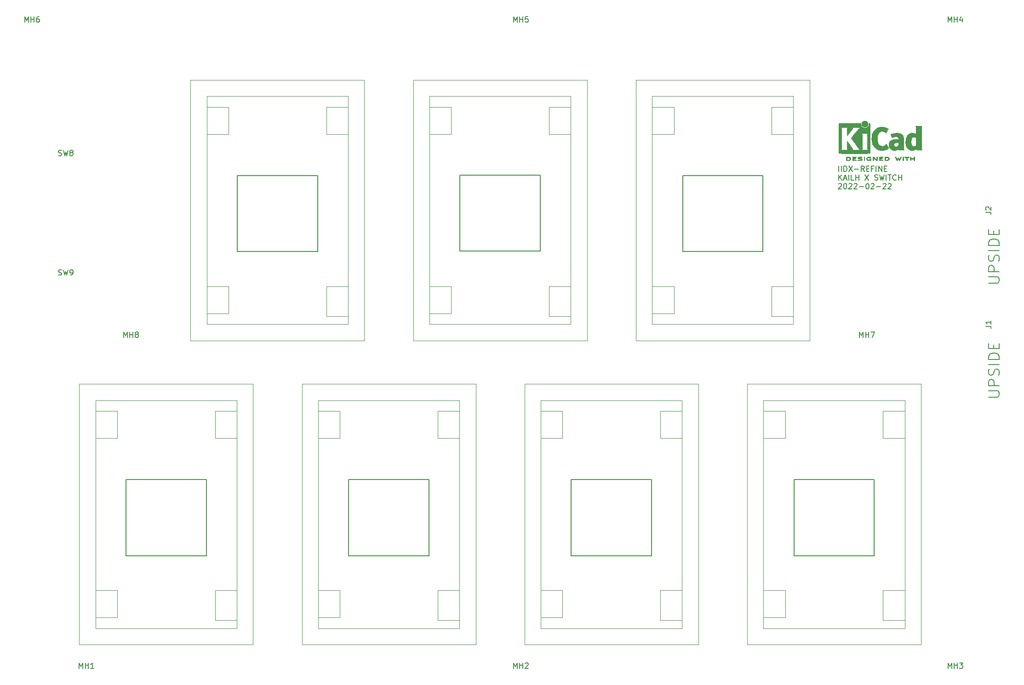
<source format=gbr>
%TF.GenerationSoftware,KiCad,Pcbnew,(6.0.1)*%
%TF.CreationDate,2022-11-16T23:08:11+09:00*%
%TF.ProjectId,iidx-refine-xsw,69696478-2d72-4656-9669-6e652d787377,rev?*%
%TF.SameCoordinates,Original*%
%TF.FileFunction,Legend,Top*%
%TF.FilePolarity,Positive*%
%FSLAX46Y46*%
G04 Gerber Fmt 4.6, Leading zero omitted, Abs format (unit mm)*
G04 Created by KiCad (PCBNEW (6.0.1)) date 2022-11-16 23:08:11*
%MOMM*%
%LPD*%
G01*
G04 APERTURE LIST*
%ADD10C,0.120000*%
%ADD11C,0.150000*%
%ADD12C,0.010000*%
G04 APERTURE END LIST*
D10*
X81000000Y-72500000D02*
X81000000Y-65500000D01*
X78000000Y-27500000D02*
X78000000Y-30500000D01*
X185000000Y-71000000D02*
X185000000Y-65500000D01*
X189000000Y-32500000D02*
X185000000Y-32500000D01*
X160000000Y-75500000D02*
X189000000Y-75500000D01*
X189000000Y-75500000D02*
X192000000Y-75500000D01*
X185000000Y-37500000D02*
X189000000Y-37500000D01*
X160000000Y-27500000D02*
X160000000Y-30500000D01*
X189000000Y-71000000D02*
X185000000Y-71000000D01*
X167000000Y-37500000D02*
X163000000Y-37500000D01*
X163000000Y-32500000D02*
X167000000Y-32500000D01*
X185000000Y-65500000D02*
X189000000Y-65500000D01*
X185000000Y-32500000D02*
X185000000Y-37500000D01*
X160000000Y-30500000D02*
X160000000Y-72500000D01*
X163000000Y-70500000D02*
X167000000Y-70500000D01*
X160000000Y-72500000D02*
X160000000Y-75500000D01*
X167000000Y-32500000D02*
X167000000Y-37500000D01*
X192000000Y-75500000D02*
X192000000Y-30500000D01*
X167000000Y-65500000D02*
X163000000Y-65500000D01*
X192000000Y-30500000D02*
X192000000Y-27500000D01*
X192000000Y-27500000D02*
X160000000Y-27500000D01*
X167000000Y-70500000D02*
X167000000Y-65500000D01*
X163000000Y-30500000D02*
X167000000Y-30500000D01*
X163000000Y-37500000D02*
X163000000Y-30500000D01*
X163000000Y-72500000D02*
X163000000Y-65500000D01*
X189000000Y-30500000D02*
X189000000Y-37500000D01*
X167000000Y-72500000D02*
X163000000Y-72500000D01*
X205500000Y-127000000D02*
X205500000Y-121500000D01*
X209500000Y-88500000D02*
X205500000Y-88500000D01*
X180500000Y-131500000D02*
X209500000Y-131500000D01*
X209500000Y-131500000D02*
X212500000Y-131500000D01*
X205500000Y-93500000D02*
X209500000Y-93500000D01*
X180500000Y-83500000D02*
X180500000Y-86500000D01*
X209500000Y-127000000D02*
X205500000Y-127000000D01*
X187500000Y-93500000D02*
X183500000Y-93500000D01*
X183500000Y-88500000D02*
X187500000Y-88500000D01*
X205500000Y-121500000D02*
X209500000Y-121500000D01*
X205500000Y-88500000D02*
X205500000Y-93500000D01*
X180500000Y-86500000D02*
X180500000Y-128500000D01*
X183500000Y-126500000D02*
X187500000Y-126500000D01*
X180500000Y-128500000D02*
X180500000Y-131500000D01*
X187500000Y-88500000D02*
X187500000Y-93500000D01*
X212500000Y-131500000D02*
X212500000Y-86500000D01*
X187500000Y-121500000D02*
X183500000Y-121500000D01*
X212500000Y-86500000D02*
X212500000Y-83500000D01*
X212500000Y-83500000D02*
X180500000Y-83500000D01*
X187500000Y-126500000D02*
X187500000Y-121500000D01*
X183500000Y-86500000D02*
X187500000Y-86500000D01*
X183500000Y-93500000D02*
X183500000Y-86500000D01*
X183500000Y-128500000D02*
X183500000Y-121500000D01*
X209500000Y-86500000D02*
X209500000Y-93500000D01*
X187500000Y-128500000D02*
X183500000Y-128500000D01*
X60500000Y-93500000D02*
X60500000Y-121500000D01*
X81000000Y-37500000D02*
X81000000Y-65500000D01*
X85000000Y-65500000D02*
X81000000Y-65500000D01*
X126000000Y-72500000D02*
X122000000Y-72500000D01*
X151000000Y-27500000D02*
X119000000Y-27500000D01*
X86500000Y-131500000D02*
X89500000Y-131500000D01*
X144000000Y-30500000D02*
X148000000Y-30500000D01*
X107000000Y-71000000D02*
X103000000Y-71000000D01*
X81000000Y-70500000D02*
X85000000Y-70500000D01*
X105500000Y-128500000D02*
X123500000Y-128500000D01*
X139500000Y-86500000D02*
X139500000Y-128500000D01*
X144000000Y-32500000D02*
X144000000Y-37500000D01*
X86500000Y-127000000D02*
X82500000Y-127000000D01*
X127500000Y-86500000D02*
X127500000Y-93500000D01*
X85000000Y-72500000D02*
X81000000Y-72500000D01*
X148000000Y-30500000D02*
X148000000Y-37500000D01*
X148000000Y-71000000D02*
X144000000Y-71000000D01*
X142500000Y-93500000D02*
X142500000Y-121500000D01*
X86500000Y-88500000D02*
X82500000Y-88500000D01*
X205500000Y-86500000D02*
X209500000Y-86500000D01*
X105500000Y-93500000D02*
X101500000Y-93500000D01*
X146500000Y-126500000D02*
X146500000Y-121500000D01*
X82500000Y-127000000D02*
X82500000Y-121500000D01*
X167000000Y-72500000D02*
X185000000Y-72500000D01*
X142500000Y-93500000D02*
X142500000Y-86500000D01*
X168500000Y-93500000D02*
X168500000Y-121500000D01*
X139500000Y-131500000D02*
X168500000Y-131500000D01*
X146500000Y-86500000D02*
X164500000Y-86500000D01*
X81000000Y-37500000D02*
X81000000Y-30500000D01*
X144000000Y-71000000D02*
X144000000Y-65500000D01*
X105500000Y-88500000D02*
X105500000Y-93500000D01*
X101500000Y-128500000D02*
X101500000Y-121500000D01*
X164500000Y-127000000D02*
X164500000Y-121500000D01*
X164500000Y-128500000D02*
X168500000Y-128500000D01*
X130500000Y-86500000D02*
X130500000Y-83500000D01*
X168500000Y-121500000D02*
X168500000Y-128500000D01*
X98500000Y-131500000D02*
X127500000Y-131500000D01*
X146500000Y-128500000D02*
X142500000Y-128500000D01*
X81000000Y-30500000D02*
X85000000Y-30500000D01*
X209500000Y-93500000D02*
X209500000Y-121500000D01*
X60500000Y-88500000D02*
X64500000Y-88500000D01*
X171500000Y-83500000D02*
X139500000Y-83500000D01*
X164500000Y-93500000D02*
X168500000Y-93500000D01*
X89500000Y-86500000D02*
X89500000Y-83500000D01*
X85000000Y-32500000D02*
X85000000Y-37500000D01*
X110000000Y-30500000D02*
X110000000Y-27500000D01*
X105500000Y-126500000D02*
X105500000Y-121500000D01*
X64500000Y-128500000D02*
X60500000Y-128500000D01*
X64500000Y-86500000D02*
X82500000Y-86500000D01*
X86500000Y-93500000D02*
X86500000Y-121500000D01*
X144000000Y-65500000D02*
X148000000Y-65500000D01*
X146500000Y-121500000D02*
X142500000Y-121500000D01*
X78000000Y-30500000D02*
X78000000Y-72500000D01*
X85000000Y-72500000D02*
X103000000Y-72500000D01*
X126000000Y-72500000D02*
X144000000Y-72500000D01*
X85000000Y-30500000D02*
X103000000Y-30500000D01*
X146500000Y-93500000D02*
X142500000Y-93500000D01*
X126000000Y-70500000D02*
X126000000Y-65500000D01*
X164500000Y-86500000D02*
X168500000Y-86500000D01*
X57500000Y-131500000D02*
X86500000Y-131500000D01*
X187500000Y-86500000D02*
X205500000Y-86500000D01*
X101500000Y-93500000D02*
X101500000Y-86500000D01*
X60500000Y-93500000D02*
X60500000Y-86500000D01*
X126000000Y-30500000D02*
X144000000Y-30500000D01*
X122000000Y-37500000D02*
X122000000Y-30500000D01*
X105500000Y-86500000D02*
X123500000Y-86500000D01*
X123500000Y-86500000D02*
X127500000Y-86500000D01*
X148000000Y-32500000D02*
X144000000Y-32500000D01*
X148000000Y-37500000D02*
X148000000Y-65500000D01*
X107000000Y-37500000D02*
X107000000Y-65500000D01*
X105500000Y-121500000D02*
X101500000Y-121500000D01*
X148000000Y-65500000D02*
X148000000Y-72500000D01*
X189000000Y-37500000D02*
X189000000Y-65500000D01*
X163000000Y-37500000D02*
X163000000Y-65500000D01*
X57500000Y-86500000D02*
X57500000Y-128500000D01*
X98500000Y-83500000D02*
X98500000Y-86500000D01*
X119000000Y-27500000D02*
X119000000Y-30500000D01*
X122000000Y-72500000D02*
X122000000Y-65500000D01*
X60500000Y-126500000D02*
X64500000Y-126500000D01*
X107000000Y-65500000D02*
X107000000Y-72500000D01*
X142500000Y-128500000D02*
X142500000Y-121500000D01*
X78000000Y-72500000D02*
X78000000Y-75500000D01*
X110000000Y-27500000D02*
X78000000Y-27500000D01*
X168500000Y-86500000D02*
X168500000Y-93500000D01*
X142500000Y-126500000D02*
X146500000Y-126500000D01*
X127500000Y-121500000D02*
X127500000Y-128500000D01*
X142500000Y-88500000D02*
X146500000Y-88500000D01*
X189000000Y-30500000D02*
X185000000Y-30500000D01*
X127500000Y-127000000D02*
X123500000Y-127000000D01*
X144000000Y-37500000D02*
X148000000Y-37500000D01*
X130500000Y-83500000D02*
X98500000Y-83500000D01*
X64500000Y-88500000D02*
X64500000Y-93500000D01*
X122000000Y-37500000D02*
X122000000Y-65500000D01*
X64500000Y-128500000D02*
X82500000Y-128500000D01*
X122000000Y-70500000D02*
X126000000Y-70500000D01*
X64500000Y-121500000D02*
X60500000Y-121500000D01*
X139500000Y-128500000D02*
X139500000Y-131500000D01*
X105500000Y-128500000D02*
X101500000Y-128500000D01*
X144000000Y-72500000D02*
X148000000Y-72500000D01*
X167000000Y-30500000D02*
X185000000Y-30500000D01*
X103000000Y-71000000D02*
X103000000Y-65500000D01*
X119000000Y-72500000D02*
X119000000Y-75500000D01*
X107000000Y-30500000D02*
X103000000Y-30500000D01*
X78000000Y-75500000D02*
X110000000Y-75500000D01*
X123500000Y-88500000D02*
X123500000Y-93500000D01*
X139500000Y-83500000D02*
X139500000Y-86500000D01*
X168500000Y-131500000D02*
X171500000Y-131500000D01*
X126000000Y-32500000D02*
X126000000Y-37500000D01*
X164500000Y-88500000D02*
X164500000Y-93500000D01*
X98500000Y-86500000D02*
X98500000Y-128500000D01*
X86500000Y-121500000D02*
X86500000Y-128500000D01*
X98500000Y-128500000D02*
X98500000Y-131500000D01*
X187500000Y-128500000D02*
X205500000Y-128500000D01*
X82500000Y-93500000D02*
X86500000Y-93500000D01*
X101500000Y-126500000D02*
X105500000Y-126500000D01*
X103000000Y-72500000D02*
X107000000Y-72500000D01*
X123500000Y-127000000D02*
X123500000Y-121500000D01*
X127500000Y-88500000D02*
X123500000Y-88500000D01*
X110000000Y-75500000D02*
X110000000Y-30500000D01*
X82500000Y-88500000D02*
X82500000Y-93500000D01*
X146500000Y-88500000D02*
X146500000Y-93500000D01*
X89500000Y-83500000D02*
X57500000Y-83500000D01*
X86500000Y-128500000D02*
X82500000Y-128500000D01*
X103000000Y-32500000D02*
X103000000Y-37500000D01*
X119000000Y-30500000D02*
X119000000Y-72500000D01*
X185000000Y-72500000D02*
X189000000Y-72500000D01*
X60500000Y-128500000D02*
X60500000Y-121500000D01*
X209500000Y-121500000D02*
X209500000Y-128500000D01*
X101500000Y-93500000D02*
X101500000Y-121500000D01*
X123500000Y-93500000D02*
X127500000Y-93500000D01*
X57500000Y-128500000D02*
X57500000Y-131500000D01*
X122000000Y-30500000D02*
X126000000Y-30500000D01*
X107000000Y-30500000D02*
X107000000Y-37500000D01*
X151000000Y-75500000D02*
X151000000Y-30500000D01*
X103000000Y-65500000D02*
X107000000Y-65500000D01*
X122000000Y-32500000D02*
X126000000Y-32500000D01*
X64500000Y-126500000D02*
X64500000Y-121500000D01*
X130500000Y-131500000D02*
X130500000Y-86500000D01*
X146500000Y-128500000D02*
X164500000Y-128500000D01*
X123500000Y-128500000D02*
X127500000Y-128500000D01*
X126000000Y-65500000D02*
X122000000Y-65500000D01*
X85000000Y-70500000D02*
X85000000Y-65500000D01*
X82500000Y-121500000D02*
X86500000Y-121500000D01*
X127500000Y-131500000D02*
X130500000Y-131500000D01*
X81000000Y-32500000D02*
X85000000Y-32500000D01*
X101500000Y-88500000D02*
X105500000Y-88500000D01*
X127500000Y-93500000D02*
X127500000Y-121500000D01*
X189000000Y-65500000D02*
X189000000Y-72500000D01*
X86500000Y-86500000D02*
X86500000Y-93500000D01*
X148000000Y-75500000D02*
X151000000Y-75500000D01*
X107000000Y-32500000D02*
X103000000Y-32500000D01*
X60500000Y-86500000D02*
X64500000Y-86500000D01*
X57500000Y-83500000D02*
X57500000Y-86500000D01*
X64500000Y-93500000D02*
X60500000Y-93500000D01*
X205500000Y-128500000D02*
X209500000Y-128500000D01*
X123500000Y-121500000D02*
X127500000Y-121500000D01*
X168500000Y-127000000D02*
X164500000Y-127000000D01*
X168500000Y-88500000D02*
X164500000Y-88500000D01*
X142500000Y-86500000D02*
X146500000Y-86500000D01*
X85000000Y-37500000D02*
X81000000Y-37500000D01*
X119000000Y-75500000D02*
X148000000Y-75500000D01*
X183500000Y-93500000D02*
X183500000Y-121500000D01*
X89500000Y-131500000D02*
X89500000Y-86500000D01*
X86500000Y-86500000D02*
X82500000Y-86500000D01*
X151000000Y-30500000D02*
X151000000Y-27500000D01*
X171500000Y-131500000D02*
X171500000Y-83500000D01*
X101500000Y-86500000D02*
X105500000Y-86500000D01*
X103000000Y-37500000D02*
X107000000Y-37500000D01*
X126000000Y-37500000D02*
X122000000Y-37500000D01*
X164500000Y-121500000D02*
X168500000Y-121500000D01*
D11*
X197335595Y-44342380D02*
X197335595Y-43342380D01*
X197811785Y-44342380D02*
X197811785Y-43342380D01*
X198287976Y-44342380D02*
X198287976Y-43342380D01*
X198526071Y-43342380D01*
X198668928Y-43390000D01*
X198764166Y-43485238D01*
X198811785Y-43580476D01*
X198859404Y-43770952D01*
X198859404Y-43913809D01*
X198811785Y-44104285D01*
X198764166Y-44199523D01*
X198668928Y-44294761D01*
X198526071Y-44342380D01*
X198287976Y-44342380D01*
X199192738Y-43342380D02*
X199859404Y-44342380D01*
X199859404Y-43342380D02*
X199192738Y-44342380D01*
X200240357Y-43961428D02*
X201002261Y-43961428D01*
X202049880Y-44342380D02*
X201716547Y-43866190D01*
X201478452Y-44342380D02*
X201478452Y-43342380D01*
X201859404Y-43342380D01*
X201954642Y-43390000D01*
X202002261Y-43437619D01*
X202049880Y-43532857D01*
X202049880Y-43675714D01*
X202002261Y-43770952D01*
X201954642Y-43818571D01*
X201859404Y-43866190D01*
X201478452Y-43866190D01*
X202478452Y-43818571D02*
X202811785Y-43818571D01*
X202954642Y-44342380D02*
X202478452Y-44342380D01*
X202478452Y-43342380D01*
X202954642Y-43342380D01*
X203716547Y-43818571D02*
X203383214Y-43818571D01*
X203383214Y-44342380D02*
X203383214Y-43342380D01*
X203859404Y-43342380D01*
X204240357Y-44342380D02*
X204240357Y-43342380D01*
X204716547Y-44342380D02*
X204716547Y-43342380D01*
X205287976Y-44342380D01*
X205287976Y-43342380D01*
X205764166Y-43818571D02*
X206097500Y-43818571D01*
X206240357Y-44342380D02*
X205764166Y-44342380D01*
X205764166Y-43342380D01*
X206240357Y-43342380D01*
X197335595Y-45952380D02*
X197335595Y-44952380D01*
X197907023Y-45952380D02*
X197478452Y-45380952D01*
X197907023Y-44952380D02*
X197335595Y-45523809D01*
X198287976Y-45666666D02*
X198764166Y-45666666D01*
X198192738Y-45952380D02*
X198526071Y-44952380D01*
X198859404Y-45952380D01*
X199192738Y-45952380D02*
X199192738Y-44952380D01*
X200145119Y-45952380D02*
X199668928Y-45952380D01*
X199668928Y-44952380D01*
X200478452Y-45952380D02*
X200478452Y-44952380D01*
X200478452Y-45428571D02*
X201049880Y-45428571D01*
X201049880Y-45952380D02*
X201049880Y-44952380D01*
X202192738Y-44952380D02*
X202859404Y-45952380D01*
X202859404Y-44952380D02*
X202192738Y-45952380D01*
X203954642Y-45904761D02*
X204097500Y-45952380D01*
X204335595Y-45952380D01*
X204430833Y-45904761D01*
X204478452Y-45857142D01*
X204526071Y-45761904D01*
X204526071Y-45666666D01*
X204478452Y-45571428D01*
X204430833Y-45523809D01*
X204335595Y-45476190D01*
X204145119Y-45428571D01*
X204049880Y-45380952D01*
X204002261Y-45333333D01*
X203954642Y-45238095D01*
X203954642Y-45142857D01*
X204002261Y-45047619D01*
X204049880Y-45000000D01*
X204145119Y-44952380D01*
X204383214Y-44952380D01*
X204526071Y-45000000D01*
X204859404Y-44952380D02*
X205097500Y-45952380D01*
X205287976Y-45238095D01*
X205478452Y-45952380D01*
X205716547Y-44952380D01*
X206097500Y-45952380D02*
X206097500Y-44952380D01*
X206430833Y-44952380D02*
X207002261Y-44952380D01*
X206716547Y-45952380D02*
X206716547Y-44952380D01*
X207907023Y-45857142D02*
X207859404Y-45904761D01*
X207716547Y-45952380D01*
X207621309Y-45952380D01*
X207478452Y-45904761D01*
X207383214Y-45809523D01*
X207335595Y-45714285D01*
X207287976Y-45523809D01*
X207287976Y-45380952D01*
X207335595Y-45190476D01*
X207383214Y-45095238D01*
X207478452Y-45000000D01*
X207621309Y-44952380D01*
X207716547Y-44952380D01*
X207859404Y-45000000D01*
X207907023Y-45047619D01*
X208335595Y-45952380D02*
X208335595Y-44952380D01*
X208335595Y-45428571D02*
X208907023Y-45428571D01*
X208907023Y-45952380D02*
X208907023Y-44952380D01*
X197287976Y-46657619D02*
X197335595Y-46610000D01*
X197430833Y-46562380D01*
X197668928Y-46562380D01*
X197764166Y-46610000D01*
X197811785Y-46657619D01*
X197859404Y-46752857D01*
X197859404Y-46848095D01*
X197811785Y-46990952D01*
X197240357Y-47562380D01*
X197859404Y-47562380D01*
X198478452Y-46562380D02*
X198573690Y-46562380D01*
X198668928Y-46610000D01*
X198716547Y-46657619D01*
X198764166Y-46752857D01*
X198811785Y-46943333D01*
X198811785Y-47181428D01*
X198764166Y-47371904D01*
X198716547Y-47467142D01*
X198668928Y-47514761D01*
X198573690Y-47562380D01*
X198478452Y-47562380D01*
X198383214Y-47514761D01*
X198335595Y-47467142D01*
X198287976Y-47371904D01*
X198240357Y-47181428D01*
X198240357Y-46943333D01*
X198287976Y-46752857D01*
X198335595Y-46657619D01*
X198383214Y-46610000D01*
X198478452Y-46562380D01*
X199192738Y-46657619D02*
X199240357Y-46610000D01*
X199335595Y-46562380D01*
X199573690Y-46562380D01*
X199668928Y-46610000D01*
X199716547Y-46657619D01*
X199764166Y-46752857D01*
X199764166Y-46848095D01*
X199716547Y-46990952D01*
X199145119Y-47562380D01*
X199764166Y-47562380D01*
X200145119Y-46657619D02*
X200192738Y-46610000D01*
X200287976Y-46562380D01*
X200526071Y-46562380D01*
X200621309Y-46610000D01*
X200668928Y-46657619D01*
X200716547Y-46752857D01*
X200716547Y-46848095D01*
X200668928Y-46990952D01*
X200097500Y-47562380D01*
X200716547Y-47562380D01*
X201145119Y-47181428D02*
X201907023Y-47181428D01*
X202573690Y-46562380D02*
X202668928Y-46562380D01*
X202764166Y-46610000D01*
X202811785Y-46657619D01*
X202859404Y-46752857D01*
X202907023Y-46943333D01*
X202907023Y-47181428D01*
X202859404Y-47371904D01*
X202811785Y-47467142D01*
X202764166Y-47514761D01*
X202668928Y-47562380D01*
X202573690Y-47562380D01*
X202478452Y-47514761D01*
X202430833Y-47467142D01*
X202383214Y-47371904D01*
X202335595Y-47181428D01*
X202335595Y-46943333D01*
X202383214Y-46752857D01*
X202430833Y-46657619D01*
X202478452Y-46610000D01*
X202573690Y-46562380D01*
X203287976Y-46657619D02*
X203335595Y-46610000D01*
X203430833Y-46562380D01*
X203668928Y-46562380D01*
X203764166Y-46610000D01*
X203811785Y-46657619D01*
X203859404Y-46752857D01*
X203859404Y-46848095D01*
X203811785Y-46990952D01*
X203240357Y-47562380D01*
X203859404Y-47562380D01*
X204287976Y-47181428D02*
X205049880Y-47181428D01*
X205478452Y-46657619D02*
X205526071Y-46610000D01*
X205621309Y-46562380D01*
X205859404Y-46562380D01*
X205954642Y-46610000D01*
X206002261Y-46657619D01*
X206049880Y-46752857D01*
X206049880Y-46848095D01*
X206002261Y-46990952D01*
X205430833Y-47562380D01*
X206049880Y-47562380D01*
X206430833Y-46657619D02*
X206478452Y-46610000D01*
X206573690Y-46562380D01*
X206811785Y-46562380D01*
X206907023Y-46610000D01*
X206954642Y-46657619D01*
X207002261Y-46752857D01*
X207002261Y-46848095D01*
X206954642Y-46990952D01*
X206383214Y-47562380D01*
X207002261Y-47562380D01*
X224904761Y-64904761D02*
X226523809Y-64904761D01*
X226714285Y-64809523D01*
X226809523Y-64714285D01*
X226904761Y-64523809D01*
X226904761Y-64142857D01*
X226809523Y-63952380D01*
X226714285Y-63857142D01*
X226523809Y-63761904D01*
X224904761Y-63761904D01*
X226904761Y-62809523D02*
X224904761Y-62809523D01*
X224904761Y-62047619D01*
X225000000Y-61857142D01*
X225095238Y-61761904D01*
X225285714Y-61666666D01*
X225571428Y-61666666D01*
X225761904Y-61761904D01*
X225857142Y-61857142D01*
X225952380Y-62047619D01*
X225952380Y-62809523D01*
X226809523Y-60904761D02*
X226904761Y-60619047D01*
X226904761Y-60142857D01*
X226809523Y-59952380D01*
X226714285Y-59857142D01*
X226523809Y-59761904D01*
X226333333Y-59761904D01*
X226142857Y-59857142D01*
X226047619Y-59952380D01*
X225952380Y-60142857D01*
X225857142Y-60523809D01*
X225761904Y-60714285D01*
X225666666Y-60809523D01*
X225476190Y-60904761D01*
X225285714Y-60904761D01*
X225095238Y-60809523D01*
X225000000Y-60714285D01*
X224904761Y-60523809D01*
X224904761Y-60047619D01*
X225000000Y-59761904D01*
X226904761Y-58904761D02*
X224904761Y-58904761D01*
X226904761Y-57952380D02*
X224904761Y-57952380D01*
X224904761Y-57476190D01*
X225000000Y-57190476D01*
X225190476Y-57000000D01*
X225380952Y-56904761D01*
X225761904Y-56809523D01*
X226047619Y-56809523D01*
X226428571Y-56904761D01*
X226619047Y-57000000D01*
X226809523Y-57190476D01*
X226904761Y-57476190D01*
X226904761Y-57952380D01*
X225857142Y-55952380D02*
X225857142Y-55285714D01*
X226904761Y-55000000D02*
X226904761Y-55952380D01*
X224904761Y-55952380D01*
X224904761Y-55000000D01*
X224904761Y-85904761D02*
X226523809Y-85904761D01*
X226714285Y-85809523D01*
X226809523Y-85714285D01*
X226904761Y-85523809D01*
X226904761Y-85142857D01*
X226809523Y-84952380D01*
X226714285Y-84857142D01*
X226523809Y-84761904D01*
X224904761Y-84761904D01*
X226904761Y-83809523D02*
X224904761Y-83809523D01*
X224904761Y-83047619D01*
X225000000Y-82857142D01*
X225095238Y-82761904D01*
X225285714Y-82666666D01*
X225571428Y-82666666D01*
X225761904Y-82761904D01*
X225857142Y-82857142D01*
X225952380Y-83047619D01*
X225952380Y-83809523D01*
X226809523Y-81904761D02*
X226904761Y-81619047D01*
X226904761Y-81142857D01*
X226809523Y-80952380D01*
X226714285Y-80857142D01*
X226523809Y-80761904D01*
X226333333Y-80761904D01*
X226142857Y-80857142D01*
X226047619Y-80952380D01*
X225952380Y-81142857D01*
X225857142Y-81523809D01*
X225761904Y-81714285D01*
X225666666Y-81809523D01*
X225476190Y-81904761D01*
X225285714Y-81904761D01*
X225095238Y-81809523D01*
X225000000Y-81714285D01*
X224904761Y-81523809D01*
X224904761Y-81047619D01*
X225000000Y-80761904D01*
X226904761Y-79904761D02*
X224904761Y-79904761D01*
X226904761Y-78952380D02*
X224904761Y-78952380D01*
X224904761Y-78476190D01*
X225000000Y-78190476D01*
X225190476Y-78000000D01*
X225380952Y-77904761D01*
X225761904Y-77809523D01*
X226047619Y-77809523D01*
X226428571Y-77904761D01*
X226619047Y-78000000D01*
X226809523Y-78190476D01*
X226904761Y-78476190D01*
X226904761Y-78952380D01*
X225857142Y-76952380D02*
X225857142Y-76285714D01*
X226904761Y-76000000D02*
X226904761Y-76952380D01*
X224904761Y-76952380D01*
X224904761Y-76000000D01*
%TO.C,MH3*%
X217476666Y-135852380D02*
X217476666Y-134852380D01*
X217810000Y-135566666D01*
X218143333Y-134852380D01*
X218143333Y-135852380D01*
X218619523Y-135852380D02*
X218619523Y-134852380D01*
X218619523Y-135328571D02*
X219190952Y-135328571D01*
X219190952Y-135852380D02*
X219190952Y-134852380D01*
X219571904Y-134852380D02*
X220190952Y-134852380D01*
X219857619Y-135233333D01*
X220000476Y-135233333D01*
X220095714Y-135280952D01*
X220143333Y-135328571D01*
X220190952Y-135423809D01*
X220190952Y-135661904D01*
X220143333Y-135757142D01*
X220095714Y-135804761D01*
X220000476Y-135852380D01*
X219714761Y-135852380D01*
X219619523Y-135804761D01*
X219571904Y-135757142D01*
%TO.C,MH2*%
X137476666Y-135852380D02*
X137476666Y-134852380D01*
X137810000Y-135566666D01*
X138143333Y-134852380D01*
X138143333Y-135852380D01*
X138619523Y-135852380D02*
X138619523Y-134852380D01*
X138619523Y-135328571D02*
X139190952Y-135328571D01*
X139190952Y-135852380D02*
X139190952Y-134852380D01*
X139619523Y-134947619D02*
X139667142Y-134900000D01*
X139762380Y-134852380D01*
X140000476Y-134852380D01*
X140095714Y-134900000D01*
X140143333Y-134947619D01*
X140190952Y-135042857D01*
X140190952Y-135138095D01*
X140143333Y-135280952D01*
X139571904Y-135852380D01*
X140190952Y-135852380D01*
%TO.C,MH1*%
X57476666Y-135852380D02*
X57476666Y-134852380D01*
X57810000Y-135566666D01*
X58143333Y-134852380D01*
X58143333Y-135852380D01*
X58619523Y-135852380D02*
X58619523Y-134852380D01*
X58619523Y-135328571D02*
X59190952Y-135328571D01*
X59190952Y-135852380D02*
X59190952Y-134852380D01*
X60190952Y-135852380D02*
X59619523Y-135852380D01*
X59905238Y-135852380D02*
X59905238Y-134852380D01*
X59810000Y-134995238D01*
X59714761Y-135090476D01*
X59619523Y-135138095D01*
%TO.C,MH4*%
X217476666Y-16852380D02*
X217476666Y-15852380D01*
X217810000Y-16566666D01*
X218143333Y-15852380D01*
X218143333Y-16852380D01*
X218619523Y-16852380D02*
X218619523Y-15852380D01*
X218619523Y-16328571D02*
X219190952Y-16328571D01*
X219190952Y-16852380D02*
X219190952Y-15852380D01*
X220095714Y-16185714D02*
X220095714Y-16852380D01*
X219857619Y-15804761D02*
X219619523Y-16519047D01*
X220238571Y-16519047D01*
%TO.C,MH5*%
X137476666Y-16852380D02*
X137476666Y-15852380D01*
X137810000Y-16566666D01*
X138143333Y-15852380D01*
X138143333Y-16852380D01*
X138619523Y-16852380D02*
X138619523Y-15852380D01*
X138619523Y-16328571D02*
X139190952Y-16328571D01*
X139190952Y-16852380D02*
X139190952Y-15852380D01*
X140143333Y-15852380D02*
X139667142Y-15852380D01*
X139619523Y-16328571D01*
X139667142Y-16280952D01*
X139762380Y-16233333D01*
X140000476Y-16233333D01*
X140095714Y-16280952D01*
X140143333Y-16328571D01*
X140190952Y-16423809D01*
X140190952Y-16661904D01*
X140143333Y-16757142D01*
X140095714Y-16804761D01*
X140000476Y-16852380D01*
X139762380Y-16852380D01*
X139667142Y-16804761D01*
X139619523Y-16757142D01*
%TO.C,MH6*%
X47476666Y-16852380D02*
X47476666Y-15852380D01*
X47810000Y-16566666D01*
X48143333Y-15852380D01*
X48143333Y-16852380D01*
X48619523Y-16852380D02*
X48619523Y-15852380D01*
X48619523Y-16328571D02*
X49190952Y-16328571D01*
X49190952Y-16852380D02*
X49190952Y-15852380D01*
X50095714Y-15852380D02*
X49905238Y-15852380D01*
X49810000Y-15900000D01*
X49762380Y-15947619D01*
X49667142Y-16090476D01*
X49619523Y-16280952D01*
X49619523Y-16661904D01*
X49667142Y-16757142D01*
X49714761Y-16804761D01*
X49810000Y-16852380D01*
X50000476Y-16852380D01*
X50095714Y-16804761D01*
X50143333Y-16757142D01*
X50190952Y-16661904D01*
X50190952Y-16423809D01*
X50143333Y-16328571D01*
X50095714Y-16280952D01*
X50000476Y-16233333D01*
X49810000Y-16233333D01*
X49714761Y-16280952D01*
X49667142Y-16328571D01*
X49619523Y-16423809D01*
%TO.C,J2*%
X224397380Y-51873333D02*
X225111666Y-51873333D01*
X225254523Y-51920952D01*
X225349761Y-52016190D01*
X225397380Y-52159047D01*
X225397380Y-52254285D01*
X224492619Y-51444761D02*
X224445000Y-51397142D01*
X224397380Y-51301904D01*
X224397380Y-51063809D01*
X224445000Y-50968571D01*
X224492619Y-50920952D01*
X224587857Y-50873333D01*
X224683095Y-50873333D01*
X224825952Y-50920952D01*
X225397380Y-51492380D01*
X225397380Y-50873333D01*
%TO.C,SW9*%
X53666666Y-63404761D02*
X53809523Y-63452380D01*
X54047619Y-63452380D01*
X54142857Y-63404761D01*
X54190476Y-63357142D01*
X54238095Y-63261904D01*
X54238095Y-63166666D01*
X54190476Y-63071428D01*
X54142857Y-63023809D01*
X54047619Y-62976190D01*
X53857142Y-62928571D01*
X53761904Y-62880952D01*
X53714285Y-62833333D01*
X53666666Y-62738095D01*
X53666666Y-62642857D01*
X53714285Y-62547619D01*
X53761904Y-62500000D01*
X53857142Y-62452380D01*
X54095238Y-62452380D01*
X54238095Y-62500000D01*
X54571428Y-62452380D02*
X54809523Y-63452380D01*
X55000000Y-62738095D01*
X55190476Y-63452380D01*
X55428571Y-62452380D01*
X55857142Y-63452380D02*
X56047619Y-63452380D01*
X56142857Y-63404761D01*
X56190476Y-63357142D01*
X56285714Y-63214285D01*
X56333333Y-63023809D01*
X56333333Y-62642857D01*
X56285714Y-62547619D01*
X56238095Y-62500000D01*
X56142857Y-62452380D01*
X55952380Y-62452380D01*
X55857142Y-62500000D01*
X55809523Y-62547619D01*
X55761904Y-62642857D01*
X55761904Y-62880952D01*
X55809523Y-62976190D01*
X55857142Y-63023809D01*
X55952380Y-63071428D01*
X56142857Y-63071428D01*
X56238095Y-63023809D01*
X56285714Y-62976190D01*
X56333333Y-62880952D01*
%TO.C,J1*%
X224397380Y-72873333D02*
X225111666Y-72873333D01*
X225254523Y-72920952D01*
X225349761Y-73016190D01*
X225397380Y-73159047D01*
X225397380Y-73254285D01*
X225397380Y-71873333D02*
X225397380Y-72444761D01*
X225397380Y-72159047D02*
X224397380Y-72159047D01*
X224540238Y-72254285D01*
X224635476Y-72349523D01*
X224683095Y-72444761D01*
%TO.C,SW8*%
X53666666Y-41404761D02*
X53809523Y-41452380D01*
X54047619Y-41452380D01*
X54142857Y-41404761D01*
X54190476Y-41357142D01*
X54238095Y-41261904D01*
X54238095Y-41166666D01*
X54190476Y-41071428D01*
X54142857Y-41023809D01*
X54047619Y-40976190D01*
X53857142Y-40928571D01*
X53761904Y-40880952D01*
X53714285Y-40833333D01*
X53666666Y-40738095D01*
X53666666Y-40642857D01*
X53714285Y-40547619D01*
X53761904Y-40500000D01*
X53857142Y-40452380D01*
X54095238Y-40452380D01*
X54238095Y-40500000D01*
X54571428Y-40452380D02*
X54809523Y-41452380D01*
X55000000Y-40738095D01*
X55190476Y-41452380D01*
X55428571Y-40452380D01*
X55952380Y-40880952D02*
X55857142Y-40833333D01*
X55809523Y-40785714D01*
X55761904Y-40690476D01*
X55761904Y-40642857D01*
X55809523Y-40547619D01*
X55857142Y-40500000D01*
X55952380Y-40452380D01*
X56142857Y-40452380D01*
X56238095Y-40500000D01*
X56285714Y-40547619D01*
X56333333Y-40642857D01*
X56333333Y-40690476D01*
X56285714Y-40785714D01*
X56238095Y-40833333D01*
X56142857Y-40880952D01*
X55952380Y-40880952D01*
X55857142Y-40928571D01*
X55809523Y-40976190D01*
X55761904Y-41071428D01*
X55761904Y-41261904D01*
X55809523Y-41357142D01*
X55857142Y-41404761D01*
X55952380Y-41452380D01*
X56142857Y-41452380D01*
X56238095Y-41404761D01*
X56285714Y-41357142D01*
X56333333Y-41261904D01*
X56333333Y-41071428D01*
X56285714Y-40976190D01*
X56238095Y-40928571D01*
X56142857Y-40880952D01*
%TO.C,*%
%TO.C,MH8*%
X65666666Y-74912380D02*
X65666666Y-73912380D01*
X66000000Y-74626666D01*
X66333333Y-73912380D01*
X66333333Y-74912380D01*
X66809523Y-74912380D02*
X66809523Y-73912380D01*
X66809523Y-74388571D02*
X67380952Y-74388571D01*
X67380952Y-74912380D02*
X67380952Y-73912380D01*
X68000000Y-74340952D02*
X67904761Y-74293333D01*
X67857142Y-74245714D01*
X67809523Y-74150476D01*
X67809523Y-74102857D01*
X67857142Y-74007619D01*
X67904761Y-73960000D01*
X68000000Y-73912380D01*
X68190476Y-73912380D01*
X68285714Y-73960000D01*
X68333333Y-74007619D01*
X68380952Y-74102857D01*
X68380952Y-74150476D01*
X68333333Y-74245714D01*
X68285714Y-74293333D01*
X68190476Y-74340952D01*
X68000000Y-74340952D01*
X67904761Y-74388571D01*
X67857142Y-74436190D01*
X67809523Y-74531428D01*
X67809523Y-74721904D01*
X67857142Y-74817142D01*
X67904761Y-74864761D01*
X68000000Y-74912380D01*
X68190476Y-74912380D01*
X68285714Y-74864761D01*
X68333333Y-74817142D01*
X68380952Y-74721904D01*
X68380952Y-74531428D01*
X68333333Y-74436190D01*
X68285714Y-74388571D01*
X68190476Y-74340952D01*
%TO.C,MH7*%
X201166666Y-74912380D02*
X201166666Y-73912380D01*
X201500000Y-74626666D01*
X201833333Y-73912380D01*
X201833333Y-74912380D01*
X202309523Y-74912380D02*
X202309523Y-73912380D01*
X202309523Y-74388571D02*
X202880952Y-74388571D01*
X202880952Y-74912380D02*
X202880952Y-73912380D01*
X203261904Y-73912380D02*
X203928571Y-73912380D01*
X203500000Y-74912380D01*
%TO.C,SW1*%
X80900000Y-115100000D02*
X66100000Y-115100000D01*
X80900000Y-101100000D02*
X80900000Y-115100000D01*
X66100000Y-101100000D02*
X80900000Y-101100000D01*
X66100000Y-115100000D02*
X66100000Y-101100000D01*
%TO.C,SW4*%
X142400000Y-59000000D02*
X127600000Y-59000000D01*
X127600000Y-59000000D02*
X127600000Y-45000000D01*
X142400000Y-45000000D02*
X142400000Y-59000000D01*
X127600000Y-45000000D02*
X142400000Y-45000000D01*
%TO.C,SW2*%
X86600000Y-45100000D02*
X101400000Y-45100000D01*
X101400000Y-59100000D02*
X86600000Y-59100000D01*
X101400000Y-45100000D02*
X101400000Y-59100000D01*
X86600000Y-59100000D02*
X86600000Y-45100000D01*
%TO.C,SW6*%
X183400000Y-45100000D02*
X183400000Y-59100000D01*
X183400000Y-59100000D02*
X168600000Y-59100000D01*
X168600000Y-45100000D02*
X183400000Y-45100000D01*
X168600000Y-59100000D02*
X168600000Y-45100000D01*
D12*
%TO.C,REF\u002A\u002A*%
X209974773Y-41635355D02*
X210053480Y-41635734D01*
X210053480Y-41635734D02*
X210114571Y-41636525D01*
X210114571Y-41636525D02*
X210160525Y-41637862D01*
X210160525Y-41637862D02*
X210193822Y-41639875D01*
X210193822Y-41639875D02*
X210216944Y-41642698D01*
X210216944Y-41642698D02*
X210232370Y-41646461D01*
X210232370Y-41646461D02*
X210242579Y-41651297D01*
X210242579Y-41651297D02*
X210247521Y-41655014D01*
X210247521Y-41655014D02*
X210273165Y-41687550D01*
X210273165Y-41687550D02*
X210276267Y-41721330D01*
X210276267Y-41721330D02*
X210260419Y-41752018D01*
X210260419Y-41752018D02*
X210250056Y-41764281D01*
X210250056Y-41764281D02*
X210238904Y-41772642D01*
X210238904Y-41772642D02*
X210222743Y-41777849D01*
X210222743Y-41777849D02*
X210197350Y-41780649D01*
X210197350Y-41780649D02*
X210158506Y-41781788D01*
X210158506Y-41781788D02*
X210101988Y-41782013D01*
X210101988Y-41782013D02*
X210090888Y-41782014D01*
X210090888Y-41782014D02*
X209944952Y-41782014D01*
X209944952Y-41782014D02*
X209944952Y-42052948D01*
X209944952Y-42052948D02*
X209944856Y-42138346D01*
X209944856Y-42138346D02*
X209944419Y-42204056D01*
X209944419Y-42204056D02*
X209943420Y-42252966D01*
X209943420Y-42252966D02*
X209941636Y-42287965D01*
X209941636Y-42287965D02*
X209938845Y-42311941D01*
X209938845Y-42311941D02*
X209934825Y-42327785D01*
X209934825Y-42327785D02*
X209929353Y-42338383D01*
X209929353Y-42338383D02*
X209922374Y-42346459D01*
X209922374Y-42346459D02*
X209889442Y-42366304D01*
X209889442Y-42366304D02*
X209855062Y-42364740D01*
X209855062Y-42364740D02*
X209823884Y-42342098D01*
X209823884Y-42342098D02*
X209821594Y-42339292D01*
X209821594Y-42339292D02*
X209814137Y-42328684D01*
X209814137Y-42328684D02*
X209808455Y-42316273D01*
X209808455Y-42316273D02*
X209804309Y-42299042D01*
X209804309Y-42299042D02*
X209801458Y-42273976D01*
X209801458Y-42273976D02*
X209799662Y-42238059D01*
X209799662Y-42238059D02*
X209798680Y-42188275D01*
X209798680Y-42188275D02*
X209798272Y-42121609D01*
X209798272Y-42121609D02*
X209798197Y-42045781D01*
X209798197Y-42045781D02*
X209798197Y-41782014D01*
X209798197Y-41782014D02*
X209658835Y-41782014D01*
X209658835Y-41782014D02*
X209599030Y-41781610D01*
X209599030Y-41781610D02*
X209557626Y-41780032D01*
X209557626Y-41780032D02*
X209530456Y-41776739D01*
X209530456Y-41776739D02*
X209513354Y-41771184D01*
X209513354Y-41771184D02*
X209502151Y-41762823D01*
X209502151Y-41762823D02*
X209500791Y-41761370D01*
X209500791Y-41761370D02*
X209484433Y-41728131D01*
X209484433Y-41728131D02*
X209485880Y-41690554D01*
X209485880Y-41690554D02*
X209504686Y-41657837D01*
X209504686Y-41657837D02*
X209511958Y-41651490D01*
X209511958Y-41651490D02*
X209521335Y-41646458D01*
X209521335Y-41646458D02*
X209535317Y-41642588D01*
X209535317Y-41642588D02*
X209556404Y-41639729D01*
X209556404Y-41639729D02*
X209587097Y-41637727D01*
X209587097Y-41637727D02*
X209629897Y-41636431D01*
X209629897Y-41636431D02*
X209687303Y-41635690D01*
X209687303Y-41635690D02*
X209761818Y-41635350D01*
X209761818Y-41635350D02*
X209855941Y-41635260D01*
X209855941Y-41635260D02*
X209875968Y-41635259D01*
X209875968Y-41635259D02*
X209974773Y-41635355D01*
X209974773Y-41635355D02*
X209974773Y-41635355D01*
G36*
X209974773Y-41635355D02*
G01*
X210053480Y-41635734D01*
X210114571Y-41636525D01*
X210160525Y-41637862D01*
X210193822Y-41639875D01*
X210216944Y-41642698D01*
X210232370Y-41646461D01*
X210242579Y-41651297D01*
X210247521Y-41655014D01*
X210273165Y-41687550D01*
X210276267Y-41721330D01*
X210260419Y-41752018D01*
X210250056Y-41764281D01*
X210238904Y-41772642D01*
X210222743Y-41777849D01*
X210197350Y-41780649D01*
X210158506Y-41781788D01*
X210101988Y-41782013D01*
X210090888Y-41782014D01*
X209944952Y-41782014D01*
X209944952Y-42052948D01*
X209944856Y-42138346D01*
X209944419Y-42204056D01*
X209943420Y-42252966D01*
X209941636Y-42287965D01*
X209938845Y-42311941D01*
X209934825Y-42327785D01*
X209929353Y-42338383D01*
X209922374Y-42346459D01*
X209889442Y-42366304D01*
X209855062Y-42364740D01*
X209823884Y-42342098D01*
X209821594Y-42339292D01*
X209814137Y-42328684D01*
X209808455Y-42316273D01*
X209804309Y-42299042D01*
X209801458Y-42273976D01*
X209799662Y-42238059D01*
X209798680Y-42188275D01*
X209798272Y-42121609D01*
X209798197Y-42045781D01*
X209798197Y-41782014D01*
X209658835Y-41782014D01*
X209599030Y-41781610D01*
X209557626Y-41780032D01*
X209530456Y-41776739D01*
X209513354Y-41771184D01*
X209502151Y-41762823D01*
X209500791Y-41761370D01*
X209484433Y-41728131D01*
X209485880Y-41690554D01*
X209504686Y-41657837D01*
X209511958Y-41651490D01*
X209521335Y-41646458D01*
X209535317Y-41642588D01*
X209556404Y-41639729D01*
X209587097Y-41637727D01*
X209629897Y-41636431D01*
X209687303Y-41635690D01*
X209761818Y-41635350D01*
X209855941Y-41635260D01*
X209875968Y-41635259D01*
X209974773Y-41635355D01*
G37*
X209974773Y-41635355D02*
X210053480Y-41635734D01*
X210114571Y-41636525D01*
X210160525Y-41637862D01*
X210193822Y-41639875D01*
X210216944Y-41642698D01*
X210232370Y-41646461D01*
X210242579Y-41651297D01*
X210247521Y-41655014D01*
X210273165Y-41687550D01*
X210276267Y-41721330D01*
X210260419Y-41752018D01*
X210250056Y-41764281D01*
X210238904Y-41772642D01*
X210222743Y-41777849D01*
X210197350Y-41780649D01*
X210158506Y-41781788D01*
X210101988Y-41782013D01*
X210090888Y-41782014D01*
X209944952Y-41782014D01*
X209944952Y-42052948D01*
X209944856Y-42138346D01*
X209944419Y-42204056D01*
X209943420Y-42252966D01*
X209941636Y-42287965D01*
X209938845Y-42311941D01*
X209934825Y-42327785D01*
X209929353Y-42338383D01*
X209922374Y-42346459D01*
X209889442Y-42366304D01*
X209855062Y-42364740D01*
X209823884Y-42342098D01*
X209821594Y-42339292D01*
X209814137Y-42328684D01*
X209808455Y-42316273D01*
X209804309Y-42299042D01*
X209801458Y-42273976D01*
X209799662Y-42238059D01*
X209798680Y-42188275D01*
X209798272Y-42121609D01*
X209798197Y-42045781D01*
X209798197Y-41782014D01*
X209658835Y-41782014D01*
X209599030Y-41781610D01*
X209557626Y-41780032D01*
X209530456Y-41776739D01*
X209513354Y-41771184D01*
X209502151Y-41762823D01*
X209500791Y-41761370D01*
X209484433Y-41728131D01*
X209485880Y-41690554D01*
X209504686Y-41657837D01*
X209511958Y-41651490D01*
X209521335Y-41646458D01*
X209535317Y-41642588D01*
X209556404Y-41639729D01*
X209587097Y-41637727D01*
X209629897Y-41636431D01*
X209687303Y-41635690D01*
X209761818Y-41635350D01*
X209855941Y-41635260D01*
X209875968Y-41635259D01*
X209974773Y-41635355D01*
X198890337Y-41635258D02*
X198929819Y-41635659D01*
X198929819Y-41635659D02*
X199045508Y-41638451D01*
X199045508Y-41638451D02*
X199142397Y-41646742D01*
X199142397Y-41646742D02*
X199223789Y-41661424D01*
X199223789Y-41661424D02*
X199292985Y-41683385D01*
X199292985Y-41683385D02*
X199353288Y-41713514D01*
X199353288Y-41713514D02*
X199408000Y-41752702D01*
X199408000Y-41752702D02*
X199427541Y-41769724D01*
X199427541Y-41769724D02*
X199459958Y-41809555D01*
X199459958Y-41809555D02*
X199489188Y-41863605D01*
X199489188Y-41863605D02*
X199511717Y-41923515D01*
X199511717Y-41923515D02*
X199524029Y-41980931D01*
X199524029Y-41980931D02*
X199525308Y-42002148D01*
X199525308Y-42002148D02*
X199517291Y-42060961D01*
X199517291Y-42060961D02*
X199495809Y-42125205D01*
X199495809Y-42125205D02*
X199464709Y-42186013D01*
X199464709Y-42186013D02*
X199427842Y-42234522D01*
X199427842Y-42234522D02*
X199421854Y-42240374D01*
X199421854Y-42240374D02*
X199371129Y-42281513D01*
X199371129Y-42281513D02*
X199315583Y-42313627D01*
X199315583Y-42313627D02*
X199252012Y-42337557D01*
X199252012Y-42337557D02*
X199177214Y-42354145D01*
X199177214Y-42354145D02*
X199087986Y-42364233D01*
X199087986Y-42364233D02*
X198981126Y-42368661D01*
X198981126Y-42368661D02*
X198932180Y-42369037D01*
X198932180Y-42369037D02*
X198869946Y-42368737D01*
X198869946Y-42368737D02*
X198826180Y-42367484D01*
X198826180Y-42367484D02*
X198796777Y-42364746D01*
X198796777Y-42364746D02*
X198777629Y-42359993D01*
X198777629Y-42359993D02*
X198764631Y-42352693D01*
X198764631Y-42352693D02*
X198757663Y-42346459D01*
X198757663Y-42346459D02*
X198751082Y-42338886D01*
X198751082Y-42338886D02*
X198745920Y-42329116D01*
X198745920Y-42329116D02*
X198742005Y-42314532D01*
X198742005Y-42314532D02*
X198739165Y-42292518D01*
X198739165Y-42292518D02*
X198737228Y-42260456D01*
X198737228Y-42260456D02*
X198736024Y-42215728D01*
X198736024Y-42215728D02*
X198735380Y-42155718D01*
X198735380Y-42155718D02*
X198735125Y-42077809D01*
X198735125Y-42077809D02*
X198735086Y-42002148D01*
X198735086Y-42002148D02*
X198734838Y-41901233D01*
X198734838Y-41901233D02*
X198734891Y-41820619D01*
X198734891Y-41820619D02*
X198735851Y-41782014D01*
X198735851Y-41782014D02*
X198881841Y-41782014D01*
X198881841Y-41782014D02*
X198881841Y-42222281D01*
X198881841Y-42222281D02*
X198974974Y-42222196D01*
X198974974Y-42222196D02*
X199031015Y-42220588D01*
X199031015Y-42220588D02*
X199089709Y-42216448D01*
X199089709Y-42216448D02*
X199138680Y-42210656D01*
X199138680Y-42210656D02*
X199140170Y-42210418D01*
X199140170Y-42210418D02*
X199219316Y-42191282D01*
X199219316Y-42191282D02*
X199280706Y-42161479D01*
X199280706Y-42161479D02*
X199327403Y-42119070D01*
X199327403Y-42119070D02*
X199357073Y-42073153D01*
X199357073Y-42073153D02*
X199375355Y-42022218D01*
X199375355Y-42022218D02*
X199373937Y-41974392D01*
X199373937Y-41974392D02*
X199352720Y-41923125D01*
X199352720Y-41923125D02*
X199311219Y-41870091D01*
X199311219Y-41870091D02*
X199253710Y-41830792D01*
X199253710Y-41830792D02*
X199178958Y-41804523D01*
X199178958Y-41804523D02*
X199129000Y-41795227D01*
X199129000Y-41795227D02*
X199072292Y-41788699D01*
X199072292Y-41788699D02*
X199012189Y-41783974D01*
X199012189Y-41783974D02*
X198961069Y-41782009D01*
X198961069Y-41782009D02*
X198958041Y-41782000D01*
X198958041Y-41782000D02*
X198881841Y-41782014D01*
X198881841Y-41782014D02*
X198735851Y-41782014D01*
X198735851Y-41782014D02*
X198736448Y-41758043D01*
X198736448Y-41758043D02*
X198740710Y-41711247D01*
X198740710Y-41711247D02*
X198748878Y-41677970D01*
X198748878Y-41677970D02*
X198762152Y-41655951D01*
X198762152Y-41655951D02*
X198781734Y-41642931D01*
X198781734Y-41642931D02*
X198808825Y-41636649D01*
X198808825Y-41636649D02*
X198844626Y-41634845D01*
X198844626Y-41634845D02*
X198890337Y-41635258D01*
X198890337Y-41635258D02*
X198890337Y-41635258D01*
G36*
X198740710Y-41711247D02*
G01*
X198748878Y-41677970D01*
X198762152Y-41655951D01*
X198781734Y-41642931D01*
X198808825Y-41636649D01*
X198844626Y-41634845D01*
X198890337Y-41635258D01*
X198929819Y-41635659D01*
X199045508Y-41638451D01*
X199142397Y-41646742D01*
X199223789Y-41661424D01*
X199292985Y-41683385D01*
X199353288Y-41713514D01*
X199408000Y-41752702D01*
X199427541Y-41769724D01*
X199459958Y-41809555D01*
X199489188Y-41863605D01*
X199511717Y-41923515D01*
X199524029Y-41980931D01*
X199525308Y-42002148D01*
X199517291Y-42060961D01*
X199495809Y-42125205D01*
X199464709Y-42186013D01*
X199427842Y-42234522D01*
X199421854Y-42240374D01*
X199371129Y-42281513D01*
X199315583Y-42313627D01*
X199252012Y-42337557D01*
X199177214Y-42354145D01*
X199087986Y-42364233D01*
X198981126Y-42368661D01*
X198932180Y-42369037D01*
X198869946Y-42368737D01*
X198826180Y-42367484D01*
X198796777Y-42364746D01*
X198777629Y-42359993D01*
X198764631Y-42352693D01*
X198757663Y-42346459D01*
X198751082Y-42338886D01*
X198745920Y-42329116D01*
X198742005Y-42314532D01*
X198739165Y-42292518D01*
X198737228Y-42260456D01*
X198736200Y-42222281D01*
X198881841Y-42222281D01*
X198974974Y-42222196D01*
X199031015Y-42220588D01*
X199089709Y-42216448D01*
X199138680Y-42210656D01*
X199140170Y-42210418D01*
X199219316Y-42191282D01*
X199280706Y-42161479D01*
X199327403Y-42119070D01*
X199357073Y-42073153D01*
X199375355Y-42022218D01*
X199373937Y-41974392D01*
X199352720Y-41923125D01*
X199311219Y-41870091D01*
X199253710Y-41830792D01*
X199178958Y-41804523D01*
X199129000Y-41795227D01*
X199072292Y-41788699D01*
X199012189Y-41783974D01*
X198961069Y-41782009D01*
X198958041Y-41782000D01*
X198881841Y-41782014D01*
X198881841Y-42222281D01*
X198736200Y-42222281D01*
X198736024Y-42215728D01*
X198735380Y-42155718D01*
X198735125Y-42077809D01*
X198735086Y-42002148D01*
X198734838Y-41901233D01*
X198734891Y-41820619D01*
X198735851Y-41782014D01*
X198736448Y-41758043D01*
X198740710Y-41711247D01*
G37*
X198740710Y-41711247D02*
X198748878Y-41677970D01*
X198762152Y-41655951D01*
X198781734Y-41642931D01*
X198808825Y-41636649D01*
X198844626Y-41634845D01*
X198890337Y-41635258D01*
X198929819Y-41635659D01*
X199045508Y-41638451D01*
X199142397Y-41646742D01*
X199223789Y-41661424D01*
X199292985Y-41683385D01*
X199353288Y-41713514D01*
X199408000Y-41752702D01*
X199427541Y-41769724D01*
X199459958Y-41809555D01*
X199489188Y-41863605D01*
X199511717Y-41923515D01*
X199524029Y-41980931D01*
X199525308Y-42002148D01*
X199517291Y-42060961D01*
X199495809Y-42125205D01*
X199464709Y-42186013D01*
X199427842Y-42234522D01*
X199421854Y-42240374D01*
X199371129Y-42281513D01*
X199315583Y-42313627D01*
X199252012Y-42337557D01*
X199177214Y-42354145D01*
X199087986Y-42364233D01*
X198981126Y-42368661D01*
X198932180Y-42369037D01*
X198869946Y-42368737D01*
X198826180Y-42367484D01*
X198796777Y-42364746D01*
X198777629Y-42359993D01*
X198764631Y-42352693D01*
X198757663Y-42346459D01*
X198751082Y-42338886D01*
X198745920Y-42329116D01*
X198742005Y-42314532D01*
X198739165Y-42292518D01*
X198737228Y-42260456D01*
X198736200Y-42222281D01*
X198881841Y-42222281D01*
X198974974Y-42222196D01*
X199031015Y-42220588D01*
X199089709Y-42216448D01*
X199138680Y-42210656D01*
X199140170Y-42210418D01*
X199219316Y-42191282D01*
X199280706Y-42161479D01*
X199327403Y-42119070D01*
X199357073Y-42073153D01*
X199375355Y-42022218D01*
X199373937Y-41974392D01*
X199352720Y-41923125D01*
X199311219Y-41870091D01*
X199253710Y-41830792D01*
X199178958Y-41804523D01*
X199129000Y-41795227D01*
X199072292Y-41788699D01*
X199012189Y-41783974D01*
X198961069Y-41782009D01*
X198958041Y-41782000D01*
X198881841Y-41782014D01*
X198881841Y-42222281D01*
X198736200Y-42222281D01*
X198736024Y-42215728D01*
X198735380Y-42155718D01*
X198735125Y-42077809D01*
X198735086Y-42002148D01*
X198734838Y-41901233D01*
X198734891Y-41820619D01*
X198735851Y-41782014D01*
X198736448Y-41758043D01*
X198740710Y-41711247D01*
X205439962Y-36160499D02*
X205588014Y-36176707D01*
X205588014Y-36176707D02*
X205731452Y-36205718D01*
X205731452Y-36205718D02*
X205876110Y-36249045D01*
X205876110Y-36249045D02*
X206027824Y-36308201D01*
X206027824Y-36308201D02*
X206192428Y-36384700D01*
X206192428Y-36384700D02*
X206222071Y-36399517D01*
X206222071Y-36399517D02*
X206290098Y-36433031D01*
X206290098Y-36433031D02*
X206354256Y-36463208D01*
X206354256Y-36463208D02*
X206408215Y-36487166D01*
X206408215Y-36487166D02*
X206445640Y-36502024D01*
X206445640Y-36502024D02*
X206451389Y-36503895D01*
X206451389Y-36503895D02*
X206506486Y-36520402D01*
X206506486Y-36520402D02*
X206259851Y-36879201D01*
X206259851Y-36879201D02*
X206199552Y-36966893D01*
X206199552Y-36966893D02*
X206144422Y-37047012D01*
X206144422Y-37047012D02*
X206096336Y-37116836D01*
X206096336Y-37116836D02*
X206057168Y-37173647D01*
X206057168Y-37173647D02*
X206028794Y-37214723D01*
X206028794Y-37214723D02*
X206013087Y-37237346D01*
X206013087Y-37237346D02*
X206010536Y-37240928D01*
X206010536Y-37240928D02*
X206000171Y-37233438D01*
X206000171Y-37233438D02*
X205974660Y-37210918D01*
X205974660Y-37210918D02*
X205938563Y-37177461D01*
X205938563Y-37177461D02*
X205918642Y-37158550D01*
X205918642Y-37158550D02*
X205805773Y-37068778D01*
X205805773Y-37068778D02*
X205679014Y-37000561D01*
X205679014Y-37000561D02*
X205569783Y-36963195D01*
X205569783Y-36963195D02*
X205504214Y-36951460D01*
X205504214Y-36951460D02*
X205422116Y-36944308D01*
X205422116Y-36944308D02*
X205333144Y-36941874D01*
X205333144Y-36941874D02*
X205246956Y-36944288D01*
X205246956Y-36944288D02*
X205173205Y-36951683D01*
X205173205Y-36951683D02*
X205143776Y-36957347D01*
X205143776Y-36957347D02*
X205011133Y-37002982D01*
X205011133Y-37002982D02*
X204891606Y-37072663D01*
X204891606Y-37072663D02*
X204785283Y-37166260D01*
X204785283Y-37166260D02*
X204692253Y-37283649D01*
X204692253Y-37283649D02*
X204612605Y-37424700D01*
X204612605Y-37424700D02*
X204546426Y-37589286D01*
X204546426Y-37589286D02*
X204493806Y-37777280D01*
X204493806Y-37777280D02*
X204462533Y-37938217D01*
X204462533Y-37938217D02*
X204454374Y-38009263D01*
X204454374Y-38009263D02*
X204448815Y-38101046D01*
X204448815Y-38101046D02*
X204445802Y-38206968D01*
X204445802Y-38206968D02*
X204445281Y-38320434D01*
X204445281Y-38320434D02*
X204447200Y-38434849D01*
X204447200Y-38434849D02*
X204451503Y-38543617D01*
X204451503Y-38543617D02*
X204458137Y-38640143D01*
X204458137Y-38640143D02*
X204467049Y-38717831D01*
X204467049Y-38717831D02*
X204468979Y-38729817D01*
X204468979Y-38729817D02*
X204511499Y-38922892D01*
X204511499Y-38922892D02*
X204569433Y-39093773D01*
X204569433Y-39093773D02*
X204643133Y-39243224D01*
X204643133Y-39243224D02*
X204732951Y-39372011D01*
X204732951Y-39372011D02*
X204796707Y-39441639D01*
X204796707Y-39441639D02*
X204911286Y-39536173D01*
X204911286Y-39536173D02*
X205036942Y-39606246D01*
X205036942Y-39606246D02*
X205171557Y-39651477D01*
X205171557Y-39651477D02*
X205313011Y-39671484D01*
X205313011Y-39671484D02*
X205459183Y-39665885D01*
X205459183Y-39665885D02*
X205607955Y-39634300D01*
X205607955Y-39634300D02*
X205695911Y-39603394D01*
X205695911Y-39603394D02*
X205817629Y-39541506D01*
X205817629Y-39541506D02*
X205943080Y-39452729D01*
X205943080Y-39452729D02*
X206013353Y-39392694D01*
X206013353Y-39392694D02*
X206052811Y-39357947D01*
X206052811Y-39357947D02*
X206083812Y-39332454D01*
X206083812Y-39332454D02*
X206101458Y-39320170D01*
X206101458Y-39320170D02*
X206103648Y-39319795D01*
X206103648Y-39319795D02*
X206111524Y-39332347D01*
X206111524Y-39332347D02*
X206131932Y-39365516D01*
X206131932Y-39365516D02*
X206163132Y-39416458D01*
X206163132Y-39416458D02*
X206203386Y-39482331D01*
X206203386Y-39482331D02*
X206250957Y-39560289D01*
X206250957Y-39560289D02*
X206304104Y-39647490D01*
X206304104Y-39647490D02*
X206333687Y-39696067D01*
X206333687Y-39696067D02*
X206559648Y-40067215D01*
X206559648Y-40067215D02*
X206277527Y-40206639D01*
X206277527Y-40206639D02*
X206175522Y-40256719D01*
X206175522Y-40256719D02*
X206092889Y-40296210D01*
X206092889Y-40296210D02*
X206024578Y-40327073D01*
X206024578Y-40327073D02*
X205965537Y-40351268D01*
X205965537Y-40351268D02*
X205910714Y-40370758D01*
X205910714Y-40370758D02*
X205855060Y-40387503D01*
X205855060Y-40387503D02*
X205793523Y-40403465D01*
X205793523Y-40403465D02*
X205734540Y-40417482D01*
X205734540Y-40417482D02*
X205682115Y-40428329D01*
X205682115Y-40428329D02*
X205627288Y-40436526D01*
X205627288Y-40436526D02*
X205564572Y-40442528D01*
X205564572Y-40442528D02*
X205488477Y-40446790D01*
X205488477Y-40446790D02*
X205393516Y-40449767D01*
X205393516Y-40449767D02*
X205329513Y-40451052D01*
X205329513Y-40451052D02*
X205238192Y-40451930D01*
X205238192Y-40451930D02*
X205150627Y-40451487D01*
X205150627Y-40451487D02*
X205072612Y-40449852D01*
X205072612Y-40449852D02*
X205009942Y-40447149D01*
X205009942Y-40447149D02*
X204968413Y-40443505D01*
X204968413Y-40443505D02*
X204965952Y-40443142D01*
X204965952Y-40443142D02*
X204750303Y-40396487D01*
X204750303Y-40396487D02*
X204547793Y-40325729D01*
X204547793Y-40325729D02*
X204358495Y-40230914D01*
X204358495Y-40230914D02*
X204182479Y-40112089D01*
X204182479Y-40112089D02*
X204019816Y-39969300D01*
X204019816Y-39969300D02*
X203870578Y-39802594D01*
X203870578Y-39802594D02*
X203762496Y-39654433D01*
X203762496Y-39654433D02*
X203647434Y-39460502D01*
X203647434Y-39460502D02*
X203554423Y-39255699D01*
X203554423Y-39255699D02*
X203483013Y-39038383D01*
X203483013Y-39038383D02*
X203432756Y-38806912D01*
X203432756Y-38806912D02*
X203403201Y-38559643D01*
X203403201Y-38559643D02*
X203393889Y-38308559D01*
X203393889Y-38308559D02*
X203401548Y-38065670D01*
X203401548Y-38065670D02*
X203425613Y-37841570D01*
X203425613Y-37841570D02*
X203466852Y-37632477D01*
X203466852Y-37632477D02*
X203526027Y-37434613D01*
X203526027Y-37434613D02*
X203603904Y-37244196D01*
X203603904Y-37244196D02*
X203613203Y-37224468D01*
X203613203Y-37224468D02*
X203715648Y-37040059D01*
X203715648Y-37040059D02*
X203841472Y-36864576D01*
X203841472Y-36864576D02*
X203987112Y-36701650D01*
X203987112Y-36701650D02*
X204149001Y-36554914D01*
X204149001Y-36554914D02*
X204323576Y-36428001D01*
X204323576Y-36428001D02*
X204486244Y-36334905D01*
X204486244Y-36334905D02*
X204650573Y-36261991D01*
X204650573Y-36261991D02*
X204815251Y-36209174D01*
X204815251Y-36209174D02*
X204986652Y-36175015D01*
X204986652Y-36175015D02*
X205171153Y-36158078D01*
X205171153Y-36158078D02*
X205281459Y-36155580D01*
X205281459Y-36155580D02*
X205439962Y-36160499D01*
X205439962Y-36160499D02*
X205439962Y-36160499D01*
G36*
X205439962Y-36160499D02*
G01*
X205588014Y-36176707D01*
X205731452Y-36205718D01*
X205876110Y-36249045D01*
X206027824Y-36308201D01*
X206192428Y-36384700D01*
X206222071Y-36399517D01*
X206290098Y-36433031D01*
X206354256Y-36463208D01*
X206408215Y-36487166D01*
X206445640Y-36502024D01*
X206451389Y-36503895D01*
X206506486Y-36520402D01*
X206259851Y-36879201D01*
X206199552Y-36966893D01*
X206144422Y-37047012D01*
X206096336Y-37116836D01*
X206057168Y-37173647D01*
X206028794Y-37214723D01*
X206013087Y-37237346D01*
X206010536Y-37240928D01*
X206000171Y-37233438D01*
X205974660Y-37210918D01*
X205938563Y-37177461D01*
X205918642Y-37158550D01*
X205805773Y-37068778D01*
X205679014Y-37000561D01*
X205569783Y-36963195D01*
X205504214Y-36951460D01*
X205422116Y-36944308D01*
X205333144Y-36941874D01*
X205246956Y-36944288D01*
X205173205Y-36951683D01*
X205143776Y-36957347D01*
X205011133Y-37002982D01*
X204891606Y-37072663D01*
X204785283Y-37166260D01*
X204692253Y-37283649D01*
X204612605Y-37424700D01*
X204546426Y-37589286D01*
X204493806Y-37777280D01*
X204462533Y-37938217D01*
X204454374Y-38009263D01*
X204448815Y-38101046D01*
X204445802Y-38206968D01*
X204445281Y-38320434D01*
X204447200Y-38434849D01*
X204451503Y-38543617D01*
X204458137Y-38640143D01*
X204467049Y-38717831D01*
X204468979Y-38729817D01*
X204511499Y-38922892D01*
X204569433Y-39093773D01*
X204643133Y-39243224D01*
X204732951Y-39372011D01*
X204796707Y-39441639D01*
X204911286Y-39536173D01*
X205036942Y-39606246D01*
X205171557Y-39651477D01*
X205313011Y-39671484D01*
X205459183Y-39665885D01*
X205607955Y-39634300D01*
X205695911Y-39603394D01*
X205817629Y-39541506D01*
X205943080Y-39452729D01*
X206013353Y-39392694D01*
X206052811Y-39357947D01*
X206083812Y-39332454D01*
X206101458Y-39320170D01*
X206103648Y-39319795D01*
X206111524Y-39332347D01*
X206131932Y-39365516D01*
X206163132Y-39416458D01*
X206203386Y-39482331D01*
X206250957Y-39560289D01*
X206304104Y-39647490D01*
X206333687Y-39696067D01*
X206559648Y-40067215D01*
X206277527Y-40206639D01*
X206175522Y-40256719D01*
X206092889Y-40296210D01*
X206024578Y-40327073D01*
X205965537Y-40351268D01*
X205910714Y-40370758D01*
X205855060Y-40387503D01*
X205793523Y-40403465D01*
X205734540Y-40417482D01*
X205682115Y-40428329D01*
X205627288Y-40436526D01*
X205564572Y-40442528D01*
X205488477Y-40446790D01*
X205393516Y-40449767D01*
X205329513Y-40451052D01*
X205238192Y-40451930D01*
X205150627Y-40451487D01*
X205072612Y-40449852D01*
X205009942Y-40447149D01*
X204968413Y-40443505D01*
X204965952Y-40443142D01*
X204750303Y-40396487D01*
X204547793Y-40325729D01*
X204358495Y-40230914D01*
X204182479Y-40112089D01*
X204019816Y-39969300D01*
X203870578Y-39802594D01*
X203762496Y-39654433D01*
X203647434Y-39460502D01*
X203554423Y-39255699D01*
X203483013Y-39038383D01*
X203432756Y-38806912D01*
X203403201Y-38559643D01*
X203393889Y-38308559D01*
X203401548Y-38065670D01*
X203425613Y-37841570D01*
X203466852Y-37632477D01*
X203526027Y-37434613D01*
X203603904Y-37244196D01*
X203613203Y-37224468D01*
X203715648Y-37040059D01*
X203841472Y-36864576D01*
X203987112Y-36701650D01*
X204149001Y-36554914D01*
X204323576Y-36428001D01*
X204486244Y-36334905D01*
X204650573Y-36261991D01*
X204815251Y-36209174D01*
X204986652Y-36175015D01*
X205171153Y-36158078D01*
X205281459Y-36155580D01*
X205439962Y-36160499D01*
G37*
X205439962Y-36160499D02*
X205588014Y-36176707D01*
X205731452Y-36205718D01*
X205876110Y-36249045D01*
X206027824Y-36308201D01*
X206192428Y-36384700D01*
X206222071Y-36399517D01*
X206290098Y-36433031D01*
X206354256Y-36463208D01*
X206408215Y-36487166D01*
X206445640Y-36502024D01*
X206451389Y-36503895D01*
X206506486Y-36520402D01*
X206259851Y-36879201D01*
X206199552Y-36966893D01*
X206144422Y-37047012D01*
X206096336Y-37116836D01*
X206057168Y-37173647D01*
X206028794Y-37214723D01*
X206013087Y-37237346D01*
X206010536Y-37240928D01*
X206000171Y-37233438D01*
X205974660Y-37210918D01*
X205938563Y-37177461D01*
X205918642Y-37158550D01*
X205805773Y-37068778D01*
X205679014Y-37000561D01*
X205569783Y-36963195D01*
X205504214Y-36951460D01*
X205422116Y-36944308D01*
X205333144Y-36941874D01*
X205246956Y-36944288D01*
X205173205Y-36951683D01*
X205143776Y-36957347D01*
X205011133Y-37002982D01*
X204891606Y-37072663D01*
X204785283Y-37166260D01*
X204692253Y-37283649D01*
X204612605Y-37424700D01*
X204546426Y-37589286D01*
X204493806Y-37777280D01*
X204462533Y-37938217D01*
X204454374Y-38009263D01*
X204448815Y-38101046D01*
X204445802Y-38206968D01*
X204445281Y-38320434D01*
X204447200Y-38434849D01*
X204451503Y-38543617D01*
X204458137Y-38640143D01*
X204467049Y-38717831D01*
X204468979Y-38729817D01*
X204511499Y-38922892D01*
X204569433Y-39093773D01*
X204643133Y-39243224D01*
X204732951Y-39372011D01*
X204796707Y-39441639D01*
X204911286Y-39536173D01*
X205036942Y-39606246D01*
X205171557Y-39651477D01*
X205313011Y-39671484D01*
X205459183Y-39665885D01*
X205607955Y-39634300D01*
X205695911Y-39603394D01*
X205817629Y-39541506D01*
X205943080Y-39452729D01*
X206013353Y-39392694D01*
X206052811Y-39357947D01*
X206083812Y-39332454D01*
X206101458Y-39320170D01*
X206103648Y-39319795D01*
X206111524Y-39332347D01*
X206131932Y-39365516D01*
X206163132Y-39416458D01*
X206203386Y-39482331D01*
X206250957Y-39560289D01*
X206304104Y-39647490D01*
X206333687Y-39696067D01*
X206559648Y-40067215D01*
X206277527Y-40206639D01*
X206175522Y-40256719D01*
X206092889Y-40296210D01*
X206024578Y-40327073D01*
X205965537Y-40351268D01*
X205910714Y-40370758D01*
X205855060Y-40387503D01*
X205793523Y-40403465D01*
X205734540Y-40417482D01*
X205682115Y-40428329D01*
X205627288Y-40436526D01*
X205564572Y-40442528D01*
X205488477Y-40446790D01*
X205393516Y-40449767D01*
X205329513Y-40451052D01*
X205238192Y-40451930D01*
X205150627Y-40451487D01*
X205072612Y-40449852D01*
X205009942Y-40447149D01*
X204968413Y-40443505D01*
X204965952Y-40443142D01*
X204750303Y-40396487D01*
X204547793Y-40325729D01*
X204358495Y-40230914D01*
X204182479Y-40112089D01*
X204019816Y-39969300D01*
X203870578Y-39802594D01*
X203762496Y-39654433D01*
X203647434Y-39460502D01*
X203554423Y-39255699D01*
X203483013Y-39038383D01*
X203432756Y-38806912D01*
X203403201Y-38559643D01*
X203393889Y-38308559D01*
X203401548Y-38065670D01*
X203425613Y-37841570D01*
X203466852Y-37632477D01*
X203526027Y-37434613D01*
X203603904Y-37244196D01*
X203613203Y-37224468D01*
X203715648Y-37040059D01*
X203841472Y-36864576D01*
X203987112Y-36701650D01*
X204149001Y-36554914D01*
X204323576Y-36428001D01*
X204486244Y-36334905D01*
X204650573Y-36261991D01*
X204815251Y-36209174D01*
X204986652Y-36175015D01*
X205171153Y-36158078D01*
X205281459Y-36155580D01*
X205439962Y-36160499D01*
X208167505Y-37264229D02*
X208235531Y-37269378D01*
X208235531Y-37269378D02*
X208430163Y-37295273D01*
X208430163Y-37295273D02*
X208602529Y-37336575D01*
X208602529Y-37336575D02*
X208753470Y-37393853D01*
X208753470Y-37393853D02*
X208883825Y-37467674D01*
X208883825Y-37467674D02*
X208994434Y-37558608D01*
X208994434Y-37558608D02*
X209086135Y-37667222D01*
X209086135Y-37667222D02*
X209159770Y-37794085D01*
X209159770Y-37794085D02*
X209213539Y-37931352D01*
X209213539Y-37931352D02*
X209227187Y-37975137D01*
X209227187Y-37975137D02*
X209239073Y-38016141D01*
X209239073Y-38016141D02*
X209249334Y-38056569D01*
X209249334Y-38056569D02*
X209258113Y-38098630D01*
X209258113Y-38098630D02*
X209265548Y-38144531D01*
X209265548Y-38144531D02*
X209271780Y-38196480D01*
X209271780Y-38196480D02*
X209276950Y-38256685D01*
X209276950Y-38256685D02*
X209281196Y-38327352D01*
X209281196Y-38327352D02*
X209284660Y-38410689D01*
X209284660Y-38410689D02*
X209287481Y-38508905D01*
X209287481Y-38508905D02*
X209289800Y-38624205D01*
X209289800Y-38624205D02*
X209291757Y-38758799D01*
X209291757Y-38758799D02*
X209293491Y-38914893D01*
X209293491Y-38914893D02*
X209295143Y-39094695D01*
X209295143Y-39094695D02*
X209296324Y-39235676D01*
X209296324Y-39235676D02*
X209304270Y-40203622D01*
X209304270Y-40203622D02*
X209355756Y-40296770D01*
X209355756Y-40296770D02*
X209380137Y-40341645D01*
X209380137Y-40341645D02*
X209398280Y-40376501D01*
X209398280Y-40376501D02*
X209406935Y-40395054D01*
X209406935Y-40395054D02*
X209407243Y-40396311D01*
X209407243Y-40396311D02*
X209394014Y-40397749D01*
X209394014Y-40397749D02*
X209356326Y-40399074D01*
X209356326Y-40399074D02*
X209297183Y-40400249D01*
X209297183Y-40400249D02*
X209219586Y-40401237D01*
X209219586Y-40401237D02*
X209126536Y-40401999D01*
X209126536Y-40401999D02*
X209021035Y-40402500D01*
X209021035Y-40402500D02*
X208906084Y-40402701D01*
X208906084Y-40402701D02*
X208892378Y-40402703D01*
X208892378Y-40402703D02*
X208377513Y-40402703D01*
X208377513Y-40402703D02*
X208377513Y-40286000D01*
X208377513Y-40286000D02*
X208376635Y-40233260D01*
X208376635Y-40233260D02*
X208374292Y-40192926D01*
X208374292Y-40192926D02*
X208370921Y-40171300D01*
X208370921Y-40171300D02*
X208369431Y-40169298D01*
X208369431Y-40169298D02*
X208355804Y-40177683D01*
X208355804Y-40177683D02*
X208327757Y-40199692D01*
X208327757Y-40199692D02*
X208291303Y-40230601D01*
X208291303Y-40230601D02*
X208290485Y-40231316D01*
X208290485Y-40231316D02*
X208223962Y-40280843D01*
X208223962Y-40280843D02*
X208139948Y-40330575D01*
X208139948Y-40330575D02*
X208047937Y-40375626D01*
X208047937Y-40375626D02*
X207957421Y-40411110D01*
X207957421Y-40411110D02*
X207917567Y-40423236D01*
X207917567Y-40423236D02*
X207838255Y-40438637D01*
X207838255Y-40438637D02*
X207740935Y-40448465D01*
X207740935Y-40448465D02*
X207634516Y-40452580D01*
X207634516Y-40452580D02*
X207527907Y-40450841D01*
X207527907Y-40450841D02*
X207430017Y-40443108D01*
X207430017Y-40443108D02*
X207361513Y-40431981D01*
X207361513Y-40431981D02*
X207193520Y-40382648D01*
X207193520Y-40382648D02*
X207042281Y-40312342D01*
X207042281Y-40312342D02*
X206908782Y-40221933D01*
X206908782Y-40221933D02*
X206794006Y-40112295D01*
X206794006Y-40112295D02*
X206698937Y-39984299D01*
X206698937Y-39984299D02*
X206624560Y-39838818D01*
X206624560Y-39838818D02*
X206592474Y-39750541D01*
X206592474Y-39750541D02*
X206572365Y-39664739D01*
X206572365Y-39664739D02*
X206559038Y-39561736D01*
X206559038Y-39561736D02*
X206552872Y-39451034D01*
X206552872Y-39451034D02*
X206553074Y-39434925D01*
X206553074Y-39434925D02*
X207481648Y-39434925D01*
X207481648Y-39434925D02*
X207489348Y-39517184D01*
X207489348Y-39517184D02*
X207514989Y-39585546D01*
X207514989Y-39585546D02*
X207562378Y-39648970D01*
X207562378Y-39648970D02*
X207580579Y-39667567D01*
X207580579Y-39667567D02*
X207645282Y-39717846D01*
X207645282Y-39717846D02*
X207720066Y-39750056D01*
X207720066Y-39750056D02*
X207809662Y-39765648D01*
X207809662Y-39765648D02*
X207904012Y-39766796D01*
X207904012Y-39766796D02*
X207993501Y-39759216D01*
X207993501Y-39759216D02*
X208062018Y-39744389D01*
X208062018Y-39744389D02*
X208091775Y-39733253D01*
X208091775Y-39733253D02*
X208145408Y-39702904D01*
X208145408Y-39702904D02*
X208202235Y-39660221D01*
X208202235Y-39660221D02*
X208254082Y-39612317D01*
X208254082Y-39612317D02*
X208292778Y-39566301D01*
X208292778Y-39566301D02*
X208303054Y-39549421D01*
X208303054Y-39549421D02*
X208311042Y-39525782D01*
X208311042Y-39525782D02*
X208316721Y-39488168D01*
X208316721Y-39488168D02*
X208320356Y-39432985D01*
X208320356Y-39432985D02*
X208322211Y-39356640D01*
X208322211Y-39356640D02*
X208322594Y-39283981D01*
X208322594Y-39283981D02*
X208322335Y-39199270D01*
X208322335Y-39199270D02*
X208321287Y-39138018D01*
X208321287Y-39138018D02*
X208319045Y-39096227D01*
X208319045Y-39096227D02*
X208315206Y-39069899D01*
X208315206Y-39069899D02*
X208309365Y-39055035D01*
X208309365Y-39055035D02*
X208301118Y-39047639D01*
X208301118Y-39047639D02*
X208298567Y-39046461D01*
X208298567Y-39046461D02*
X208276400Y-39042833D01*
X208276400Y-39042833D02*
X208232680Y-39039866D01*
X208232680Y-39039866D02*
X208173311Y-39037827D01*
X208173311Y-39037827D02*
X208104196Y-39036983D01*
X208104196Y-39036983D02*
X208089189Y-39036982D01*
X208089189Y-39036982D02*
X207996805Y-39038457D01*
X207996805Y-39038457D02*
X207925432Y-39042842D01*
X207925432Y-39042842D02*
X207868719Y-39050738D01*
X207868719Y-39050738D02*
X207821872Y-39062270D01*
X207821872Y-39062270D02*
X207705669Y-39106215D01*
X207705669Y-39106215D02*
X207614543Y-39160243D01*
X207614543Y-39160243D02*
X207547705Y-39225219D01*
X207547705Y-39225219D02*
X207504365Y-39302005D01*
X207504365Y-39302005D02*
X207483734Y-39391467D01*
X207483734Y-39391467D02*
X207481648Y-39434925D01*
X207481648Y-39434925D02*
X206553074Y-39434925D01*
X206553074Y-39434925D02*
X206554244Y-39342133D01*
X206554244Y-39342133D02*
X206563532Y-39244536D01*
X206563532Y-39244536D02*
X206570777Y-39205105D01*
X206570777Y-39205105D02*
X206617039Y-39058701D01*
X206617039Y-39058701D02*
X206687384Y-38923995D01*
X206687384Y-38923995D02*
X206780484Y-38802280D01*
X206780484Y-38802280D02*
X206895012Y-38694847D01*
X206895012Y-38694847D02*
X207029640Y-38602988D01*
X207029640Y-38602988D02*
X207183040Y-38527996D01*
X207183040Y-38527996D02*
X207313459Y-38482458D01*
X207313459Y-38482458D02*
X207400623Y-38458533D01*
X207400623Y-38458533D02*
X207483996Y-38439943D01*
X207483996Y-38439943D02*
X207568976Y-38426084D01*
X207568976Y-38426084D02*
X207660965Y-38416351D01*
X207660965Y-38416351D02*
X207765362Y-38410141D01*
X207765362Y-38410141D02*
X207887568Y-38406851D01*
X207887568Y-38406851D02*
X207998055Y-38405924D01*
X207998055Y-38405924D02*
X208325677Y-38405027D01*
X208325677Y-38405027D02*
X208319401Y-38306547D01*
X208319401Y-38306547D02*
X208301579Y-38199695D01*
X208301579Y-38199695D02*
X208263667Y-38107852D01*
X208263667Y-38107852D02*
X208207280Y-38033310D01*
X208207280Y-38033310D02*
X208134031Y-37978364D01*
X208134031Y-37978364D02*
X208069535Y-37951552D01*
X208069535Y-37951552D02*
X207977123Y-37934654D01*
X207977123Y-37934654D02*
X207867111Y-37932227D01*
X207867111Y-37932227D02*
X207744656Y-37943378D01*
X207744656Y-37943378D02*
X207614914Y-37967210D01*
X207614914Y-37967210D02*
X207483042Y-38002830D01*
X207483042Y-38002830D02*
X207354198Y-38049343D01*
X207354198Y-38049343D02*
X207260566Y-38091883D01*
X207260566Y-38091883D02*
X207215517Y-38113728D01*
X207215517Y-38113728D02*
X207181156Y-38128984D01*
X207181156Y-38128984D02*
X207163681Y-38134937D01*
X207163681Y-38134937D02*
X207162733Y-38134746D01*
X207162733Y-38134746D02*
X207156703Y-38121412D01*
X207156703Y-38121412D02*
X207141645Y-38086068D01*
X207141645Y-38086068D02*
X207118977Y-38032101D01*
X207118977Y-38032101D02*
X207090115Y-37962896D01*
X207090115Y-37962896D02*
X207056477Y-37881840D01*
X207056477Y-37881840D02*
X207022284Y-37799118D01*
X207022284Y-37799118D02*
X206885586Y-37467803D01*
X206885586Y-37467803D02*
X206982820Y-37451833D01*
X206982820Y-37451833D02*
X207024964Y-37443820D01*
X207024964Y-37443820D02*
X207088319Y-37430361D01*
X207088319Y-37430361D02*
X207167457Y-37412679D01*
X207167457Y-37412679D02*
X207256951Y-37391996D01*
X207256951Y-37391996D02*
X207351373Y-37369532D01*
X207351373Y-37369532D02*
X207388973Y-37360403D01*
X207388973Y-37360403D02*
X207551637Y-37322674D01*
X207551637Y-37322674D02*
X207694050Y-37294388D01*
X207694050Y-37294388D02*
X207821527Y-37274972D01*
X207821527Y-37274972D02*
X207939384Y-37263854D01*
X207939384Y-37263854D02*
X208052938Y-37260464D01*
X208052938Y-37260464D02*
X208167505Y-37264229D01*
X208167505Y-37264229D02*
X208167505Y-37264229D01*
G36*
X206563532Y-39244536D02*
G01*
X206570777Y-39205105D01*
X206617039Y-39058701D01*
X206687384Y-38923995D01*
X206780484Y-38802280D01*
X206895012Y-38694847D01*
X207029640Y-38602988D01*
X207183040Y-38527996D01*
X207313459Y-38482458D01*
X207400623Y-38458533D01*
X207483996Y-38439943D01*
X207568976Y-38426084D01*
X207660965Y-38416351D01*
X207765362Y-38410141D01*
X207887568Y-38406851D01*
X207998055Y-38405924D01*
X208325677Y-38405027D01*
X208319401Y-38306547D01*
X208301579Y-38199695D01*
X208263667Y-38107852D01*
X208207280Y-38033310D01*
X208134031Y-37978364D01*
X208069535Y-37951552D01*
X207977123Y-37934654D01*
X207867111Y-37932227D01*
X207744656Y-37943378D01*
X207614914Y-37967210D01*
X207483042Y-38002830D01*
X207354198Y-38049343D01*
X207260566Y-38091883D01*
X207215517Y-38113728D01*
X207181156Y-38128984D01*
X207163681Y-38134937D01*
X207162733Y-38134746D01*
X207156703Y-38121412D01*
X207141645Y-38086068D01*
X207118977Y-38032101D01*
X207090115Y-37962896D01*
X207056477Y-37881840D01*
X207022284Y-37799118D01*
X206885586Y-37467803D01*
X206982820Y-37451833D01*
X207024964Y-37443820D01*
X207088319Y-37430361D01*
X207167457Y-37412679D01*
X207256951Y-37391996D01*
X207351373Y-37369532D01*
X207388973Y-37360403D01*
X207551637Y-37322674D01*
X207694050Y-37294388D01*
X207821527Y-37274972D01*
X207939384Y-37263854D01*
X208052938Y-37260464D01*
X208167505Y-37264229D01*
X208235531Y-37269378D01*
X208430163Y-37295273D01*
X208602529Y-37336575D01*
X208753470Y-37393853D01*
X208883825Y-37467674D01*
X208994434Y-37558608D01*
X209086135Y-37667222D01*
X209159770Y-37794085D01*
X209213539Y-37931352D01*
X209227187Y-37975137D01*
X209239073Y-38016141D01*
X209249334Y-38056569D01*
X209258113Y-38098630D01*
X209265548Y-38144531D01*
X209271780Y-38196480D01*
X209276950Y-38256685D01*
X209281196Y-38327352D01*
X209284660Y-38410689D01*
X209287481Y-38508905D01*
X209289800Y-38624205D01*
X209291757Y-38758799D01*
X209293491Y-38914893D01*
X209295143Y-39094695D01*
X209296324Y-39235676D01*
X209304270Y-40203622D01*
X209355756Y-40296770D01*
X209380137Y-40341645D01*
X209398280Y-40376501D01*
X209406935Y-40395054D01*
X209407243Y-40396311D01*
X209394014Y-40397749D01*
X209356326Y-40399074D01*
X209297183Y-40400249D01*
X209219586Y-40401237D01*
X209126536Y-40401999D01*
X209021035Y-40402500D01*
X208906084Y-40402701D01*
X208892378Y-40402703D01*
X208377513Y-40402703D01*
X208377513Y-40286000D01*
X208376635Y-40233260D01*
X208374292Y-40192926D01*
X208370921Y-40171300D01*
X208369431Y-40169298D01*
X208355804Y-40177683D01*
X208327757Y-40199692D01*
X208291303Y-40230601D01*
X208290485Y-40231316D01*
X208223962Y-40280843D01*
X208139948Y-40330575D01*
X208047937Y-40375626D01*
X207957421Y-40411110D01*
X207917567Y-40423236D01*
X207838255Y-40438637D01*
X207740935Y-40448465D01*
X207634516Y-40452580D01*
X207527907Y-40450841D01*
X207430017Y-40443108D01*
X207361513Y-40431981D01*
X207193520Y-40382648D01*
X207042281Y-40312342D01*
X206908782Y-40221933D01*
X206794006Y-40112295D01*
X206698937Y-39984299D01*
X206624560Y-39838818D01*
X206592474Y-39750541D01*
X206572365Y-39664739D01*
X206559038Y-39561736D01*
X206552872Y-39451034D01*
X206553074Y-39434925D01*
X207481648Y-39434925D01*
X207489348Y-39517184D01*
X207514989Y-39585546D01*
X207562378Y-39648970D01*
X207580579Y-39667567D01*
X207645282Y-39717846D01*
X207720066Y-39750056D01*
X207809662Y-39765648D01*
X207904012Y-39766796D01*
X207993501Y-39759216D01*
X208062018Y-39744389D01*
X208091775Y-39733253D01*
X208145408Y-39702904D01*
X208202235Y-39660221D01*
X208254082Y-39612317D01*
X208292778Y-39566301D01*
X208303054Y-39549421D01*
X208311042Y-39525782D01*
X208316721Y-39488168D01*
X208320356Y-39432985D01*
X208322211Y-39356640D01*
X208322594Y-39283981D01*
X208322335Y-39199270D01*
X208321287Y-39138018D01*
X208319045Y-39096227D01*
X208315206Y-39069899D01*
X208309365Y-39055035D01*
X208301118Y-39047639D01*
X208298567Y-39046461D01*
X208276400Y-39042833D01*
X208232680Y-39039866D01*
X208173311Y-39037827D01*
X208104196Y-39036983D01*
X208089189Y-39036982D01*
X207996805Y-39038457D01*
X207925432Y-39042842D01*
X207868719Y-39050738D01*
X207821872Y-39062270D01*
X207705669Y-39106215D01*
X207614543Y-39160243D01*
X207547705Y-39225219D01*
X207504365Y-39302005D01*
X207483734Y-39391467D01*
X207481648Y-39434925D01*
X206553074Y-39434925D01*
X206554244Y-39342133D01*
X206563532Y-39244536D01*
G37*
X206563532Y-39244536D02*
X206570777Y-39205105D01*
X206617039Y-39058701D01*
X206687384Y-38923995D01*
X206780484Y-38802280D01*
X206895012Y-38694847D01*
X207029640Y-38602988D01*
X207183040Y-38527996D01*
X207313459Y-38482458D01*
X207400623Y-38458533D01*
X207483996Y-38439943D01*
X207568976Y-38426084D01*
X207660965Y-38416351D01*
X207765362Y-38410141D01*
X207887568Y-38406851D01*
X207998055Y-38405924D01*
X208325677Y-38405027D01*
X208319401Y-38306547D01*
X208301579Y-38199695D01*
X208263667Y-38107852D01*
X208207280Y-38033310D01*
X208134031Y-37978364D01*
X208069535Y-37951552D01*
X207977123Y-37934654D01*
X207867111Y-37932227D01*
X207744656Y-37943378D01*
X207614914Y-37967210D01*
X207483042Y-38002830D01*
X207354198Y-38049343D01*
X207260566Y-38091883D01*
X207215517Y-38113728D01*
X207181156Y-38128984D01*
X207163681Y-38134937D01*
X207162733Y-38134746D01*
X207156703Y-38121412D01*
X207141645Y-38086068D01*
X207118977Y-38032101D01*
X207090115Y-37962896D01*
X207056477Y-37881840D01*
X207022284Y-37799118D01*
X206885586Y-37467803D01*
X206982820Y-37451833D01*
X207024964Y-37443820D01*
X207088319Y-37430361D01*
X207167457Y-37412679D01*
X207256951Y-37391996D01*
X207351373Y-37369532D01*
X207388973Y-37360403D01*
X207551637Y-37322674D01*
X207694050Y-37294388D01*
X207821527Y-37274972D01*
X207939384Y-37263854D01*
X208052938Y-37260464D01*
X208167505Y-37264229D01*
X208235531Y-37269378D01*
X208430163Y-37295273D01*
X208602529Y-37336575D01*
X208753470Y-37393853D01*
X208883825Y-37467674D01*
X208994434Y-37558608D01*
X209086135Y-37667222D01*
X209159770Y-37794085D01*
X209213539Y-37931352D01*
X209227187Y-37975137D01*
X209239073Y-38016141D01*
X209249334Y-38056569D01*
X209258113Y-38098630D01*
X209265548Y-38144531D01*
X209271780Y-38196480D01*
X209276950Y-38256685D01*
X209281196Y-38327352D01*
X209284660Y-38410689D01*
X209287481Y-38508905D01*
X209289800Y-38624205D01*
X209291757Y-38758799D01*
X209293491Y-38914893D01*
X209295143Y-39094695D01*
X209296324Y-39235676D01*
X209304270Y-40203622D01*
X209355756Y-40296770D01*
X209380137Y-40341645D01*
X209398280Y-40376501D01*
X209406935Y-40395054D01*
X209407243Y-40396311D01*
X209394014Y-40397749D01*
X209356326Y-40399074D01*
X209297183Y-40400249D01*
X209219586Y-40401237D01*
X209126536Y-40401999D01*
X209021035Y-40402500D01*
X208906084Y-40402701D01*
X208892378Y-40402703D01*
X208377513Y-40402703D01*
X208377513Y-40286000D01*
X208376635Y-40233260D01*
X208374292Y-40192926D01*
X208370921Y-40171300D01*
X208369431Y-40169298D01*
X208355804Y-40177683D01*
X208327757Y-40199692D01*
X208291303Y-40230601D01*
X208290485Y-40231316D01*
X208223962Y-40280843D01*
X208139948Y-40330575D01*
X208047937Y-40375626D01*
X207957421Y-40411110D01*
X207917567Y-40423236D01*
X207838255Y-40438637D01*
X207740935Y-40448465D01*
X207634516Y-40452580D01*
X207527907Y-40450841D01*
X207430017Y-40443108D01*
X207361513Y-40431981D01*
X207193520Y-40382648D01*
X207042281Y-40312342D01*
X206908782Y-40221933D01*
X206794006Y-40112295D01*
X206698937Y-39984299D01*
X206624560Y-39838818D01*
X206592474Y-39750541D01*
X206572365Y-39664739D01*
X206559038Y-39561736D01*
X206552872Y-39451034D01*
X206553074Y-39434925D01*
X207481648Y-39434925D01*
X207489348Y-39517184D01*
X207514989Y-39585546D01*
X207562378Y-39648970D01*
X207580579Y-39667567D01*
X207645282Y-39717846D01*
X207720066Y-39750056D01*
X207809662Y-39765648D01*
X207904012Y-39766796D01*
X207993501Y-39759216D01*
X208062018Y-39744389D01*
X208091775Y-39733253D01*
X208145408Y-39702904D01*
X208202235Y-39660221D01*
X208254082Y-39612317D01*
X208292778Y-39566301D01*
X208303054Y-39549421D01*
X208311042Y-39525782D01*
X208316721Y-39488168D01*
X208320356Y-39432985D01*
X208322211Y-39356640D01*
X208322594Y-39283981D01*
X208322335Y-39199270D01*
X208321287Y-39138018D01*
X208319045Y-39096227D01*
X208315206Y-39069899D01*
X208309365Y-39055035D01*
X208301118Y-39047639D01*
X208298567Y-39046461D01*
X208276400Y-39042833D01*
X208232680Y-39039866D01*
X208173311Y-39037827D01*
X208104196Y-39036983D01*
X208089189Y-39036982D01*
X207996805Y-39038457D01*
X207925432Y-39042842D01*
X207868719Y-39050738D01*
X207821872Y-39062270D01*
X207705669Y-39106215D01*
X207614543Y-39160243D01*
X207547705Y-39225219D01*
X207504365Y-39302005D01*
X207483734Y-39391467D01*
X207481648Y-39434925D01*
X206553074Y-39434925D01*
X206554244Y-39342133D01*
X206563532Y-39244536D01*
X200298914Y-41635338D02*
X200368322Y-41635710D01*
X200368322Y-41635710D02*
X200420711Y-41636577D01*
X200420711Y-41636577D02*
X200458861Y-41638138D01*
X200458861Y-41638138D02*
X200485549Y-41640595D01*
X200485549Y-41640595D02*
X200503555Y-41644149D01*
X200503555Y-41644149D02*
X200515659Y-41649002D01*
X200515659Y-41649002D02*
X200524639Y-41655353D01*
X200524639Y-41655353D02*
X200527890Y-41658276D01*
X200527890Y-41658276D02*
X200547665Y-41689334D01*
X200547665Y-41689334D02*
X200551226Y-41725020D01*
X200551226Y-41725020D02*
X200538217Y-41756702D01*
X200538217Y-41756702D02*
X200532202Y-41763105D01*
X200532202Y-41763105D02*
X200522473Y-41769313D01*
X200522473Y-41769313D02*
X200506807Y-41774102D01*
X200506807Y-41774102D02*
X200482300Y-41777706D01*
X200482300Y-41777706D02*
X200446047Y-41780356D01*
X200446047Y-41780356D02*
X200395143Y-41782287D01*
X200395143Y-41782287D02*
X200326682Y-41783731D01*
X200326682Y-41783731D02*
X200264091Y-41784610D01*
X200264091Y-41784610D02*
X200016374Y-41787659D01*
X200016374Y-41787659D02*
X200012989Y-41852570D01*
X200012989Y-41852570D02*
X200009603Y-41917481D01*
X200009603Y-41917481D02*
X200177750Y-41917481D01*
X200177750Y-41917481D02*
X200250749Y-41918111D01*
X200250749Y-41918111D02*
X200304191Y-41920745D01*
X200304191Y-41920745D02*
X200341080Y-41926501D01*
X200341080Y-41926501D02*
X200364420Y-41936496D01*
X200364420Y-41936496D02*
X200377214Y-41951848D01*
X200377214Y-41951848D02*
X200382466Y-41973674D01*
X200382466Y-41973674D02*
X200383263Y-41993930D01*
X200383263Y-41993930D02*
X200380785Y-42018784D01*
X200380785Y-42018784D02*
X200371431Y-42037098D01*
X200371431Y-42037098D02*
X200352325Y-42049829D01*
X200352325Y-42049829D02*
X200320590Y-42057933D01*
X200320590Y-42057933D02*
X200273349Y-42062368D01*
X200273349Y-42062368D02*
X200207725Y-42064091D01*
X200207725Y-42064091D02*
X200171907Y-42064237D01*
X200171907Y-42064237D02*
X200010730Y-42064237D01*
X200010730Y-42064237D02*
X200010730Y-42222281D01*
X200010730Y-42222281D02*
X200259086Y-42222281D01*
X200259086Y-42222281D02*
X200340495Y-42222394D01*
X200340495Y-42222394D02*
X200402366Y-42222904D01*
X200402366Y-42222904D02*
X200447740Y-42224062D01*
X200447740Y-42224062D02*
X200479654Y-42226122D01*
X200479654Y-42226122D02*
X200501149Y-42229338D01*
X200501149Y-42229338D02*
X200515265Y-42233964D01*
X200515265Y-42233964D02*
X200525040Y-42240251D01*
X200525040Y-42240251D02*
X200530019Y-42244859D01*
X200530019Y-42244859D02*
X200547098Y-42271752D01*
X200547098Y-42271752D02*
X200552597Y-42295659D01*
X200552597Y-42295659D02*
X200544745Y-42324859D01*
X200544745Y-42324859D02*
X200530019Y-42346459D01*
X200530019Y-42346459D02*
X200522162Y-42353258D01*
X200522162Y-42353258D02*
X200512020Y-42358538D01*
X200512020Y-42358538D02*
X200496864Y-42362490D01*
X200496864Y-42362490D02*
X200473967Y-42365305D01*
X200473967Y-42365305D02*
X200440599Y-42367174D01*
X200440599Y-42367174D02*
X200394033Y-42368290D01*
X200394033Y-42368290D02*
X200331541Y-42368843D01*
X200331541Y-42368843D02*
X200250394Y-42369025D01*
X200250394Y-42369025D02*
X200208286Y-42369037D01*
X200208286Y-42369037D02*
X200118110Y-42368957D01*
X200118110Y-42368957D02*
X200047784Y-42368590D01*
X200047784Y-42368590D02*
X199994579Y-42367744D01*
X199994579Y-42367744D02*
X199955768Y-42366228D01*
X199955768Y-42366228D02*
X199928621Y-42363851D01*
X199928621Y-42363851D02*
X199910410Y-42360421D01*
X199910410Y-42360421D02*
X199898408Y-42355746D01*
X199898408Y-42355746D02*
X199889886Y-42349636D01*
X199889886Y-42349636D02*
X199886552Y-42346459D01*
X199886552Y-42346459D02*
X199879953Y-42338862D01*
X199879953Y-42338862D02*
X199874781Y-42329062D01*
X199874781Y-42329062D02*
X199870862Y-42314431D01*
X199870862Y-42314431D02*
X199868024Y-42292344D01*
X199868024Y-42292344D02*
X199866093Y-42260174D01*
X199866093Y-42260174D02*
X199864896Y-42215295D01*
X199864896Y-42215295D02*
X199864260Y-42155081D01*
X199864260Y-42155081D02*
X199864011Y-42076905D01*
X199864011Y-42076905D02*
X199863974Y-42004115D01*
X199863974Y-42004115D02*
X199864008Y-41910899D01*
X199864008Y-41910899D02*
X199864243Y-41837623D01*
X199864243Y-41837623D02*
X199864878Y-41781650D01*
X199864878Y-41781650D02*
X199866114Y-41740343D01*
X199866114Y-41740343D02*
X199868152Y-41711064D01*
X199868152Y-41711064D02*
X199871191Y-41691176D01*
X199871191Y-41691176D02*
X199875431Y-41678042D01*
X199875431Y-41678042D02*
X199881073Y-41669024D01*
X199881073Y-41669024D02*
X199888317Y-41661485D01*
X199888317Y-41661485D02*
X199890102Y-41659804D01*
X199890102Y-41659804D02*
X199898763Y-41652364D01*
X199898763Y-41652364D02*
X199908826Y-41646601D01*
X199908826Y-41646601D02*
X199923083Y-41642304D01*
X199923083Y-41642304D02*
X199944325Y-41639256D01*
X199944325Y-41639256D02*
X199975344Y-41637243D01*
X199975344Y-41637243D02*
X200018931Y-41636052D01*
X200018931Y-41636052D02*
X200077877Y-41635467D01*
X200077877Y-41635467D02*
X200154974Y-41635275D01*
X200154974Y-41635275D02*
X200209707Y-41635259D01*
X200209707Y-41635259D02*
X200298914Y-41635338D01*
X200298914Y-41635338D02*
X200298914Y-41635338D01*
G36*
X200298914Y-41635338D02*
G01*
X200368322Y-41635710D01*
X200420711Y-41636577D01*
X200458861Y-41638138D01*
X200485549Y-41640595D01*
X200503555Y-41644149D01*
X200515659Y-41649002D01*
X200524639Y-41655353D01*
X200527890Y-41658276D01*
X200547665Y-41689334D01*
X200551226Y-41725020D01*
X200538217Y-41756702D01*
X200532202Y-41763105D01*
X200522473Y-41769313D01*
X200506807Y-41774102D01*
X200482300Y-41777706D01*
X200446047Y-41780356D01*
X200395143Y-41782287D01*
X200326682Y-41783731D01*
X200264091Y-41784610D01*
X200016374Y-41787659D01*
X200012989Y-41852570D01*
X200009603Y-41917481D01*
X200177750Y-41917481D01*
X200250749Y-41918111D01*
X200304191Y-41920745D01*
X200341080Y-41926501D01*
X200364420Y-41936496D01*
X200377214Y-41951848D01*
X200382466Y-41973674D01*
X200383263Y-41993930D01*
X200380785Y-42018784D01*
X200371431Y-42037098D01*
X200352325Y-42049829D01*
X200320590Y-42057933D01*
X200273349Y-42062368D01*
X200207725Y-42064091D01*
X200171907Y-42064237D01*
X200010730Y-42064237D01*
X200010730Y-42222281D01*
X200259086Y-42222281D01*
X200340495Y-42222394D01*
X200402366Y-42222904D01*
X200447740Y-42224062D01*
X200479654Y-42226122D01*
X200501149Y-42229338D01*
X200515265Y-42233964D01*
X200525040Y-42240251D01*
X200530019Y-42244859D01*
X200547098Y-42271752D01*
X200552597Y-42295659D01*
X200544745Y-42324859D01*
X200530019Y-42346459D01*
X200522162Y-42353258D01*
X200512020Y-42358538D01*
X200496864Y-42362490D01*
X200473967Y-42365305D01*
X200440599Y-42367174D01*
X200394033Y-42368290D01*
X200331541Y-42368843D01*
X200250394Y-42369025D01*
X200208286Y-42369037D01*
X200118110Y-42368957D01*
X200047784Y-42368590D01*
X199994579Y-42367744D01*
X199955768Y-42366228D01*
X199928621Y-42363851D01*
X199910410Y-42360421D01*
X199898408Y-42355746D01*
X199889886Y-42349636D01*
X199886552Y-42346459D01*
X199879953Y-42338862D01*
X199874781Y-42329062D01*
X199870862Y-42314431D01*
X199868024Y-42292344D01*
X199866093Y-42260174D01*
X199864896Y-42215295D01*
X199864260Y-42155081D01*
X199864011Y-42076905D01*
X199863974Y-42004115D01*
X199864008Y-41910899D01*
X199864243Y-41837623D01*
X199864878Y-41781650D01*
X199866114Y-41740343D01*
X199868152Y-41711064D01*
X199871191Y-41691176D01*
X199875431Y-41678042D01*
X199881073Y-41669024D01*
X199888317Y-41661485D01*
X199890102Y-41659804D01*
X199898763Y-41652364D01*
X199908826Y-41646601D01*
X199923083Y-41642304D01*
X199944325Y-41639256D01*
X199975344Y-41637243D01*
X200018931Y-41636052D01*
X200077877Y-41635467D01*
X200154974Y-41635275D01*
X200209707Y-41635259D01*
X200298914Y-41635338D01*
G37*
X200298914Y-41635338D02*
X200368322Y-41635710D01*
X200420711Y-41636577D01*
X200458861Y-41638138D01*
X200485549Y-41640595D01*
X200503555Y-41644149D01*
X200515659Y-41649002D01*
X200524639Y-41655353D01*
X200527890Y-41658276D01*
X200547665Y-41689334D01*
X200551226Y-41725020D01*
X200538217Y-41756702D01*
X200532202Y-41763105D01*
X200522473Y-41769313D01*
X200506807Y-41774102D01*
X200482300Y-41777706D01*
X200446047Y-41780356D01*
X200395143Y-41782287D01*
X200326682Y-41783731D01*
X200264091Y-41784610D01*
X200016374Y-41787659D01*
X200012989Y-41852570D01*
X200009603Y-41917481D01*
X200177750Y-41917481D01*
X200250749Y-41918111D01*
X200304191Y-41920745D01*
X200341080Y-41926501D01*
X200364420Y-41936496D01*
X200377214Y-41951848D01*
X200382466Y-41973674D01*
X200383263Y-41993930D01*
X200380785Y-42018784D01*
X200371431Y-42037098D01*
X200352325Y-42049829D01*
X200320590Y-42057933D01*
X200273349Y-42062368D01*
X200207725Y-42064091D01*
X200171907Y-42064237D01*
X200010730Y-42064237D01*
X200010730Y-42222281D01*
X200259086Y-42222281D01*
X200340495Y-42222394D01*
X200402366Y-42222904D01*
X200447740Y-42224062D01*
X200479654Y-42226122D01*
X200501149Y-42229338D01*
X200515265Y-42233964D01*
X200525040Y-42240251D01*
X200530019Y-42244859D01*
X200547098Y-42271752D01*
X200552597Y-42295659D01*
X200544745Y-42324859D01*
X200530019Y-42346459D01*
X200522162Y-42353258D01*
X200512020Y-42358538D01*
X200496864Y-42362490D01*
X200473967Y-42365305D01*
X200440599Y-42367174D01*
X200394033Y-42368290D01*
X200331541Y-42368843D01*
X200250394Y-42369025D01*
X200208286Y-42369037D01*
X200118110Y-42368957D01*
X200047784Y-42368590D01*
X199994579Y-42367744D01*
X199955768Y-42366228D01*
X199928621Y-42363851D01*
X199910410Y-42360421D01*
X199898408Y-42355746D01*
X199889886Y-42349636D01*
X199886552Y-42346459D01*
X199879953Y-42338862D01*
X199874781Y-42329062D01*
X199870862Y-42314431D01*
X199868024Y-42292344D01*
X199866093Y-42260174D01*
X199864896Y-42215295D01*
X199864260Y-42155081D01*
X199864011Y-42076905D01*
X199863974Y-42004115D01*
X199864008Y-41910899D01*
X199864243Y-41837623D01*
X199864878Y-41781650D01*
X199866114Y-41740343D01*
X199868152Y-41711064D01*
X199871191Y-41691176D01*
X199875431Y-41678042D01*
X199881073Y-41669024D01*
X199888317Y-41661485D01*
X199890102Y-41659804D01*
X199898763Y-41652364D01*
X199908826Y-41646601D01*
X199923083Y-41642304D01*
X199944325Y-41639256D01*
X199975344Y-41637243D01*
X200018931Y-41636052D01*
X200077877Y-41635467D01*
X200154974Y-41635275D01*
X200209707Y-41635259D01*
X200298914Y-41635338D01*
X203711594Y-41639640D02*
X203735160Y-41653465D01*
X203735160Y-41653465D02*
X203765973Y-41676073D01*
X203765973Y-41676073D02*
X203805630Y-41708530D01*
X203805630Y-41708530D02*
X203855728Y-41751900D01*
X203855728Y-41751900D02*
X203917865Y-41807250D01*
X203917865Y-41807250D02*
X203993636Y-41875643D01*
X203993636Y-41875643D02*
X204080374Y-41954276D01*
X204080374Y-41954276D02*
X204260997Y-42118070D01*
X204260997Y-42118070D02*
X204266641Y-41898221D01*
X204266641Y-41898221D02*
X204268679Y-41822543D01*
X204268679Y-41822543D02*
X204270645Y-41766186D01*
X204270645Y-41766186D02*
X204272974Y-41725898D01*
X204272974Y-41725898D02*
X204276102Y-41698427D01*
X204276102Y-41698427D02*
X204280463Y-41680521D01*
X204280463Y-41680521D02*
X204286492Y-41668929D01*
X204286492Y-41668929D02*
X204294624Y-41660400D01*
X204294624Y-41660400D02*
X204298936Y-41656815D01*
X204298936Y-41656815D02*
X204333467Y-41637862D01*
X204333467Y-41637862D02*
X204366325Y-41640633D01*
X204366325Y-41640633D02*
X204392390Y-41656825D01*
X204392390Y-41656825D02*
X204419041Y-41678391D01*
X204419041Y-41678391D02*
X204422356Y-41993343D01*
X204422356Y-41993343D02*
X204423273Y-42085971D01*
X204423273Y-42085971D02*
X204423740Y-42158736D01*
X204423740Y-42158736D02*
X204423595Y-42214353D01*
X204423595Y-42214353D02*
X204422676Y-42255534D01*
X204422676Y-42255534D02*
X204420821Y-42284995D01*
X204420821Y-42284995D02*
X204417869Y-42305447D01*
X204417869Y-42305447D02*
X204413658Y-42319605D01*
X204413658Y-42319605D02*
X204408026Y-42330183D01*
X204408026Y-42330183D02*
X204401781Y-42338666D01*
X204401781Y-42338666D02*
X204388269Y-42354399D01*
X204388269Y-42354399D02*
X204374825Y-42364828D01*
X204374825Y-42364828D02*
X204359584Y-42368831D01*
X204359584Y-42368831D02*
X204340682Y-42365286D01*
X204340682Y-42365286D02*
X204316253Y-42353071D01*
X204316253Y-42353071D02*
X204284435Y-42331063D01*
X204284435Y-42331063D02*
X204243360Y-42298141D01*
X204243360Y-42298141D02*
X204191166Y-42253183D01*
X204191166Y-42253183D02*
X204125986Y-42195067D01*
X204125986Y-42195067D02*
X204052152Y-42128291D01*
X204052152Y-42128291D02*
X203786863Y-41887650D01*
X203786863Y-41887650D02*
X203781219Y-42106781D01*
X203781219Y-42106781D02*
X203779177Y-42182320D01*
X203779177Y-42182320D02*
X203777206Y-42238546D01*
X203777206Y-42238546D02*
X203774869Y-42278716D01*
X203774869Y-42278716D02*
X203771727Y-42306088D01*
X203771727Y-42306088D02*
X203767344Y-42323920D01*
X203767344Y-42323920D02*
X203761284Y-42335471D01*
X203761284Y-42335471D02*
X203753108Y-42343999D01*
X203753108Y-42343999D02*
X203748924Y-42347474D01*
X203748924Y-42347474D02*
X203711943Y-42366564D01*
X203711943Y-42366564D02*
X203677000Y-42363685D01*
X203677000Y-42363685D02*
X203646572Y-42339292D01*
X203646572Y-42339292D02*
X203639611Y-42329478D01*
X203639611Y-42329478D02*
X203634185Y-42318018D01*
X203634185Y-42318018D02*
X203630105Y-42302160D01*
X203630105Y-42302160D02*
X203627179Y-42279155D01*
X203627179Y-42279155D02*
X203625216Y-42246254D01*
X203625216Y-42246254D02*
X203624025Y-42200708D01*
X203624025Y-42200708D02*
X203623416Y-42139765D01*
X203623416Y-42139765D02*
X203623197Y-42060678D01*
X203623197Y-42060678D02*
X203623174Y-42002148D01*
X203623174Y-42002148D02*
X203623248Y-41910599D01*
X203623248Y-41910599D02*
X203623595Y-41838879D01*
X203623595Y-41838879D02*
X203624407Y-41784237D01*
X203624407Y-41784237D02*
X203625875Y-41743924D01*
X203625875Y-41743924D02*
X203628189Y-41715190D01*
X203628189Y-41715190D02*
X203631541Y-41695285D01*
X203631541Y-41695285D02*
X203636120Y-41681460D01*
X203636120Y-41681460D02*
X203642119Y-41670964D01*
X203642119Y-41670964D02*
X203646572Y-41665003D01*
X203646572Y-41665003D02*
X203657858Y-41650883D01*
X203657858Y-41650883D02*
X203668407Y-41640221D01*
X203668407Y-41640221D02*
X203679815Y-41634084D01*
X203679815Y-41634084D02*
X203693678Y-41633535D01*
X203693678Y-41633535D02*
X203711594Y-41639640D01*
X203711594Y-41639640D02*
X203711594Y-41639640D01*
G36*
X203711594Y-41639640D02*
G01*
X203735160Y-41653465D01*
X203765973Y-41676073D01*
X203805630Y-41708530D01*
X203855728Y-41751900D01*
X203917865Y-41807250D01*
X203993636Y-41875643D01*
X204080374Y-41954276D01*
X204260997Y-42118070D01*
X204266641Y-41898221D01*
X204268679Y-41822543D01*
X204270645Y-41766186D01*
X204272974Y-41725898D01*
X204276102Y-41698427D01*
X204280463Y-41680521D01*
X204286492Y-41668929D01*
X204294624Y-41660400D01*
X204298936Y-41656815D01*
X204333467Y-41637862D01*
X204366325Y-41640633D01*
X204392390Y-41656825D01*
X204419041Y-41678391D01*
X204422356Y-41993343D01*
X204423273Y-42085971D01*
X204423740Y-42158736D01*
X204423595Y-42214353D01*
X204422676Y-42255534D01*
X204420821Y-42284995D01*
X204417869Y-42305447D01*
X204413658Y-42319605D01*
X204408026Y-42330183D01*
X204401781Y-42338666D01*
X204388269Y-42354399D01*
X204374825Y-42364828D01*
X204359584Y-42368831D01*
X204340682Y-42365286D01*
X204316253Y-42353071D01*
X204284435Y-42331063D01*
X204243360Y-42298141D01*
X204191166Y-42253183D01*
X204125986Y-42195067D01*
X204052152Y-42128291D01*
X203786863Y-41887650D01*
X203781219Y-42106781D01*
X203779177Y-42182320D01*
X203777206Y-42238546D01*
X203774869Y-42278716D01*
X203771727Y-42306088D01*
X203767344Y-42323920D01*
X203761284Y-42335471D01*
X203753108Y-42343999D01*
X203748924Y-42347474D01*
X203711943Y-42366564D01*
X203677000Y-42363685D01*
X203646572Y-42339292D01*
X203639611Y-42329478D01*
X203634185Y-42318018D01*
X203630105Y-42302160D01*
X203627179Y-42279155D01*
X203625216Y-42246254D01*
X203624025Y-42200708D01*
X203623416Y-42139765D01*
X203623197Y-42060678D01*
X203623174Y-42002148D01*
X203623248Y-41910599D01*
X203623595Y-41838879D01*
X203624407Y-41784237D01*
X203625875Y-41743924D01*
X203628189Y-41715190D01*
X203631541Y-41695285D01*
X203636120Y-41681460D01*
X203642119Y-41670964D01*
X203646572Y-41665003D01*
X203657858Y-41650883D01*
X203668407Y-41640221D01*
X203679815Y-41634084D01*
X203693678Y-41633535D01*
X203711594Y-41639640D01*
G37*
X203711594Y-41639640D02*
X203735160Y-41653465D01*
X203765973Y-41676073D01*
X203805630Y-41708530D01*
X203855728Y-41751900D01*
X203917865Y-41807250D01*
X203993636Y-41875643D01*
X204080374Y-41954276D01*
X204260997Y-42118070D01*
X204266641Y-41898221D01*
X204268679Y-41822543D01*
X204270645Y-41766186D01*
X204272974Y-41725898D01*
X204276102Y-41698427D01*
X204280463Y-41680521D01*
X204286492Y-41668929D01*
X204294624Y-41660400D01*
X204298936Y-41656815D01*
X204333467Y-41637862D01*
X204366325Y-41640633D01*
X204392390Y-41656825D01*
X204419041Y-41678391D01*
X204422356Y-41993343D01*
X204423273Y-42085971D01*
X204423740Y-42158736D01*
X204423595Y-42214353D01*
X204422676Y-42255534D01*
X204420821Y-42284995D01*
X204417869Y-42305447D01*
X204413658Y-42319605D01*
X204408026Y-42330183D01*
X204401781Y-42338666D01*
X204388269Y-42354399D01*
X204374825Y-42364828D01*
X204359584Y-42368831D01*
X204340682Y-42365286D01*
X204316253Y-42353071D01*
X204284435Y-42331063D01*
X204243360Y-42298141D01*
X204191166Y-42253183D01*
X204125986Y-42195067D01*
X204052152Y-42128291D01*
X203786863Y-41887650D01*
X203781219Y-42106781D01*
X203779177Y-42182320D01*
X203777206Y-42238546D01*
X203774869Y-42278716D01*
X203771727Y-42306088D01*
X203767344Y-42323920D01*
X203761284Y-42335471D01*
X203753108Y-42343999D01*
X203748924Y-42347474D01*
X203711943Y-42366564D01*
X203677000Y-42363685D01*
X203646572Y-42339292D01*
X203639611Y-42329478D01*
X203634185Y-42318018D01*
X203630105Y-42302160D01*
X203627179Y-42279155D01*
X203625216Y-42246254D01*
X203624025Y-42200708D01*
X203623416Y-42139765D01*
X203623197Y-42060678D01*
X203623174Y-42002148D01*
X203623248Y-41910599D01*
X203623595Y-41838879D01*
X203624407Y-41784237D01*
X203625875Y-41743924D01*
X203628189Y-41715190D01*
X203631541Y-41695285D01*
X203636120Y-41681460D01*
X203642119Y-41670964D01*
X203646572Y-41665003D01*
X203657858Y-41650883D01*
X203668407Y-41640221D01*
X203679815Y-41634084D01*
X203693678Y-41633535D01*
X203711594Y-41639640D01*
X202087886Y-41657837D02*
X202094466Y-41665410D01*
X202094466Y-41665410D02*
X202099629Y-41675179D01*
X202099629Y-41675179D02*
X202103544Y-41689763D01*
X202103544Y-41689763D02*
X202106384Y-41711777D01*
X202106384Y-41711777D02*
X202108321Y-41743840D01*
X202108321Y-41743840D02*
X202109525Y-41788567D01*
X202109525Y-41788567D02*
X202110169Y-41848577D01*
X202110169Y-41848577D02*
X202110424Y-41926486D01*
X202110424Y-41926486D02*
X202110463Y-42002148D01*
X202110463Y-42002148D02*
X202110394Y-42095994D01*
X202110394Y-42095994D02*
X202110070Y-42169881D01*
X202110070Y-42169881D02*
X202109322Y-42226424D01*
X202109322Y-42226424D02*
X202107976Y-42268241D01*
X202107976Y-42268241D02*
X202105862Y-42297949D01*
X202105862Y-42297949D02*
X202102808Y-42318165D01*
X202102808Y-42318165D02*
X202098642Y-42331506D01*
X202098642Y-42331506D02*
X202093192Y-42340590D01*
X202093192Y-42340590D02*
X202087886Y-42346459D01*
X202087886Y-42346459D02*
X202054882Y-42366139D01*
X202054882Y-42366139D02*
X202019717Y-42364373D01*
X202019717Y-42364373D02*
X201988253Y-42342909D01*
X201988253Y-42342909D02*
X201981024Y-42334529D01*
X201981024Y-42334529D02*
X201975374Y-42324806D01*
X201975374Y-42324806D02*
X201971109Y-42311053D01*
X201971109Y-42311053D02*
X201968035Y-42290581D01*
X201968035Y-42290581D02*
X201965956Y-42260704D01*
X201965956Y-42260704D02*
X201964678Y-42218733D01*
X201964678Y-42218733D02*
X201964007Y-42161981D01*
X201964007Y-42161981D02*
X201963749Y-42087759D01*
X201963749Y-42087759D02*
X201963708Y-42003729D01*
X201963708Y-42003729D02*
X201963708Y-41690677D01*
X201963708Y-41690677D02*
X201991417Y-41662968D01*
X201991417Y-41662968D02*
X202025571Y-41639655D01*
X202025571Y-41639655D02*
X202058702Y-41638815D01*
X202058702Y-41638815D02*
X202087886Y-41657837D01*
X202087886Y-41657837D02*
X202087886Y-41657837D01*
G36*
X202087886Y-41657837D02*
G01*
X202094466Y-41665410D01*
X202099629Y-41675179D01*
X202103544Y-41689763D01*
X202106384Y-41711777D01*
X202108321Y-41743840D01*
X202109525Y-41788567D01*
X202110169Y-41848577D01*
X202110424Y-41926486D01*
X202110463Y-42002148D01*
X202110394Y-42095994D01*
X202110070Y-42169881D01*
X202109322Y-42226424D01*
X202107976Y-42268241D01*
X202105862Y-42297949D01*
X202102808Y-42318165D01*
X202098642Y-42331506D01*
X202093192Y-42340590D01*
X202087886Y-42346459D01*
X202054882Y-42366139D01*
X202019717Y-42364373D01*
X201988253Y-42342909D01*
X201981024Y-42334529D01*
X201975374Y-42324806D01*
X201971109Y-42311053D01*
X201968035Y-42290581D01*
X201965956Y-42260704D01*
X201964678Y-42218733D01*
X201964007Y-42161981D01*
X201963749Y-42087759D01*
X201963708Y-42003729D01*
X201963708Y-41690677D01*
X201991417Y-41662968D01*
X202025571Y-41639655D01*
X202058702Y-41638815D01*
X202087886Y-41657837D01*
G37*
X202087886Y-41657837D02*
X202094466Y-41665410D01*
X202099629Y-41675179D01*
X202103544Y-41689763D01*
X202106384Y-41711777D01*
X202108321Y-41743840D01*
X202109525Y-41788567D01*
X202110169Y-41848577D01*
X202110424Y-41926486D01*
X202110463Y-42002148D01*
X202110394Y-42095994D01*
X202110070Y-42169881D01*
X202109322Y-42226424D01*
X202107976Y-42268241D01*
X202105862Y-42297949D01*
X202102808Y-42318165D01*
X202098642Y-42331506D01*
X202093192Y-42340590D01*
X202087886Y-42346459D01*
X202054882Y-42366139D01*
X202019717Y-42364373D01*
X201988253Y-42342909D01*
X201981024Y-42334529D01*
X201975374Y-42324806D01*
X201971109Y-42311053D01*
X201968035Y-42290581D01*
X201965956Y-42260704D01*
X201964678Y-42218733D01*
X201964007Y-42161981D01*
X201963749Y-42087759D01*
X201963708Y-42003729D01*
X201963708Y-41690677D01*
X201991417Y-41662968D01*
X202025571Y-41639655D01*
X202058702Y-41638815D01*
X202087886Y-41657837D01*
X205242051Y-41635452D02*
X205318409Y-41636366D01*
X205318409Y-41636366D02*
X205376925Y-41638503D01*
X205376925Y-41638503D02*
X205419963Y-41642367D01*
X205419963Y-41642367D02*
X205449891Y-41648459D01*
X205449891Y-41648459D02*
X205469076Y-41657282D01*
X205469076Y-41657282D02*
X205479884Y-41669338D01*
X205479884Y-41669338D02*
X205484681Y-41685131D01*
X205484681Y-41685131D02*
X205485835Y-41705162D01*
X205485835Y-41705162D02*
X205485841Y-41707527D01*
X205485841Y-41707527D02*
X205484839Y-41730184D01*
X205484839Y-41730184D02*
X205480104Y-41747695D01*
X205480104Y-41747695D02*
X205469041Y-41760766D01*
X205469041Y-41760766D02*
X205449056Y-41770105D01*
X205449056Y-41770105D02*
X205417554Y-41776419D01*
X205417554Y-41776419D02*
X205371940Y-41780414D01*
X205371940Y-41780414D02*
X205309621Y-41782798D01*
X205309621Y-41782798D02*
X205228001Y-41784278D01*
X205228001Y-41784278D02*
X205202985Y-41784606D01*
X205202985Y-41784606D02*
X204960908Y-41787659D01*
X204960908Y-41787659D02*
X204957522Y-41852570D01*
X204957522Y-41852570D02*
X204954137Y-41917481D01*
X204954137Y-41917481D02*
X205122284Y-41917481D01*
X205122284Y-41917481D02*
X205187974Y-41917723D01*
X205187974Y-41917723D02*
X205234880Y-41918748D01*
X205234880Y-41918748D02*
X205266791Y-41921003D01*
X205266791Y-41921003D02*
X205287499Y-41924934D01*
X205287499Y-41924934D02*
X205300792Y-41930990D01*
X205300792Y-41930990D02*
X205310463Y-41939616D01*
X205310463Y-41939616D02*
X205310525Y-41939685D01*
X205310525Y-41939685D02*
X205328064Y-41973304D01*
X205328064Y-41973304D02*
X205327430Y-42009640D01*
X205327430Y-42009640D02*
X205309022Y-42040615D01*
X205309022Y-42040615D02*
X205305379Y-42043799D01*
X205305379Y-42043799D02*
X205292449Y-42052004D01*
X205292449Y-42052004D02*
X205274732Y-42057713D01*
X205274732Y-42057713D02*
X205248278Y-42061354D01*
X205248278Y-42061354D02*
X205209140Y-42063359D01*
X205209140Y-42063359D02*
X205153370Y-42064156D01*
X205153370Y-42064156D02*
X205117702Y-42064237D01*
X205117702Y-42064237D02*
X204955263Y-42064237D01*
X204955263Y-42064237D02*
X204955263Y-42222281D01*
X204955263Y-42222281D02*
X205201869Y-42222281D01*
X205201869Y-42222281D02*
X205283288Y-42222423D01*
X205283288Y-42222423D02*
X205345118Y-42223006D01*
X205345118Y-42223006D02*
X205390345Y-42224260D01*
X205390345Y-42224260D02*
X205421956Y-42226419D01*
X205421956Y-42226419D02*
X205442939Y-42229715D01*
X205442939Y-42229715D02*
X205456281Y-42234381D01*
X205456281Y-42234381D02*
X205464969Y-42240649D01*
X205464969Y-42240649D02*
X205467158Y-42242925D01*
X205467158Y-42242925D02*
X205483322Y-42274472D01*
X205483322Y-42274472D02*
X205484505Y-42310360D01*
X205484505Y-42310360D02*
X205471244Y-42341477D01*
X205471244Y-42341477D02*
X205460751Y-42351463D01*
X205460751Y-42351463D02*
X205449837Y-42356961D01*
X205449837Y-42356961D02*
X205432925Y-42361214D01*
X205432925Y-42361214D02*
X205407341Y-42364372D01*
X205407341Y-42364372D02*
X205370409Y-42366584D01*
X205370409Y-42366584D02*
X205319454Y-42367998D01*
X205319454Y-42367998D02*
X205251802Y-42368764D01*
X205251802Y-42368764D02*
X205164777Y-42369030D01*
X205164777Y-42369030D02*
X205145102Y-42369037D01*
X205145102Y-42369037D02*
X205056619Y-42368979D01*
X205056619Y-42368979D02*
X204987935Y-42368659D01*
X204987935Y-42368659D02*
X204936272Y-42367859D01*
X204936272Y-42367859D02*
X204898853Y-42366359D01*
X204898853Y-42366359D02*
X204872898Y-42363941D01*
X204872898Y-42363941D02*
X204855630Y-42360386D01*
X204855630Y-42360386D02*
X204844270Y-42355474D01*
X204844270Y-42355474D02*
X204836040Y-42348987D01*
X204836040Y-42348987D02*
X204831525Y-42344330D01*
X204831525Y-42344330D02*
X204824729Y-42336081D01*
X204824729Y-42336081D02*
X204819420Y-42325861D01*
X204819420Y-42325861D02*
X204815414Y-42310992D01*
X204815414Y-42310992D02*
X204812529Y-42288794D01*
X204812529Y-42288794D02*
X204810582Y-42256585D01*
X204810582Y-42256585D02*
X204809389Y-42211688D01*
X204809389Y-42211688D02*
X204808769Y-42151420D01*
X204808769Y-42151420D02*
X204808537Y-42073103D01*
X204808537Y-42073103D02*
X204808508Y-42007186D01*
X204808508Y-42007186D02*
X204808579Y-41914820D01*
X204808579Y-41914820D02*
X204808916Y-41842309D01*
X204808916Y-41842309D02*
X204809706Y-41786929D01*
X204809706Y-41786929D02*
X204811134Y-41745957D01*
X204811134Y-41745957D02*
X204813387Y-41716670D01*
X204813387Y-41716670D02*
X204816651Y-41696345D01*
X204816651Y-41696345D02*
X204821112Y-41682258D01*
X204821112Y-41682258D02*
X204826956Y-41671687D01*
X204826956Y-41671687D02*
X204831905Y-41665003D01*
X204831905Y-41665003D02*
X204855302Y-41635259D01*
X204855302Y-41635259D02*
X205145482Y-41635259D01*
X205145482Y-41635259D02*
X205242051Y-41635452D01*
X205242051Y-41635452D02*
X205242051Y-41635452D01*
G36*
X205242051Y-41635452D02*
G01*
X205318409Y-41636366D01*
X205376925Y-41638503D01*
X205419963Y-41642367D01*
X205449891Y-41648459D01*
X205469076Y-41657282D01*
X205479884Y-41669338D01*
X205484681Y-41685131D01*
X205485835Y-41705162D01*
X205485841Y-41707527D01*
X205484839Y-41730184D01*
X205480104Y-41747695D01*
X205469041Y-41760766D01*
X205449056Y-41770105D01*
X205417554Y-41776419D01*
X205371940Y-41780414D01*
X205309621Y-41782798D01*
X205228001Y-41784278D01*
X205202985Y-41784606D01*
X204960908Y-41787659D01*
X204957522Y-41852570D01*
X204954137Y-41917481D01*
X205122284Y-41917481D01*
X205187974Y-41917723D01*
X205234880Y-41918748D01*
X205266791Y-41921003D01*
X205287499Y-41924934D01*
X205300792Y-41930990D01*
X205310463Y-41939616D01*
X205310525Y-41939685D01*
X205328064Y-41973304D01*
X205327430Y-42009640D01*
X205309022Y-42040615D01*
X205305379Y-42043799D01*
X205292449Y-42052004D01*
X205274732Y-42057713D01*
X205248278Y-42061354D01*
X205209140Y-42063359D01*
X205153370Y-42064156D01*
X205117702Y-42064237D01*
X204955263Y-42064237D01*
X204955263Y-42222281D01*
X205201869Y-42222281D01*
X205283288Y-42222423D01*
X205345118Y-42223006D01*
X205390345Y-42224260D01*
X205421956Y-42226419D01*
X205442939Y-42229715D01*
X205456281Y-42234381D01*
X205464969Y-42240649D01*
X205467158Y-42242925D01*
X205483322Y-42274472D01*
X205484505Y-42310360D01*
X205471244Y-42341477D01*
X205460751Y-42351463D01*
X205449837Y-42356961D01*
X205432925Y-42361214D01*
X205407341Y-42364372D01*
X205370409Y-42366584D01*
X205319454Y-42367998D01*
X205251802Y-42368764D01*
X205164777Y-42369030D01*
X205145102Y-42369037D01*
X205056619Y-42368979D01*
X204987935Y-42368659D01*
X204936272Y-42367859D01*
X204898853Y-42366359D01*
X204872898Y-42363941D01*
X204855630Y-42360386D01*
X204844270Y-42355474D01*
X204836040Y-42348987D01*
X204831525Y-42344330D01*
X204824729Y-42336081D01*
X204819420Y-42325861D01*
X204815414Y-42310992D01*
X204812529Y-42288794D01*
X204810582Y-42256585D01*
X204809389Y-42211688D01*
X204808769Y-42151420D01*
X204808537Y-42073103D01*
X204808508Y-42007186D01*
X204808579Y-41914820D01*
X204808916Y-41842309D01*
X204809706Y-41786929D01*
X204811134Y-41745957D01*
X204813387Y-41716670D01*
X204816651Y-41696345D01*
X204821112Y-41682258D01*
X204826956Y-41671687D01*
X204831905Y-41665003D01*
X204855302Y-41635259D01*
X205145482Y-41635259D01*
X205242051Y-41635452D01*
G37*
X205242051Y-41635452D02*
X205318409Y-41636366D01*
X205376925Y-41638503D01*
X205419963Y-41642367D01*
X205449891Y-41648459D01*
X205469076Y-41657282D01*
X205479884Y-41669338D01*
X205484681Y-41685131D01*
X205485835Y-41705162D01*
X205485841Y-41707527D01*
X205484839Y-41730184D01*
X205480104Y-41747695D01*
X205469041Y-41760766D01*
X205449056Y-41770105D01*
X205417554Y-41776419D01*
X205371940Y-41780414D01*
X205309621Y-41782798D01*
X205228001Y-41784278D01*
X205202985Y-41784606D01*
X204960908Y-41787659D01*
X204957522Y-41852570D01*
X204954137Y-41917481D01*
X205122284Y-41917481D01*
X205187974Y-41917723D01*
X205234880Y-41918748D01*
X205266791Y-41921003D01*
X205287499Y-41924934D01*
X205300792Y-41930990D01*
X205310463Y-41939616D01*
X205310525Y-41939685D01*
X205328064Y-41973304D01*
X205327430Y-42009640D01*
X205309022Y-42040615D01*
X205305379Y-42043799D01*
X205292449Y-42052004D01*
X205274732Y-42057713D01*
X205248278Y-42061354D01*
X205209140Y-42063359D01*
X205153370Y-42064156D01*
X205117702Y-42064237D01*
X204955263Y-42064237D01*
X204955263Y-42222281D01*
X205201869Y-42222281D01*
X205283288Y-42222423D01*
X205345118Y-42223006D01*
X205390345Y-42224260D01*
X205421956Y-42226419D01*
X205442939Y-42229715D01*
X205456281Y-42234381D01*
X205464969Y-42240649D01*
X205467158Y-42242925D01*
X205483322Y-42274472D01*
X205484505Y-42310360D01*
X205471244Y-42341477D01*
X205460751Y-42351463D01*
X205449837Y-42356961D01*
X205432925Y-42361214D01*
X205407341Y-42364372D01*
X205370409Y-42366584D01*
X205319454Y-42367998D01*
X205251802Y-42368764D01*
X205164777Y-42369030D01*
X205145102Y-42369037D01*
X205056619Y-42368979D01*
X204987935Y-42368659D01*
X204936272Y-42367859D01*
X204898853Y-42366359D01*
X204872898Y-42363941D01*
X204855630Y-42360386D01*
X204844270Y-42355474D01*
X204836040Y-42348987D01*
X204831525Y-42344330D01*
X204824729Y-42336081D01*
X204819420Y-42325861D01*
X204815414Y-42310992D01*
X204812529Y-42288794D01*
X204810582Y-42256585D01*
X204809389Y-42211688D01*
X204808769Y-42151420D01*
X204808537Y-42073103D01*
X204808508Y-42007186D01*
X204808579Y-41914820D01*
X204808916Y-41842309D01*
X204809706Y-41786929D01*
X204811134Y-41745957D01*
X204813387Y-41716670D01*
X204816651Y-41696345D01*
X204821112Y-41682258D01*
X204826956Y-41671687D01*
X204831905Y-41665003D01*
X204855302Y-41635259D01*
X205145482Y-41635259D01*
X205242051Y-41635452D01*
X211842270Y-35956825D02*
X211959041Y-35957304D01*
X211959041Y-35957304D02*
X211998729Y-35957545D01*
X211998729Y-35957545D02*
X212544486Y-35961135D01*
X212544486Y-35961135D02*
X212551351Y-38054919D01*
X212551351Y-38054919D02*
X212552258Y-38338842D01*
X212552258Y-38338842D02*
X212553062Y-38596640D01*
X212553062Y-38596640D02*
X212553815Y-38829646D01*
X212553815Y-38829646D02*
X212554569Y-39039194D01*
X212554569Y-39039194D02*
X212555375Y-39226618D01*
X212555375Y-39226618D02*
X212556285Y-39393250D01*
X212556285Y-39393250D02*
X212557351Y-39540425D01*
X212557351Y-39540425D02*
X212558624Y-39669477D01*
X212558624Y-39669477D02*
X212560156Y-39781739D01*
X212560156Y-39781739D02*
X212561998Y-39878544D01*
X212561998Y-39878544D02*
X212564203Y-39961226D01*
X212564203Y-39961226D02*
X212566822Y-40031119D01*
X212566822Y-40031119D02*
X212569906Y-40089557D01*
X212569906Y-40089557D02*
X212573508Y-40137872D01*
X212573508Y-40137872D02*
X212577678Y-40177400D01*
X212577678Y-40177400D02*
X212582469Y-40209473D01*
X212582469Y-40209473D02*
X212587931Y-40235424D01*
X212587931Y-40235424D02*
X212594118Y-40256589D01*
X212594118Y-40256589D02*
X212601080Y-40274299D01*
X212601080Y-40274299D02*
X212608869Y-40289889D01*
X212608869Y-40289889D02*
X212617537Y-40304693D01*
X212617537Y-40304693D02*
X212627135Y-40320044D01*
X212627135Y-40320044D02*
X212637715Y-40337276D01*
X212637715Y-40337276D02*
X212639884Y-40340946D01*
X212639884Y-40340946D02*
X212676268Y-40403031D01*
X212676268Y-40403031D02*
X212150431Y-40399434D01*
X212150431Y-40399434D02*
X211624594Y-40395838D01*
X211624594Y-40395838D02*
X211617729Y-40280331D01*
X211617729Y-40280331D02*
X211613992Y-40224899D01*
X211613992Y-40224899D02*
X211610097Y-40192851D01*
X211610097Y-40192851D02*
X211604811Y-40180135D01*
X211604811Y-40180135D02*
X211596903Y-40182696D01*
X211596903Y-40182696D02*
X211590270Y-40190024D01*
X211590270Y-40190024D02*
X211561374Y-40216714D01*
X211561374Y-40216714D02*
X211514279Y-40251021D01*
X211514279Y-40251021D02*
X211455620Y-40288846D01*
X211455620Y-40288846D02*
X211392031Y-40326090D01*
X211392031Y-40326090D02*
X211330149Y-40358653D01*
X211330149Y-40358653D02*
X211282634Y-40380077D01*
X211282634Y-40380077D02*
X211171316Y-40415283D01*
X211171316Y-40415283D02*
X211043596Y-40440222D01*
X211043596Y-40440222D02*
X210908901Y-40453941D01*
X210908901Y-40453941D02*
X210776663Y-40455486D01*
X210776663Y-40455486D02*
X210656308Y-40443906D01*
X210656308Y-40443906D02*
X210654326Y-40443574D01*
X210654326Y-40443574D02*
X210489641Y-40402250D01*
X210489641Y-40402250D02*
X210335479Y-40336412D01*
X210335479Y-40336412D02*
X210193328Y-40247474D01*
X210193328Y-40247474D02*
X210064675Y-40136852D01*
X210064675Y-40136852D02*
X209951007Y-40005961D01*
X209951007Y-40005961D02*
X209853810Y-39856216D01*
X209853810Y-39856216D02*
X209774572Y-39689033D01*
X209774572Y-39689033D02*
X209731430Y-39565190D01*
X209731430Y-39565190D02*
X209702979Y-39461581D01*
X209702979Y-39461581D02*
X209681880Y-39361252D01*
X209681880Y-39361252D02*
X209667488Y-39258109D01*
X209667488Y-39258109D02*
X209659158Y-39146057D01*
X209659158Y-39146057D02*
X209656245Y-39019001D01*
X209656245Y-39019001D02*
X209657535Y-38915252D01*
X209657535Y-38915252D02*
X210670650Y-38915252D01*
X210670650Y-38915252D02*
X210675444Y-39089222D01*
X210675444Y-39089222D02*
X210690568Y-39238895D01*
X210690568Y-39238895D02*
X210716485Y-39365597D01*
X210716485Y-39365597D02*
X210753663Y-39470658D01*
X210753663Y-39470658D02*
X210802565Y-39555406D01*
X210802565Y-39555406D02*
X210863658Y-39621169D01*
X210863658Y-39621169D02*
X210934177Y-39667659D01*
X210934177Y-39667659D02*
X210970871Y-39685014D01*
X210970871Y-39685014D02*
X211002696Y-39695419D01*
X211002696Y-39695419D02*
X211038177Y-39700179D01*
X211038177Y-39700179D02*
X211085841Y-39700601D01*
X211085841Y-39700601D02*
X211137189Y-39698748D01*
X211137189Y-39698748D02*
X211238169Y-39689841D01*
X211238169Y-39689841D02*
X211318035Y-39672398D01*
X211318035Y-39672398D02*
X211343135Y-39663661D01*
X211343135Y-39663661D02*
X211400448Y-39637857D01*
X211400448Y-39637857D02*
X211460897Y-39605453D01*
X211460897Y-39605453D02*
X211487297Y-39589233D01*
X211487297Y-39589233D02*
X211555946Y-39544205D01*
X211555946Y-39544205D02*
X211555946Y-38116982D01*
X211555946Y-38116982D02*
X211480432Y-38071718D01*
X211480432Y-38071718D02*
X211375121Y-38020572D01*
X211375121Y-38020572D02*
X211267525Y-37990324D01*
X211267525Y-37990324D02*
X211161581Y-37980795D01*
X211161581Y-37980795D02*
X211061224Y-37991807D01*
X211061224Y-37991807D02*
X210970387Y-38023181D01*
X210970387Y-38023181D02*
X210893007Y-38074740D01*
X210893007Y-38074740D02*
X210868039Y-38099488D01*
X210868039Y-38099488D02*
X210807856Y-38180577D01*
X210807856Y-38180577D02*
X210759145Y-38278734D01*
X210759145Y-38278734D02*
X210721499Y-38395643D01*
X210721499Y-38395643D02*
X210694512Y-38532985D01*
X210694512Y-38532985D02*
X210677775Y-38692444D01*
X210677775Y-38692444D02*
X210670883Y-38875700D01*
X210670883Y-38875700D02*
X210670650Y-38915252D01*
X210670650Y-38915252D02*
X209657535Y-38915252D01*
X209657535Y-38915252D02*
X209658073Y-38872067D01*
X209658073Y-38872067D02*
X209669647Y-38646053D01*
X209669647Y-38646053D02*
X209692920Y-38442192D01*
X209692920Y-38442192D02*
X209728504Y-38257513D01*
X209728504Y-38257513D02*
X209777013Y-38089048D01*
X209777013Y-38089048D02*
X209839060Y-37933826D01*
X209839060Y-37933826D02*
X209861201Y-37887808D01*
X209861201Y-37887808D02*
X209950385Y-37737739D01*
X209950385Y-37737739D02*
X210058159Y-37604377D01*
X210058159Y-37604377D02*
X210181990Y-37489877D01*
X210181990Y-37489877D02*
X210319342Y-37396389D01*
X210319342Y-37396389D02*
X210467683Y-37326068D01*
X210467683Y-37326068D02*
X210556604Y-37297060D01*
X210556604Y-37297060D02*
X210643933Y-37279840D01*
X210643933Y-37279840D02*
X210749011Y-37269594D01*
X210749011Y-37269594D02*
X210863029Y-37266318D01*
X210863029Y-37266318D02*
X210977177Y-37270009D01*
X210977177Y-37270009D02*
X211082648Y-37280660D01*
X211082648Y-37280660D02*
X211167334Y-37297370D01*
X211167334Y-37297370D02*
X211268128Y-37330140D01*
X211268128Y-37330140D02*
X211365822Y-37372279D01*
X211365822Y-37372279D02*
X211451296Y-37419519D01*
X211451296Y-37419519D02*
X211496789Y-37451581D01*
X211496789Y-37451581D02*
X211528169Y-37475422D01*
X211528169Y-37475422D02*
X211550142Y-37489939D01*
X211550142Y-37489939D02*
X211555141Y-37492000D01*
X211555141Y-37492000D02*
X211556690Y-37478718D01*
X211556690Y-37478718D02*
X211558135Y-37440663D01*
X211558135Y-37440663D02*
X211559443Y-37380519D01*
X211559443Y-37380519D02*
X211560583Y-37300973D01*
X211560583Y-37300973D02*
X211561521Y-37204711D01*
X211561521Y-37204711D02*
X211562226Y-37094419D01*
X211562226Y-37094419D02*
X211562667Y-36972781D01*
X211562667Y-36972781D02*
X211562811Y-36848885D01*
X211562811Y-36848885D02*
X211562730Y-36690196D01*
X211562730Y-36690196D02*
X211562335Y-36556408D01*
X211562335Y-36556408D02*
X211561395Y-36444960D01*
X211561395Y-36444960D02*
X211559680Y-36353295D01*
X211559680Y-36353295D02*
X211556957Y-36278853D01*
X211556957Y-36278853D02*
X211552997Y-36219075D01*
X211552997Y-36219075D02*
X211547569Y-36171402D01*
X211547569Y-36171402D02*
X211540441Y-36133274D01*
X211540441Y-36133274D02*
X211531384Y-36102134D01*
X211531384Y-36102134D02*
X211520167Y-36075421D01*
X211520167Y-36075421D02*
X211506558Y-36050577D01*
X211506558Y-36050577D02*
X211490328Y-36025043D01*
X211490328Y-36025043D02*
X211488240Y-36021881D01*
X211488240Y-36021881D02*
X211467306Y-35988810D01*
X211467306Y-35988810D02*
X211454667Y-35966069D01*
X211454667Y-35966069D02*
X211452973Y-35961272D01*
X211452973Y-35961272D02*
X211466216Y-35959759D01*
X211466216Y-35959759D02*
X211504002Y-35958528D01*
X211504002Y-35958528D02*
X211563416Y-35957599D01*
X211563416Y-35957599D02*
X211641542Y-35956992D01*
X211641542Y-35956992D02*
X211735465Y-35956727D01*
X211735465Y-35956727D02*
X211842270Y-35956825D01*
X211842270Y-35956825D02*
X211842270Y-35956825D01*
G36*
X209669647Y-38646053D02*
G01*
X209692920Y-38442192D01*
X209728504Y-38257513D01*
X209777013Y-38089048D01*
X209839060Y-37933826D01*
X209861201Y-37887808D01*
X209950385Y-37737739D01*
X210058159Y-37604377D01*
X210181990Y-37489877D01*
X210319342Y-37396389D01*
X210467683Y-37326068D01*
X210556604Y-37297060D01*
X210643933Y-37279840D01*
X210749011Y-37269594D01*
X210863029Y-37266318D01*
X210977177Y-37270009D01*
X211082648Y-37280660D01*
X211167334Y-37297370D01*
X211268128Y-37330140D01*
X211365822Y-37372279D01*
X211451296Y-37419519D01*
X211496789Y-37451581D01*
X211528169Y-37475422D01*
X211550142Y-37489939D01*
X211555141Y-37492000D01*
X211556690Y-37478718D01*
X211558135Y-37440663D01*
X211559443Y-37380519D01*
X211560583Y-37300973D01*
X211561521Y-37204711D01*
X211562226Y-37094419D01*
X211562667Y-36972781D01*
X211562811Y-36848885D01*
X211562730Y-36690196D01*
X211562335Y-36556408D01*
X211561395Y-36444960D01*
X211559680Y-36353295D01*
X211556957Y-36278853D01*
X211552997Y-36219075D01*
X211547569Y-36171402D01*
X211540441Y-36133274D01*
X211531384Y-36102134D01*
X211520167Y-36075421D01*
X211506558Y-36050577D01*
X211490328Y-36025043D01*
X211488240Y-36021881D01*
X211467306Y-35988810D01*
X211454667Y-35966069D01*
X211452973Y-35961272D01*
X211466216Y-35959759D01*
X211504002Y-35958528D01*
X211563416Y-35957599D01*
X211641542Y-35956992D01*
X211735465Y-35956727D01*
X211842270Y-35956825D01*
X211959041Y-35957304D01*
X211998729Y-35957545D01*
X212544486Y-35961135D01*
X212551351Y-38054919D01*
X212552258Y-38338842D01*
X212553062Y-38596640D01*
X212553815Y-38829646D01*
X212554569Y-39039194D01*
X212555375Y-39226618D01*
X212556285Y-39393250D01*
X212557351Y-39540425D01*
X212558624Y-39669477D01*
X212560156Y-39781739D01*
X212561998Y-39878544D01*
X212564203Y-39961226D01*
X212566822Y-40031119D01*
X212569906Y-40089557D01*
X212573508Y-40137872D01*
X212577678Y-40177400D01*
X212582469Y-40209473D01*
X212587931Y-40235424D01*
X212594118Y-40256589D01*
X212601080Y-40274299D01*
X212608869Y-40289889D01*
X212617537Y-40304693D01*
X212627135Y-40320044D01*
X212637715Y-40337276D01*
X212639884Y-40340946D01*
X212676268Y-40403031D01*
X212150431Y-40399434D01*
X211624594Y-40395838D01*
X211617729Y-40280331D01*
X211613992Y-40224899D01*
X211610097Y-40192851D01*
X211604811Y-40180135D01*
X211596903Y-40182696D01*
X211590270Y-40190024D01*
X211561374Y-40216714D01*
X211514279Y-40251021D01*
X211455620Y-40288846D01*
X211392031Y-40326090D01*
X211330149Y-40358653D01*
X211282634Y-40380077D01*
X211171316Y-40415283D01*
X211043596Y-40440222D01*
X210908901Y-40453941D01*
X210776663Y-40455486D01*
X210656308Y-40443906D01*
X210654326Y-40443574D01*
X210489641Y-40402250D01*
X210335479Y-40336412D01*
X210193328Y-40247474D01*
X210064675Y-40136852D01*
X209951007Y-40005961D01*
X209853810Y-39856216D01*
X209774572Y-39689033D01*
X209731430Y-39565190D01*
X209702979Y-39461581D01*
X209681880Y-39361252D01*
X209667488Y-39258109D01*
X209659158Y-39146057D01*
X209656245Y-39019001D01*
X209657535Y-38915252D01*
X210670650Y-38915252D01*
X210675444Y-39089222D01*
X210690568Y-39238895D01*
X210716485Y-39365597D01*
X210753663Y-39470658D01*
X210802565Y-39555406D01*
X210863658Y-39621169D01*
X210934177Y-39667659D01*
X210970871Y-39685014D01*
X211002696Y-39695419D01*
X211038177Y-39700179D01*
X211085841Y-39700601D01*
X211137189Y-39698748D01*
X211238169Y-39689841D01*
X211318035Y-39672398D01*
X211343135Y-39663661D01*
X211400448Y-39637857D01*
X211460897Y-39605453D01*
X211487297Y-39589233D01*
X211555946Y-39544205D01*
X211555946Y-38116982D01*
X211480432Y-38071718D01*
X211375121Y-38020572D01*
X211267525Y-37990324D01*
X211161581Y-37980795D01*
X211061224Y-37991807D01*
X210970387Y-38023181D01*
X210893007Y-38074740D01*
X210868039Y-38099488D01*
X210807856Y-38180577D01*
X210759145Y-38278734D01*
X210721499Y-38395643D01*
X210694512Y-38532985D01*
X210677775Y-38692444D01*
X210670883Y-38875700D01*
X210670650Y-38915252D01*
X209657535Y-38915252D01*
X209658073Y-38872067D01*
X209669647Y-38646053D01*
G37*
X209669647Y-38646053D02*
X209692920Y-38442192D01*
X209728504Y-38257513D01*
X209777013Y-38089048D01*
X209839060Y-37933826D01*
X209861201Y-37887808D01*
X209950385Y-37737739D01*
X210058159Y-37604377D01*
X210181990Y-37489877D01*
X210319342Y-37396389D01*
X210467683Y-37326068D01*
X210556604Y-37297060D01*
X210643933Y-37279840D01*
X210749011Y-37269594D01*
X210863029Y-37266318D01*
X210977177Y-37270009D01*
X211082648Y-37280660D01*
X211167334Y-37297370D01*
X211268128Y-37330140D01*
X211365822Y-37372279D01*
X211451296Y-37419519D01*
X211496789Y-37451581D01*
X211528169Y-37475422D01*
X211550142Y-37489939D01*
X211555141Y-37492000D01*
X211556690Y-37478718D01*
X211558135Y-37440663D01*
X211559443Y-37380519D01*
X211560583Y-37300973D01*
X211561521Y-37204711D01*
X211562226Y-37094419D01*
X211562667Y-36972781D01*
X211562811Y-36848885D01*
X211562730Y-36690196D01*
X211562335Y-36556408D01*
X211561395Y-36444960D01*
X211559680Y-36353295D01*
X211556957Y-36278853D01*
X211552997Y-36219075D01*
X211547569Y-36171402D01*
X211540441Y-36133274D01*
X211531384Y-36102134D01*
X211520167Y-36075421D01*
X211506558Y-36050577D01*
X211490328Y-36025043D01*
X211488240Y-36021881D01*
X211467306Y-35988810D01*
X211454667Y-35966069D01*
X211452973Y-35961272D01*
X211466216Y-35959759D01*
X211504002Y-35958528D01*
X211563416Y-35957599D01*
X211641542Y-35956992D01*
X211735465Y-35956727D01*
X211842270Y-35956825D01*
X211959041Y-35957304D01*
X211998729Y-35957545D01*
X212544486Y-35961135D01*
X212551351Y-38054919D01*
X212552258Y-38338842D01*
X212553062Y-38596640D01*
X212553815Y-38829646D01*
X212554569Y-39039194D01*
X212555375Y-39226618D01*
X212556285Y-39393250D01*
X212557351Y-39540425D01*
X212558624Y-39669477D01*
X212560156Y-39781739D01*
X212561998Y-39878544D01*
X212564203Y-39961226D01*
X212566822Y-40031119D01*
X212569906Y-40089557D01*
X212573508Y-40137872D01*
X212577678Y-40177400D01*
X212582469Y-40209473D01*
X212587931Y-40235424D01*
X212594118Y-40256589D01*
X212601080Y-40274299D01*
X212608869Y-40289889D01*
X212617537Y-40304693D01*
X212627135Y-40320044D01*
X212637715Y-40337276D01*
X212639884Y-40340946D01*
X212676268Y-40403031D01*
X212150431Y-40399434D01*
X211624594Y-40395838D01*
X211617729Y-40280331D01*
X211613992Y-40224899D01*
X211610097Y-40192851D01*
X211604811Y-40180135D01*
X211596903Y-40182696D01*
X211590270Y-40190024D01*
X211561374Y-40216714D01*
X211514279Y-40251021D01*
X211455620Y-40288846D01*
X211392031Y-40326090D01*
X211330149Y-40358653D01*
X211282634Y-40380077D01*
X211171316Y-40415283D01*
X211043596Y-40440222D01*
X210908901Y-40453941D01*
X210776663Y-40455486D01*
X210656308Y-40443906D01*
X210654326Y-40443574D01*
X210489641Y-40402250D01*
X210335479Y-40336412D01*
X210193328Y-40247474D01*
X210064675Y-40136852D01*
X209951007Y-40005961D01*
X209853810Y-39856216D01*
X209774572Y-39689033D01*
X209731430Y-39565190D01*
X209702979Y-39461581D01*
X209681880Y-39361252D01*
X209667488Y-39258109D01*
X209659158Y-39146057D01*
X209656245Y-39019001D01*
X209657535Y-38915252D01*
X210670650Y-38915252D01*
X210675444Y-39089222D01*
X210690568Y-39238895D01*
X210716485Y-39365597D01*
X210753663Y-39470658D01*
X210802565Y-39555406D01*
X210863658Y-39621169D01*
X210934177Y-39667659D01*
X210970871Y-39685014D01*
X211002696Y-39695419D01*
X211038177Y-39700179D01*
X211085841Y-39700601D01*
X211137189Y-39698748D01*
X211238169Y-39689841D01*
X211318035Y-39672398D01*
X211343135Y-39663661D01*
X211400448Y-39637857D01*
X211460897Y-39605453D01*
X211487297Y-39589233D01*
X211555946Y-39544205D01*
X211555946Y-38116982D01*
X211480432Y-38071718D01*
X211375121Y-38020572D01*
X211267525Y-37990324D01*
X211161581Y-37980795D01*
X211061224Y-37991807D01*
X210970387Y-38023181D01*
X210893007Y-38074740D01*
X210868039Y-38099488D01*
X210807856Y-38180577D01*
X210759145Y-38278734D01*
X210721499Y-38395643D01*
X210694512Y-38532985D01*
X210677775Y-38692444D01*
X210670883Y-38875700D01*
X210670650Y-38915252D01*
X209657535Y-38915252D01*
X209658073Y-38872067D01*
X209669647Y-38646053D01*
X208756373Y-41637226D02*
X208775963Y-41644227D01*
X208775963Y-41644227D02*
X208776718Y-41644569D01*
X208776718Y-41644569D02*
X208803321Y-41664870D01*
X208803321Y-41664870D02*
X208817978Y-41685753D01*
X208817978Y-41685753D02*
X208820846Y-41695544D01*
X208820846Y-41695544D02*
X208820704Y-41708553D01*
X208820704Y-41708553D02*
X208816669Y-41727087D01*
X208816669Y-41727087D02*
X208807854Y-41753449D01*
X208807854Y-41753449D02*
X208793377Y-41789944D01*
X208793377Y-41789944D02*
X208772353Y-41838879D01*
X208772353Y-41838879D02*
X208743896Y-41902557D01*
X208743896Y-41902557D02*
X208707123Y-41983285D01*
X208707123Y-41983285D02*
X208686883Y-42027408D01*
X208686883Y-42027408D02*
X208650333Y-42106177D01*
X208650333Y-42106177D02*
X208616023Y-42178615D01*
X208616023Y-42178615D02*
X208585260Y-42242072D01*
X208585260Y-42242072D02*
X208559356Y-42293900D01*
X208559356Y-42293900D02*
X208539618Y-42331451D01*
X208539618Y-42331451D02*
X208527358Y-42352076D01*
X208527358Y-42352076D02*
X208524932Y-42354925D01*
X208524932Y-42354925D02*
X208493891Y-42367494D01*
X208493891Y-42367494D02*
X208458829Y-42365811D01*
X208458829Y-42365811D02*
X208430708Y-42350524D01*
X208430708Y-42350524D02*
X208429562Y-42349281D01*
X208429562Y-42349281D02*
X208418376Y-42332346D01*
X208418376Y-42332346D02*
X208399612Y-42299362D01*
X208399612Y-42299362D02*
X208375583Y-42254572D01*
X208375583Y-42254572D02*
X208348605Y-42202224D01*
X208348605Y-42202224D02*
X208338909Y-42182934D01*
X208338909Y-42182934D02*
X208265722Y-42036342D01*
X208265722Y-42036342D02*
X208185948Y-42195585D01*
X208185948Y-42195585D02*
X208157475Y-42250607D01*
X208157475Y-42250607D02*
X208131058Y-42298324D01*
X208131058Y-42298324D02*
X208108856Y-42335085D01*
X208108856Y-42335085D02*
X208093027Y-42357236D01*
X208093027Y-42357236D02*
X208087662Y-42361933D01*
X208087662Y-42361933D02*
X208045965Y-42368294D01*
X208045965Y-42368294D02*
X208011557Y-42354925D01*
X208011557Y-42354925D02*
X208001436Y-42340638D01*
X208001436Y-42340638D02*
X207983922Y-42308884D01*
X207983922Y-42308884D02*
X207960443Y-42262789D01*
X207960443Y-42262789D02*
X207932428Y-42205477D01*
X207932428Y-42205477D02*
X207901307Y-42140072D01*
X207901307Y-42140072D02*
X207868507Y-42069699D01*
X207868507Y-42069699D02*
X207835458Y-41997483D01*
X207835458Y-41997483D02*
X207803589Y-41926547D01*
X207803589Y-41926547D02*
X207774327Y-41860017D01*
X207774327Y-41860017D02*
X207749103Y-41801018D01*
X207749103Y-41801018D02*
X207729344Y-41752673D01*
X207729344Y-41752673D02*
X207716480Y-41718107D01*
X207716480Y-41718107D02*
X207711939Y-41700445D01*
X207711939Y-41700445D02*
X207711985Y-41699805D01*
X207711985Y-41699805D02*
X207723034Y-41677580D01*
X207723034Y-41677580D02*
X207745118Y-41654945D01*
X207745118Y-41654945D02*
X207746418Y-41653960D01*
X207746418Y-41653960D02*
X207773561Y-41638617D01*
X207773561Y-41638617D02*
X207798666Y-41638766D01*
X207798666Y-41638766D02*
X207808076Y-41641658D01*
X207808076Y-41641658D02*
X207819542Y-41647910D01*
X207819542Y-41647910D02*
X207831718Y-41660206D01*
X207831718Y-41660206D02*
X207846065Y-41681100D01*
X207846065Y-41681100D02*
X207864044Y-41713141D01*
X207864044Y-41713141D02*
X207887115Y-41758880D01*
X207887115Y-41758880D02*
X207916738Y-41820869D01*
X207916738Y-41820869D02*
X207943453Y-41878090D01*
X207943453Y-41878090D02*
X207974188Y-41944418D01*
X207974188Y-41944418D02*
X208001729Y-42004066D01*
X208001729Y-42004066D02*
X208024646Y-42053917D01*
X208024646Y-42053917D02*
X208041506Y-42090856D01*
X208041506Y-42090856D02*
X208050881Y-42111765D01*
X208050881Y-42111765D02*
X208052248Y-42115037D01*
X208052248Y-42115037D02*
X208058397Y-42109689D01*
X208058397Y-42109689D02*
X208072530Y-42087301D01*
X208072530Y-42087301D02*
X208092765Y-42051138D01*
X208092765Y-42051138D02*
X208117223Y-42004469D01*
X208117223Y-42004469D02*
X208126956Y-41985214D01*
X208126956Y-41985214D02*
X208159925Y-41920196D01*
X208159925Y-41920196D02*
X208185351Y-41872846D01*
X208185351Y-41872846D02*
X208205320Y-41840411D01*
X208205320Y-41840411D02*
X208221918Y-41820138D01*
X208221918Y-41820138D02*
X208237232Y-41809274D01*
X208237232Y-41809274D02*
X208253348Y-41805067D01*
X208253348Y-41805067D02*
X208263851Y-41804592D01*
X208263851Y-41804592D02*
X208282378Y-41806234D01*
X208282378Y-41806234D02*
X208298612Y-41813023D01*
X208298612Y-41813023D02*
X208314743Y-41827758D01*
X208314743Y-41827758D02*
X208332959Y-41853236D01*
X208332959Y-41853236D02*
X208355447Y-41892253D01*
X208355447Y-41892253D02*
X208384397Y-41947606D01*
X208384397Y-41947606D02*
X208400370Y-41979095D01*
X208400370Y-41979095D02*
X208426278Y-42029279D01*
X208426278Y-42029279D02*
X208448875Y-42070896D01*
X208448875Y-42070896D02*
X208466166Y-42100434D01*
X208466166Y-42100434D02*
X208476158Y-42114381D01*
X208476158Y-42114381D02*
X208477517Y-42114962D01*
X208477517Y-42114962D02*
X208483969Y-42103985D01*
X208483969Y-42103985D02*
X208498416Y-42075482D01*
X208498416Y-42075482D02*
X208519411Y-42032436D01*
X208519411Y-42032436D02*
X208545505Y-41977830D01*
X208545505Y-41977830D02*
X208575254Y-41914646D01*
X208575254Y-41914646D02*
X208589888Y-41883263D01*
X208589888Y-41883263D02*
X208627958Y-41802270D01*
X208627958Y-41802270D02*
X208658613Y-41739948D01*
X208658613Y-41739948D02*
X208683445Y-41694263D01*
X208683445Y-41694263D02*
X208704045Y-41663181D01*
X208704045Y-41663181D02*
X208722006Y-41644670D01*
X208722006Y-41644670D02*
X208738918Y-41636696D01*
X208738918Y-41636696D02*
X208756373Y-41637226D01*
X208756373Y-41637226D02*
X208756373Y-41637226D01*
G36*
X208756373Y-41637226D02*
G01*
X208775963Y-41644227D01*
X208776718Y-41644569D01*
X208803321Y-41664870D01*
X208817978Y-41685753D01*
X208820846Y-41695544D01*
X208820704Y-41708553D01*
X208816669Y-41727087D01*
X208807854Y-41753449D01*
X208793377Y-41789944D01*
X208772353Y-41838879D01*
X208743896Y-41902557D01*
X208707123Y-41983285D01*
X208686883Y-42027408D01*
X208650333Y-42106177D01*
X208616023Y-42178615D01*
X208585260Y-42242072D01*
X208559356Y-42293900D01*
X208539618Y-42331451D01*
X208527358Y-42352076D01*
X208524932Y-42354925D01*
X208493891Y-42367494D01*
X208458829Y-42365811D01*
X208430708Y-42350524D01*
X208429562Y-42349281D01*
X208418376Y-42332346D01*
X208399612Y-42299362D01*
X208375583Y-42254572D01*
X208348605Y-42202224D01*
X208338909Y-42182934D01*
X208265722Y-42036342D01*
X208185948Y-42195585D01*
X208157475Y-42250607D01*
X208131058Y-42298324D01*
X208108856Y-42335085D01*
X208093027Y-42357236D01*
X208087662Y-42361933D01*
X208045965Y-42368294D01*
X208011557Y-42354925D01*
X208001436Y-42340638D01*
X207983922Y-42308884D01*
X207960443Y-42262789D01*
X207932428Y-42205477D01*
X207901307Y-42140072D01*
X207868507Y-42069699D01*
X207835458Y-41997483D01*
X207803589Y-41926547D01*
X207774327Y-41860017D01*
X207749103Y-41801018D01*
X207729344Y-41752673D01*
X207716480Y-41718107D01*
X207711939Y-41700445D01*
X207711985Y-41699805D01*
X207723034Y-41677580D01*
X207745118Y-41654945D01*
X207746418Y-41653960D01*
X207773561Y-41638617D01*
X207798666Y-41638766D01*
X207808076Y-41641658D01*
X207819542Y-41647910D01*
X207831718Y-41660206D01*
X207846065Y-41681100D01*
X207864044Y-41713141D01*
X207887115Y-41758880D01*
X207916738Y-41820869D01*
X207943453Y-41878090D01*
X207974188Y-41944418D01*
X208001729Y-42004066D01*
X208024646Y-42053917D01*
X208041506Y-42090856D01*
X208050881Y-42111765D01*
X208052248Y-42115037D01*
X208058397Y-42109689D01*
X208072530Y-42087301D01*
X208092765Y-42051138D01*
X208117223Y-42004469D01*
X208126956Y-41985214D01*
X208159925Y-41920196D01*
X208185351Y-41872846D01*
X208205320Y-41840411D01*
X208221918Y-41820138D01*
X208237232Y-41809274D01*
X208253348Y-41805067D01*
X208263851Y-41804592D01*
X208282378Y-41806234D01*
X208298612Y-41813023D01*
X208314743Y-41827758D01*
X208332959Y-41853236D01*
X208355447Y-41892253D01*
X208384397Y-41947606D01*
X208400370Y-41979095D01*
X208426278Y-42029279D01*
X208448875Y-42070896D01*
X208466166Y-42100434D01*
X208476158Y-42114381D01*
X208477517Y-42114962D01*
X208483969Y-42103985D01*
X208498416Y-42075482D01*
X208519411Y-42032436D01*
X208545505Y-41977830D01*
X208575254Y-41914646D01*
X208589888Y-41883263D01*
X208627958Y-41802270D01*
X208658613Y-41739948D01*
X208683445Y-41694263D01*
X208704045Y-41663181D01*
X208722006Y-41644670D01*
X208738918Y-41636696D01*
X208756373Y-41637226D01*
G37*
X208756373Y-41637226D02*
X208775963Y-41644227D01*
X208776718Y-41644569D01*
X208803321Y-41664870D01*
X208817978Y-41685753D01*
X208820846Y-41695544D01*
X208820704Y-41708553D01*
X208816669Y-41727087D01*
X208807854Y-41753449D01*
X208793377Y-41789944D01*
X208772353Y-41838879D01*
X208743896Y-41902557D01*
X208707123Y-41983285D01*
X208686883Y-42027408D01*
X208650333Y-42106177D01*
X208616023Y-42178615D01*
X208585260Y-42242072D01*
X208559356Y-42293900D01*
X208539618Y-42331451D01*
X208527358Y-42352076D01*
X208524932Y-42354925D01*
X208493891Y-42367494D01*
X208458829Y-42365811D01*
X208430708Y-42350524D01*
X208429562Y-42349281D01*
X208418376Y-42332346D01*
X208399612Y-42299362D01*
X208375583Y-42254572D01*
X208348605Y-42202224D01*
X208338909Y-42182934D01*
X208265722Y-42036342D01*
X208185948Y-42195585D01*
X208157475Y-42250607D01*
X208131058Y-42298324D01*
X208108856Y-42335085D01*
X208093027Y-42357236D01*
X208087662Y-42361933D01*
X208045965Y-42368294D01*
X208011557Y-42354925D01*
X208001436Y-42340638D01*
X207983922Y-42308884D01*
X207960443Y-42262789D01*
X207932428Y-42205477D01*
X207901307Y-42140072D01*
X207868507Y-42069699D01*
X207835458Y-41997483D01*
X207803589Y-41926547D01*
X207774327Y-41860017D01*
X207749103Y-41801018D01*
X207729344Y-41752673D01*
X207716480Y-41718107D01*
X207711939Y-41700445D01*
X207711985Y-41699805D01*
X207723034Y-41677580D01*
X207745118Y-41654945D01*
X207746418Y-41653960D01*
X207773561Y-41638617D01*
X207798666Y-41638766D01*
X207808076Y-41641658D01*
X207819542Y-41647910D01*
X207831718Y-41660206D01*
X207846065Y-41681100D01*
X207864044Y-41713141D01*
X207887115Y-41758880D01*
X207916738Y-41820869D01*
X207943453Y-41878090D01*
X207974188Y-41944418D01*
X208001729Y-42004066D01*
X208024646Y-42053917D01*
X208041506Y-42090856D01*
X208050881Y-42111765D01*
X208052248Y-42115037D01*
X208058397Y-42109689D01*
X208072530Y-42087301D01*
X208092765Y-42051138D01*
X208117223Y-42004469D01*
X208126956Y-41985214D01*
X208159925Y-41920196D01*
X208185351Y-41872846D01*
X208205320Y-41840411D01*
X208221918Y-41820138D01*
X208237232Y-41809274D01*
X208253348Y-41805067D01*
X208263851Y-41804592D01*
X208282378Y-41806234D01*
X208298612Y-41813023D01*
X208314743Y-41827758D01*
X208332959Y-41853236D01*
X208355447Y-41892253D01*
X208384397Y-41947606D01*
X208400370Y-41979095D01*
X208426278Y-42029279D01*
X208448875Y-42070896D01*
X208466166Y-42100434D01*
X208476158Y-42114381D01*
X208477517Y-42114962D01*
X208483969Y-42103985D01*
X208498416Y-42075482D01*
X208519411Y-42032436D01*
X208545505Y-41977830D01*
X208575254Y-41914646D01*
X208589888Y-41883263D01*
X208627958Y-41802270D01*
X208658613Y-41739948D01*
X208683445Y-41694263D01*
X208704045Y-41663181D01*
X208722006Y-41644670D01*
X208738918Y-41636696D01*
X208756373Y-41637226D01*
X211240531Y-41640725D02*
X211271910Y-41662968D01*
X211271910Y-41662968D02*
X211299619Y-41690677D01*
X211299619Y-41690677D02*
X211299619Y-42000112D01*
X211299619Y-42000112D02*
X211299546Y-42091991D01*
X211299546Y-42091991D02*
X211299203Y-42164032D01*
X211299203Y-42164032D02*
X211298400Y-42218972D01*
X211298400Y-42218972D02*
X211296949Y-42259552D01*
X211296949Y-42259552D02*
X211294660Y-42288509D01*
X211294660Y-42288509D02*
X211291344Y-42308583D01*
X211291344Y-42308583D02*
X211286813Y-42322513D01*
X211286813Y-42322513D02*
X211280877Y-42333037D01*
X211280877Y-42333037D02*
X211276222Y-42339292D01*
X211276222Y-42339292D02*
X211245491Y-42363865D01*
X211245491Y-42363865D02*
X211210204Y-42366533D01*
X211210204Y-42366533D02*
X211177953Y-42351463D01*
X211177953Y-42351463D02*
X211167296Y-42342566D01*
X211167296Y-42342566D02*
X211160172Y-42330749D01*
X211160172Y-42330749D02*
X211155875Y-42311718D01*
X211155875Y-42311718D02*
X211153699Y-42281184D01*
X211153699Y-42281184D02*
X211152936Y-42234854D01*
X211152936Y-42234854D02*
X211152863Y-42199063D01*
X211152863Y-42199063D02*
X211152863Y-42064237D01*
X211152863Y-42064237D02*
X210656152Y-42064237D01*
X210656152Y-42064237D02*
X210656152Y-42186892D01*
X210656152Y-42186892D02*
X210655639Y-42242979D01*
X210655639Y-42242979D02*
X210653584Y-42281525D01*
X210653584Y-42281525D02*
X210649216Y-42307553D01*
X210649216Y-42307553D02*
X210641764Y-42326089D01*
X210641764Y-42326089D02*
X210632755Y-42339292D01*
X210632755Y-42339292D02*
X210601852Y-42363796D01*
X210601852Y-42363796D02*
X210566904Y-42366698D01*
X210566904Y-42366698D02*
X210533446Y-42349281D01*
X210533446Y-42349281D02*
X210524312Y-42340151D01*
X210524312Y-42340151D02*
X210517860Y-42328047D01*
X210517860Y-42328047D02*
X210513605Y-42309193D01*
X210513605Y-42309193D02*
X210511060Y-42279812D01*
X210511060Y-42279812D02*
X210509737Y-42236129D01*
X210509737Y-42236129D02*
X210509151Y-42174367D01*
X210509151Y-42174367D02*
X210509083Y-42160192D01*
X210509083Y-42160192D02*
X210508599Y-42043823D01*
X210508599Y-42043823D02*
X210508349Y-41947919D01*
X210508349Y-41947919D02*
X210508431Y-41870369D01*
X210508431Y-41870369D02*
X210508939Y-41809061D01*
X210508939Y-41809061D02*
X210509970Y-41761882D01*
X210509970Y-41761882D02*
X210511621Y-41726722D01*
X210511621Y-41726722D02*
X210513987Y-41701468D01*
X210513987Y-41701468D02*
X210517165Y-41684009D01*
X210517165Y-41684009D02*
X210521252Y-41672233D01*
X210521252Y-41672233D02*
X210526342Y-41664027D01*
X210526342Y-41664027D02*
X210531974Y-41657837D01*
X210531974Y-41657837D02*
X210563836Y-41638036D01*
X210563836Y-41638036D02*
X210597065Y-41640725D01*
X210597065Y-41640725D02*
X210628443Y-41662968D01*
X210628443Y-41662968D02*
X210641141Y-41677318D01*
X210641141Y-41677318D02*
X210649234Y-41693170D01*
X210649234Y-41693170D02*
X210653750Y-41715746D01*
X210653750Y-41715746D02*
X210655714Y-41750270D01*
X210655714Y-41750270D02*
X210656152Y-41801968D01*
X210656152Y-41801968D02*
X210656152Y-41917481D01*
X210656152Y-41917481D02*
X211152863Y-41917481D01*
X211152863Y-41917481D02*
X211152863Y-41798948D01*
X211152863Y-41798948D02*
X211153370Y-41744340D01*
X211153370Y-41744340D02*
X211155406Y-41707467D01*
X211155406Y-41707467D02*
X211159743Y-41683499D01*
X211159743Y-41683499D02*
X211167155Y-41667607D01*
X211167155Y-41667607D02*
X211175441Y-41657837D01*
X211175441Y-41657837D02*
X211207302Y-41638036D01*
X211207302Y-41638036D02*
X211240531Y-41640725D01*
X211240531Y-41640725D02*
X211240531Y-41640725D01*
G36*
X211240531Y-41640725D02*
G01*
X211271910Y-41662968D01*
X211299619Y-41690677D01*
X211299619Y-42000112D01*
X211299546Y-42091991D01*
X211299203Y-42164032D01*
X211298400Y-42218972D01*
X211296949Y-42259552D01*
X211294660Y-42288509D01*
X211291344Y-42308583D01*
X211286813Y-42322513D01*
X211280877Y-42333037D01*
X211276222Y-42339292D01*
X211245491Y-42363865D01*
X211210204Y-42366533D01*
X211177953Y-42351463D01*
X211167296Y-42342566D01*
X211160172Y-42330749D01*
X211155875Y-42311718D01*
X211153699Y-42281184D01*
X211152936Y-42234854D01*
X211152863Y-42199063D01*
X211152863Y-42064237D01*
X210656152Y-42064237D01*
X210656152Y-42186892D01*
X210655639Y-42242979D01*
X210653584Y-42281525D01*
X210649216Y-42307553D01*
X210641764Y-42326089D01*
X210632755Y-42339292D01*
X210601852Y-42363796D01*
X210566904Y-42366698D01*
X210533446Y-42349281D01*
X210524312Y-42340151D01*
X210517860Y-42328047D01*
X210513605Y-42309193D01*
X210511060Y-42279812D01*
X210509737Y-42236129D01*
X210509151Y-42174367D01*
X210509083Y-42160192D01*
X210508599Y-42043823D01*
X210508349Y-41947919D01*
X210508431Y-41870369D01*
X210508939Y-41809061D01*
X210509970Y-41761882D01*
X210511621Y-41726722D01*
X210513987Y-41701468D01*
X210517165Y-41684009D01*
X210521252Y-41672233D01*
X210526342Y-41664027D01*
X210531974Y-41657837D01*
X210563836Y-41638036D01*
X210597065Y-41640725D01*
X210628443Y-41662968D01*
X210641141Y-41677318D01*
X210649234Y-41693170D01*
X210653750Y-41715746D01*
X210655714Y-41750270D01*
X210656152Y-41801968D01*
X210656152Y-41917481D01*
X211152863Y-41917481D01*
X211152863Y-41798948D01*
X211153370Y-41744340D01*
X211155406Y-41707467D01*
X211159743Y-41683499D01*
X211167155Y-41667607D01*
X211175441Y-41657837D01*
X211207302Y-41638036D01*
X211240531Y-41640725D01*
G37*
X211240531Y-41640725D02*
X211271910Y-41662968D01*
X211299619Y-41690677D01*
X211299619Y-42000112D01*
X211299546Y-42091991D01*
X211299203Y-42164032D01*
X211298400Y-42218972D01*
X211296949Y-42259552D01*
X211294660Y-42288509D01*
X211291344Y-42308583D01*
X211286813Y-42322513D01*
X211280877Y-42333037D01*
X211276222Y-42339292D01*
X211245491Y-42363865D01*
X211210204Y-42366533D01*
X211177953Y-42351463D01*
X211167296Y-42342566D01*
X211160172Y-42330749D01*
X211155875Y-42311718D01*
X211153699Y-42281184D01*
X211152936Y-42234854D01*
X211152863Y-42199063D01*
X211152863Y-42064237D01*
X210656152Y-42064237D01*
X210656152Y-42186892D01*
X210655639Y-42242979D01*
X210653584Y-42281525D01*
X210649216Y-42307553D01*
X210641764Y-42326089D01*
X210632755Y-42339292D01*
X210601852Y-42363796D01*
X210566904Y-42366698D01*
X210533446Y-42349281D01*
X210524312Y-42340151D01*
X210517860Y-42328047D01*
X210513605Y-42309193D01*
X210511060Y-42279812D01*
X210509737Y-42236129D01*
X210509151Y-42174367D01*
X210509083Y-42160192D01*
X210508599Y-42043823D01*
X210508349Y-41947919D01*
X210508431Y-41870369D01*
X210508939Y-41809061D01*
X210509970Y-41761882D01*
X210511621Y-41726722D01*
X210513987Y-41701468D01*
X210517165Y-41684009D01*
X210521252Y-41672233D01*
X210526342Y-41664027D01*
X210531974Y-41657837D01*
X210563836Y-41638036D01*
X210597065Y-41640725D01*
X210628443Y-41662968D01*
X210641141Y-41677318D01*
X210649234Y-41693170D01*
X210653750Y-41715746D01*
X210655714Y-41750270D01*
X210656152Y-41801968D01*
X210656152Y-41917481D01*
X211152863Y-41917481D01*
X211152863Y-41798948D01*
X211153370Y-41744340D01*
X211155406Y-41707467D01*
X211159743Y-41683499D01*
X211167155Y-41667607D01*
X211175441Y-41657837D01*
X211207302Y-41638036D01*
X211240531Y-41640725D01*
X202273921Y-35036490D02*
X202377027Y-35072238D01*
X202377027Y-35072238D02*
X202473022Y-35128507D01*
X202473022Y-35128507D02*
X202558753Y-35205288D01*
X202558753Y-35205288D02*
X202631070Y-35302573D01*
X202631070Y-35302573D02*
X202663555Y-35363892D01*
X202663555Y-35363892D02*
X202691668Y-35449660D01*
X202691668Y-35449660D02*
X202705295Y-35548677D01*
X202705295Y-35548677D02*
X202703786Y-35650471D01*
X202703786Y-35650471D02*
X202687031Y-35742714D01*
X202687031Y-35742714D02*
X202641237Y-35855432D01*
X202641237Y-35855432D02*
X202574832Y-35953207D01*
X202574832Y-35953207D02*
X202491191Y-36034115D01*
X202491191Y-36034115D02*
X202393688Y-36096232D01*
X202393688Y-36096232D02*
X202285700Y-36137634D01*
X202285700Y-36137634D02*
X202170601Y-36156397D01*
X202170601Y-36156397D02*
X202051766Y-36150598D01*
X202051766Y-36150598D02*
X201993189Y-36138206D01*
X201993189Y-36138206D02*
X201879028Y-36093797D01*
X201879028Y-36093797D02*
X201777635Y-36026033D01*
X201777635Y-36026033D02*
X201691455Y-35937001D01*
X201691455Y-35937001D02*
X201622934Y-35828791D01*
X201622934Y-35828791D02*
X201617136Y-35816973D01*
X201617136Y-35816973D02*
X201597096Y-35772628D01*
X201597096Y-35772628D02*
X201584513Y-35735280D01*
X201584513Y-35735280D02*
X201577681Y-35695880D01*
X201577681Y-35695880D02*
X201574895Y-35645381D01*
X201574895Y-35645381D02*
X201574432Y-35590433D01*
X201574432Y-35590433D02*
X201575197Y-35524415D01*
X201575197Y-35524415D02*
X201578648Y-35476689D01*
X201578648Y-35476689D02*
X201586523Y-35438103D01*
X201586523Y-35438103D02*
X201600557Y-35399506D01*
X201600557Y-35399506D02*
X201617880Y-35361426D01*
X201617880Y-35361426D02*
X201682495Y-35253328D01*
X201682495Y-35253328D02*
X201762066Y-35165803D01*
X201762066Y-35165803D02*
X201853440Y-35098841D01*
X201853440Y-35098841D02*
X201953464Y-35052436D01*
X201953464Y-35052436D02*
X202058988Y-35026581D01*
X202058988Y-35026581D02*
X202166858Y-35021268D01*
X202166858Y-35021268D02*
X202273921Y-35036490D01*
X202273921Y-35036490D02*
X202273921Y-35036490D01*
G36*
X202273921Y-35036490D02*
G01*
X202377027Y-35072238D01*
X202473022Y-35128507D01*
X202558753Y-35205288D01*
X202631070Y-35302573D01*
X202663555Y-35363892D01*
X202691668Y-35449660D01*
X202705295Y-35548677D01*
X202703786Y-35650471D01*
X202687031Y-35742714D01*
X202641237Y-35855432D01*
X202574832Y-35953207D01*
X202491191Y-36034115D01*
X202393688Y-36096232D01*
X202285700Y-36137634D01*
X202170601Y-36156397D01*
X202051766Y-36150598D01*
X201993189Y-36138206D01*
X201879028Y-36093797D01*
X201777635Y-36026033D01*
X201691455Y-35937001D01*
X201622934Y-35828791D01*
X201617136Y-35816973D01*
X201597096Y-35772628D01*
X201584513Y-35735280D01*
X201577681Y-35695880D01*
X201574895Y-35645381D01*
X201574432Y-35590433D01*
X201575197Y-35524415D01*
X201578648Y-35476689D01*
X201586523Y-35438103D01*
X201600557Y-35399506D01*
X201617880Y-35361426D01*
X201682495Y-35253328D01*
X201762066Y-35165803D01*
X201853440Y-35098841D01*
X201953464Y-35052436D01*
X202058988Y-35026581D01*
X202166858Y-35021268D01*
X202273921Y-35036490D01*
G37*
X202273921Y-35036490D02*
X202377027Y-35072238D01*
X202473022Y-35128507D01*
X202558753Y-35205288D01*
X202631070Y-35302573D01*
X202663555Y-35363892D01*
X202691668Y-35449660D01*
X202705295Y-35548677D01*
X202703786Y-35650471D01*
X202687031Y-35742714D01*
X202641237Y-35855432D01*
X202574832Y-35953207D01*
X202491191Y-36034115D01*
X202393688Y-36096232D01*
X202285700Y-36137634D01*
X202170601Y-36156397D01*
X202051766Y-36150598D01*
X201993189Y-36138206D01*
X201879028Y-36093797D01*
X201777635Y-36026033D01*
X201691455Y-35937001D01*
X201622934Y-35828791D01*
X201617136Y-35816973D01*
X201597096Y-35772628D01*
X201584513Y-35735280D01*
X201577681Y-35695880D01*
X201574895Y-35645381D01*
X201574432Y-35590433D01*
X201575197Y-35524415D01*
X201578648Y-35476689D01*
X201586523Y-35438103D01*
X201600557Y-35399506D01*
X201617880Y-35361426D01*
X201682495Y-35253328D01*
X201762066Y-35165803D01*
X201853440Y-35098841D01*
X201953464Y-35052436D01*
X202058988Y-35026581D01*
X202166858Y-35021268D01*
X202273921Y-35036490D01*
X201320005Y-41636543D02*
X201394820Y-41641773D01*
X201394820Y-41641773D02*
X201464402Y-41649942D01*
X201464402Y-41649942D02*
X201524706Y-41660742D01*
X201524706Y-41660742D02*
X201571688Y-41673865D01*
X201571688Y-41673865D02*
X201601302Y-41689005D01*
X201601302Y-41689005D02*
X201605848Y-41693461D01*
X201605848Y-41693461D02*
X201621654Y-41728042D01*
X201621654Y-41728042D02*
X201616861Y-41763543D01*
X201616861Y-41763543D02*
X201592344Y-41793917D01*
X201592344Y-41793917D02*
X201591174Y-41794788D01*
X201591174Y-41794788D02*
X201576754Y-41804146D01*
X201576754Y-41804146D02*
X201561700Y-41809068D01*
X201561700Y-41809068D02*
X201540703Y-41809665D01*
X201540703Y-41809665D02*
X201508451Y-41806053D01*
X201508451Y-41806053D02*
X201459635Y-41798346D01*
X201459635Y-41798346D02*
X201455708Y-41797697D01*
X201455708Y-41797697D02*
X201382969Y-41788761D01*
X201382969Y-41788761D02*
X201304491Y-41784353D01*
X201304491Y-41784353D02*
X201225781Y-41784311D01*
X201225781Y-41784311D02*
X201152347Y-41788471D01*
X201152347Y-41788471D02*
X201089697Y-41796671D01*
X201089697Y-41796671D02*
X201043338Y-41808749D01*
X201043338Y-41808749D02*
X201040292Y-41809963D01*
X201040292Y-41809963D02*
X201006660Y-41828807D01*
X201006660Y-41828807D02*
X200994844Y-41847877D01*
X200994844Y-41847877D02*
X201004094Y-41866631D01*
X201004094Y-41866631D02*
X201033661Y-41884529D01*
X201033661Y-41884529D02*
X201082797Y-41901029D01*
X201082797Y-41901029D02*
X201150751Y-41915588D01*
X201150751Y-41915588D02*
X201196063Y-41922598D01*
X201196063Y-41922598D02*
X201290252Y-41936081D01*
X201290252Y-41936081D02*
X201365164Y-41948406D01*
X201365164Y-41948406D02*
X201423991Y-41960641D01*
X201423991Y-41960641D02*
X201469923Y-41973853D01*
X201469923Y-41973853D02*
X201506153Y-41989109D01*
X201506153Y-41989109D02*
X201535870Y-42007477D01*
X201535870Y-42007477D02*
X201562266Y-42030023D01*
X201562266Y-42030023D02*
X201583478Y-42052163D01*
X201583478Y-42052163D02*
X201608643Y-42083011D01*
X201608643Y-42083011D02*
X201621027Y-42109537D01*
X201621027Y-42109537D02*
X201624900Y-42142218D01*
X201624900Y-42142218D02*
X201625041Y-42154187D01*
X201625041Y-42154187D02*
X201622132Y-42193904D01*
X201622132Y-42193904D02*
X201610506Y-42223451D01*
X201610506Y-42223451D02*
X201590385Y-42249678D01*
X201590385Y-42249678D02*
X201549492Y-42289768D01*
X201549492Y-42289768D02*
X201503891Y-42320341D01*
X201503891Y-42320341D02*
X201450195Y-42342395D01*
X201450195Y-42342395D02*
X201385016Y-42356927D01*
X201385016Y-42356927D02*
X201304964Y-42364933D01*
X201304964Y-42364933D02*
X201206651Y-42367410D01*
X201206651Y-42367410D02*
X201190419Y-42367369D01*
X201190419Y-42367369D02*
X201124859Y-42366010D01*
X201124859Y-42366010D02*
X201059842Y-42362922D01*
X201059842Y-42362922D02*
X201002456Y-42358548D01*
X201002456Y-42358548D02*
X200959786Y-42353332D01*
X200959786Y-42353332D02*
X200956336Y-42352733D01*
X200956336Y-42352733D02*
X200913912Y-42342683D01*
X200913912Y-42342683D02*
X200877928Y-42329988D01*
X200877928Y-42329988D02*
X200857558Y-42318382D01*
X200857558Y-42318382D02*
X200838601Y-42287764D01*
X200838601Y-42287764D02*
X200837281Y-42252110D01*
X200837281Y-42252110D02*
X200853623Y-42220336D01*
X200853623Y-42220336D02*
X200857279Y-42216743D01*
X200857279Y-42216743D02*
X200872393Y-42206068D01*
X200872393Y-42206068D02*
X200891293Y-42201468D01*
X200891293Y-42201468D02*
X200920546Y-42202251D01*
X200920546Y-42202251D02*
X200956057Y-42206319D01*
X200956057Y-42206319D02*
X200995738Y-42209954D01*
X200995738Y-42209954D02*
X201051363Y-42213020D01*
X201051363Y-42213020D02*
X201116302Y-42215245D01*
X201116302Y-42215245D02*
X201183923Y-42216356D01*
X201183923Y-42216356D02*
X201201708Y-42216429D01*
X201201708Y-42216429D02*
X201269580Y-42216156D01*
X201269580Y-42216156D02*
X201319254Y-42214838D01*
X201319254Y-42214838D02*
X201355098Y-42212019D01*
X201355098Y-42212019D02*
X201381484Y-42207242D01*
X201381484Y-42207242D02*
X201402782Y-42200049D01*
X201402782Y-42200049D02*
X201415582Y-42194059D01*
X201415582Y-42194059D02*
X201443708Y-42177425D01*
X201443708Y-42177425D02*
X201461640Y-42162360D01*
X201461640Y-42162360D02*
X201464261Y-42158089D01*
X201464261Y-42158089D02*
X201458732Y-42140455D01*
X201458732Y-42140455D02*
X201432448Y-42123384D01*
X201432448Y-42123384D02*
X201387230Y-42107650D01*
X201387230Y-42107650D02*
X201324900Y-42094030D01*
X201324900Y-42094030D02*
X201306537Y-42090996D01*
X201306537Y-42090996D02*
X201210618Y-42075930D01*
X201210618Y-42075930D02*
X201134067Y-42063338D01*
X201134067Y-42063338D02*
X201073928Y-42052303D01*
X201073928Y-42052303D02*
X201027248Y-42041912D01*
X201027248Y-42041912D02*
X200991071Y-42031248D01*
X200991071Y-42031248D02*
X200962443Y-42019397D01*
X200962443Y-42019397D02*
X200938410Y-42005443D01*
X200938410Y-42005443D02*
X200916016Y-41988473D01*
X200916016Y-41988473D02*
X200892306Y-41967570D01*
X200892306Y-41967570D02*
X200884328Y-41960241D01*
X200884328Y-41960241D02*
X200856355Y-41932891D01*
X200856355Y-41932891D02*
X200841548Y-41911221D01*
X200841548Y-41911221D02*
X200835756Y-41886424D01*
X200835756Y-41886424D02*
X200834819Y-41855175D01*
X200834819Y-41855175D02*
X200845133Y-41793897D01*
X200845133Y-41793897D02*
X200875956Y-41741832D01*
X200875956Y-41741832D02*
X200927113Y-41699150D01*
X200927113Y-41699150D02*
X200998425Y-41666017D01*
X200998425Y-41666017D02*
X201049308Y-41651156D01*
X201049308Y-41651156D02*
X201104608Y-41641558D01*
X201104608Y-41641558D02*
X201170855Y-41636128D01*
X201170855Y-41636128D02*
X201244002Y-41634559D01*
X201244002Y-41634559D02*
X201320005Y-41636543D01*
X201320005Y-41636543D02*
X201320005Y-41636543D01*
G36*
X201320005Y-41636543D02*
G01*
X201394820Y-41641773D01*
X201464402Y-41649942D01*
X201524706Y-41660742D01*
X201571688Y-41673865D01*
X201601302Y-41689005D01*
X201605848Y-41693461D01*
X201621654Y-41728042D01*
X201616861Y-41763543D01*
X201592344Y-41793917D01*
X201591174Y-41794788D01*
X201576754Y-41804146D01*
X201561700Y-41809068D01*
X201540703Y-41809665D01*
X201508451Y-41806053D01*
X201459635Y-41798346D01*
X201455708Y-41797697D01*
X201382969Y-41788761D01*
X201304491Y-41784353D01*
X201225781Y-41784311D01*
X201152347Y-41788471D01*
X201089697Y-41796671D01*
X201043338Y-41808749D01*
X201040292Y-41809963D01*
X201006660Y-41828807D01*
X200994844Y-41847877D01*
X201004094Y-41866631D01*
X201033661Y-41884529D01*
X201082797Y-41901029D01*
X201150751Y-41915588D01*
X201196063Y-41922598D01*
X201290252Y-41936081D01*
X201365164Y-41948406D01*
X201423991Y-41960641D01*
X201469923Y-41973853D01*
X201506153Y-41989109D01*
X201535870Y-42007477D01*
X201562266Y-42030023D01*
X201583478Y-42052163D01*
X201608643Y-42083011D01*
X201621027Y-42109537D01*
X201624900Y-42142218D01*
X201625041Y-42154187D01*
X201622132Y-42193904D01*
X201610506Y-42223451D01*
X201590385Y-42249678D01*
X201549492Y-42289768D01*
X201503891Y-42320341D01*
X201450195Y-42342395D01*
X201385016Y-42356927D01*
X201304964Y-42364933D01*
X201206651Y-42367410D01*
X201190419Y-42367369D01*
X201124859Y-42366010D01*
X201059842Y-42362922D01*
X201002456Y-42358548D01*
X200959786Y-42353332D01*
X200956336Y-42352733D01*
X200913912Y-42342683D01*
X200877928Y-42329988D01*
X200857558Y-42318382D01*
X200838601Y-42287764D01*
X200837281Y-42252110D01*
X200853623Y-42220336D01*
X200857279Y-42216743D01*
X200872393Y-42206068D01*
X200891293Y-42201468D01*
X200920546Y-42202251D01*
X200956057Y-42206319D01*
X200995738Y-42209954D01*
X201051363Y-42213020D01*
X201116302Y-42215245D01*
X201183923Y-42216356D01*
X201201708Y-42216429D01*
X201269580Y-42216156D01*
X201319254Y-42214838D01*
X201355098Y-42212019D01*
X201381484Y-42207242D01*
X201402782Y-42200049D01*
X201415582Y-42194059D01*
X201443708Y-42177425D01*
X201461640Y-42162360D01*
X201464261Y-42158089D01*
X201458732Y-42140455D01*
X201432448Y-42123384D01*
X201387230Y-42107650D01*
X201324900Y-42094030D01*
X201306537Y-42090996D01*
X201210618Y-42075930D01*
X201134067Y-42063338D01*
X201073928Y-42052303D01*
X201027248Y-42041912D01*
X200991071Y-42031248D01*
X200962443Y-42019397D01*
X200938410Y-42005443D01*
X200916016Y-41988473D01*
X200892306Y-41967570D01*
X200884328Y-41960241D01*
X200856355Y-41932891D01*
X200841548Y-41911221D01*
X200835756Y-41886424D01*
X200834819Y-41855175D01*
X200845133Y-41793897D01*
X200875956Y-41741832D01*
X200927113Y-41699150D01*
X200998425Y-41666017D01*
X201049308Y-41651156D01*
X201104608Y-41641558D01*
X201170855Y-41636128D01*
X201244002Y-41634559D01*
X201320005Y-41636543D01*
G37*
X201320005Y-41636543D02*
X201394820Y-41641773D01*
X201464402Y-41649942D01*
X201524706Y-41660742D01*
X201571688Y-41673865D01*
X201601302Y-41689005D01*
X201605848Y-41693461D01*
X201621654Y-41728042D01*
X201616861Y-41763543D01*
X201592344Y-41793917D01*
X201591174Y-41794788D01*
X201576754Y-41804146D01*
X201561700Y-41809068D01*
X201540703Y-41809665D01*
X201508451Y-41806053D01*
X201459635Y-41798346D01*
X201455708Y-41797697D01*
X201382969Y-41788761D01*
X201304491Y-41784353D01*
X201225781Y-41784311D01*
X201152347Y-41788471D01*
X201089697Y-41796671D01*
X201043338Y-41808749D01*
X201040292Y-41809963D01*
X201006660Y-41828807D01*
X200994844Y-41847877D01*
X201004094Y-41866631D01*
X201033661Y-41884529D01*
X201082797Y-41901029D01*
X201150751Y-41915588D01*
X201196063Y-41922598D01*
X201290252Y-41936081D01*
X201365164Y-41948406D01*
X201423991Y-41960641D01*
X201469923Y-41973853D01*
X201506153Y-41989109D01*
X201535870Y-42007477D01*
X201562266Y-42030023D01*
X201583478Y-42052163D01*
X201608643Y-42083011D01*
X201621027Y-42109537D01*
X201624900Y-42142218D01*
X201625041Y-42154187D01*
X201622132Y-42193904D01*
X201610506Y-42223451D01*
X201590385Y-42249678D01*
X201549492Y-42289768D01*
X201503891Y-42320341D01*
X201450195Y-42342395D01*
X201385016Y-42356927D01*
X201304964Y-42364933D01*
X201206651Y-42367410D01*
X201190419Y-42367369D01*
X201124859Y-42366010D01*
X201059842Y-42362922D01*
X201002456Y-42358548D01*
X200959786Y-42353332D01*
X200956336Y-42352733D01*
X200913912Y-42342683D01*
X200877928Y-42329988D01*
X200857558Y-42318382D01*
X200838601Y-42287764D01*
X200837281Y-42252110D01*
X200853623Y-42220336D01*
X200857279Y-42216743D01*
X200872393Y-42206068D01*
X200891293Y-42201468D01*
X200920546Y-42202251D01*
X200956057Y-42206319D01*
X200995738Y-42209954D01*
X201051363Y-42213020D01*
X201116302Y-42215245D01*
X201183923Y-42216356D01*
X201201708Y-42216429D01*
X201269580Y-42216156D01*
X201319254Y-42214838D01*
X201355098Y-42212019D01*
X201381484Y-42207242D01*
X201402782Y-42200049D01*
X201415582Y-42194059D01*
X201443708Y-42177425D01*
X201461640Y-42162360D01*
X201464261Y-42158089D01*
X201458732Y-42140455D01*
X201432448Y-42123384D01*
X201387230Y-42107650D01*
X201324900Y-42094030D01*
X201306537Y-42090996D01*
X201210618Y-42075930D01*
X201134067Y-42063338D01*
X201073928Y-42052303D01*
X201027248Y-42041912D01*
X200991071Y-42031248D01*
X200962443Y-42019397D01*
X200938410Y-42005443D01*
X200916016Y-41988473D01*
X200892306Y-41967570D01*
X200884328Y-41960241D01*
X200856355Y-41932891D01*
X200841548Y-41911221D01*
X200835756Y-41886424D01*
X200834819Y-41855175D01*
X200845133Y-41793897D01*
X200875956Y-41741832D01*
X200927113Y-41699150D01*
X200998425Y-41666017D01*
X201049308Y-41651156D01*
X201104608Y-41641558D01*
X201170855Y-41636128D01*
X201244002Y-41634559D01*
X201320005Y-41636543D01*
X209200322Y-41642069D02*
X209224035Y-41656839D01*
X209224035Y-41656839D02*
X209250686Y-41678419D01*
X209250686Y-41678419D02*
X209250686Y-41999965D01*
X209250686Y-41999965D02*
X209250601Y-42094022D01*
X209250601Y-42094022D02*
X209250237Y-42168124D01*
X209250237Y-42168124D02*
X209249432Y-42224896D01*
X209249432Y-42224896D02*
X209248021Y-42266960D01*
X209248021Y-42266960D02*
X209245841Y-42296940D01*
X209245841Y-42296940D02*
X209242729Y-42317459D01*
X209242729Y-42317459D02*
X209238522Y-42331141D01*
X209238522Y-42331141D02*
X209233056Y-42340608D01*
X209233056Y-42340608D02*
X209229180Y-42345274D01*
X209229180Y-42345274D02*
X209197742Y-42365767D01*
X209197742Y-42365767D02*
X209161941Y-42364931D01*
X209161941Y-42364931D02*
X209130581Y-42347456D01*
X209130581Y-42347456D02*
X209103930Y-42325876D01*
X209103930Y-42325876D02*
X209103930Y-41678419D01*
X209103930Y-41678419D02*
X209130581Y-41656839D01*
X209130581Y-41656839D02*
X209156302Y-41641141D01*
X209156302Y-41641141D02*
X209177308Y-41635259D01*
X209177308Y-41635259D02*
X209200322Y-41642069D01*
X209200322Y-41642069D02*
X209200322Y-41642069D01*
G36*
X209200322Y-41642069D02*
G01*
X209224035Y-41656839D01*
X209250686Y-41678419D01*
X209250686Y-41999965D01*
X209250601Y-42094022D01*
X209250237Y-42168124D01*
X209249432Y-42224896D01*
X209248021Y-42266960D01*
X209245841Y-42296940D01*
X209242729Y-42317459D01*
X209238522Y-42331141D01*
X209233056Y-42340608D01*
X209229180Y-42345274D01*
X209197742Y-42365767D01*
X209161941Y-42364931D01*
X209130581Y-42347456D01*
X209103930Y-42325876D01*
X209103930Y-41678419D01*
X209130581Y-41656839D01*
X209156302Y-41641141D01*
X209177308Y-41635259D01*
X209200322Y-41642069D01*
G37*
X209200322Y-41642069D02*
X209224035Y-41656839D01*
X209250686Y-41678419D01*
X209250686Y-41999965D01*
X209250601Y-42094022D01*
X209250237Y-42168124D01*
X209249432Y-42224896D01*
X209248021Y-42266960D01*
X209245841Y-42296940D01*
X209242729Y-42317459D01*
X209238522Y-42331141D01*
X209233056Y-42340608D01*
X209229180Y-42345274D01*
X209197742Y-42365767D01*
X209161941Y-42364931D01*
X209130581Y-42347456D01*
X209103930Y-42325876D01*
X209103930Y-41678419D01*
X209130581Y-41656839D01*
X209156302Y-41641141D01*
X209177308Y-41635259D01*
X209200322Y-41642069D01*
X203061627Y-41640791D02*
X203130143Y-41652287D01*
X203130143Y-41652287D02*
X203182765Y-41670159D01*
X203182765Y-41670159D02*
X203217000Y-41693691D01*
X203217000Y-41693691D02*
X203226329Y-41707116D01*
X203226329Y-41707116D02*
X203235815Y-41738340D01*
X203235815Y-41738340D02*
X203229431Y-41766587D01*
X203229431Y-41766587D02*
X203209278Y-41793374D01*
X203209278Y-41793374D02*
X203177963Y-41805905D01*
X203177963Y-41805905D02*
X203132525Y-41804888D01*
X203132525Y-41804888D02*
X203097382Y-41798098D01*
X203097382Y-41798098D02*
X203019289Y-41785163D01*
X203019289Y-41785163D02*
X202939482Y-41783934D01*
X202939482Y-41783934D02*
X202850153Y-41794433D01*
X202850153Y-41794433D02*
X202825479Y-41798882D01*
X202825479Y-41798882D02*
X202742417Y-41822300D01*
X202742417Y-41822300D02*
X202677435Y-41857137D01*
X202677435Y-41857137D02*
X202631247Y-41902796D01*
X202631247Y-41902796D02*
X202604563Y-41958686D01*
X202604563Y-41958686D02*
X202599045Y-41987580D01*
X202599045Y-41987580D02*
X202602657Y-42046204D01*
X202602657Y-42046204D02*
X202625979Y-42098071D01*
X202625979Y-42098071D02*
X202666884Y-42142170D01*
X202666884Y-42142170D02*
X202723249Y-42177491D01*
X202723249Y-42177491D02*
X202792948Y-42203021D01*
X202792948Y-42203021D02*
X202873856Y-42217751D01*
X202873856Y-42217751D02*
X202963848Y-42220670D01*
X202963848Y-42220670D02*
X203060798Y-42210767D01*
X203060798Y-42210767D02*
X203066272Y-42209833D01*
X203066272Y-42209833D02*
X203104833Y-42202651D01*
X203104833Y-42202651D02*
X203126214Y-42195713D01*
X203126214Y-42195713D02*
X203135481Y-42185419D01*
X203135481Y-42185419D02*
X203137702Y-42168168D01*
X203137702Y-42168168D02*
X203137752Y-42159033D01*
X203137752Y-42159033D02*
X203137752Y-42120681D01*
X203137752Y-42120681D02*
X203069277Y-42120681D01*
X203069277Y-42120681D02*
X203008808Y-42116539D01*
X203008808Y-42116539D02*
X202967543Y-42103339D01*
X202967543Y-42103339D02*
X202943533Y-42079922D01*
X202943533Y-42079922D02*
X202934831Y-42045128D01*
X202934831Y-42045128D02*
X202934725Y-42040586D01*
X202934725Y-42040586D02*
X202939816Y-42010846D01*
X202939816Y-42010846D02*
X202957275Y-41989611D01*
X202957275Y-41989611D02*
X202989769Y-41975558D01*
X202989769Y-41975558D02*
X203039965Y-41967365D01*
X203039965Y-41967365D02*
X203088585Y-41964353D01*
X203088585Y-41964353D02*
X203159252Y-41962625D01*
X203159252Y-41962625D02*
X203210510Y-41965262D01*
X203210510Y-41965262D02*
X203245469Y-41974992D01*
X203245469Y-41974992D02*
X203267238Y-41994545D01*
X203267238Y-41994545D02*
X203278928Y-42026648D01*
X203278928Y-42026648D02*
X203283648Y-42074030D01*
X203283648Y-42074030D02*
X203284508Y-42136263D01*
X203284508Y-42136263D02*
X203283099Y-42205727D01*
X203283099Y-42205727D02*
X203278860Y-42252978D01*
X203278860Y-42252978D02*
X203271772Y-42278204D01*
X203271772Y-42278204D02*
X203270397Y-42280180D01*
X203270397Y-42280180D02*
X203231480Y-42311700D01*
X203231480Y-42311700D02*
X203174422Y-42336662D01*
X203174422Y-42336662D02*
X203102839Y-42354532D01*
X203102839Y-42354532D02*
X203020350Y-42364778D01*
X203020350Y-42364778D02*
X202930569Y-42366865D01*
X202930569Y-42366865D02*
X202837116Y-42360260D01*
X202837116Y-42360260D02*
X202782152Y-42352148D01*
X202782152Y-42352148D02*
X202695942Y-42327746D01*
X202695942Y-42327746D02*
X202615816Y-42287854D01*
X202615816Y-42287854D02*
X202548731Y-42236079D01*
X202548731Y-42236079D02*
X202538535Y-42225731D01*
X202538535Y-42225731D02*
X202505406Y-42182227D01*
X202505406Y-42182227D02*
X202475514Y-42128310D01*
X202475514Y-42128310D02*
X202452351Y-42071784D01*
X202452351Y-42071784D02*
X202439410Y-42020451D01*
X202439410Y-42020451D02*
X202437850Y-42000736D01*
X202437850Y-42000736D02*
X202444490Y-41959611D01*
X202444490Y-41959611D02*
X202462140Y-41908444D01*
X202462140Y-41908444D02*
X202487411Y-41854586D01*
X202487411Y-41854586D02*
X202516919Y-41805387D01*
X202516919Y-41805387D02*
X202542989Y-41772526D01*
X202542989Y-41772526D02*
X202603943Y-41723644D01*
X202603943Y-41723644D02*
X202682739Y-41684737D01*
X202682739Y-41684737D02*
X202776551Y-41656686D01*
X202776551Y-41656686D02*
X202882558Y-41640371D01*
X202882558Y-41640371D02*
X202979708Y-41636384D01*
X202979708Y-41636384D02*
X203061627Y-41640791D01*
X203061627Y-41640791D02*
X203061627Y-41640791D01*
G36*
X203061627Y-41640791D02*
G01*
X203130143Y-41652287D01*
X203182765Y-41670159D01*
X203217000Y-41693691D01*
X203226329Y-41707116D01*
X203235815Y-41738340D01*
X203229431Y-41766587D01*
X203209278Y-41793374D01*
X203177963Y-41805905D01*
X203132525Y-41804888D01*
X203097382Y-41798098D01*
X203019289Y-41785163D01*
X202939482Y-41783934D01*
X202850153Y-41794433D01*
X202825479Y-41798882D01*
X202742417Y-41822300D01*
X202677435Y-41857137D01*
X202631247Y-41902796D01*
X202604563Y-41958686D01*
X202599045Y-41987580D01*
X202602657Y-42046204D01*
X202625979Y-42098071D01*
X202666884Y-42142170D01*
X202723249Y-42177491D01*
X202792948Y-42203021D01*
X202873856Y-42217751D01*
X202963848Y-42220670D01*
X203060798Y-42210767D01*
X203066272Y-42209833D01*
X203104833Y-42202651D01*
X203126214Y-42195713D01*
X203135481Y-42185419D01*
X203137702Y-42168168D01*
X203137752Y-42159033D01*
X203137752Y-42120681D01*
X203069277Y-42120681D01*
X203008808Y-42116539D01*
X202967543Y-42103339D01*
X202943533Y-42079922D01*
X202934831Y-42045128D01*
X202934725Y-42040586D01*
X202939816Y-42010846D01*
X202957275Y-41989611D01*
X202989769Y-41975558D01*
X203039965Y-41967365D01*
X203088585Y-41964353D01*
X203159252Y-41962625D01*
X203210510Y-41965262D01*
X203245469Y-41974992D01*
X203267238Y-41994545D01*
X203278928Y-42026648D01*
X203283648Y-42074030D01*
X203284508Y-42136263D01*
X203283099Y-42205727D01*
X203278860Y-42252978D01*
X203271772Y-42278204D01*
X203270397Y-42280180D01*
X203231480Y-42311700D01*
X203174422Y-42336662D01*
X203102839Y-42354532D01*
X203020350Y-42364778D01*
X202930569Y-42366865D01*
X202837116Y-42360260D01*
X202782152Y-42352148D01*
X202695942Y-42327746D01*
X202615816Y-42287854D01*
X202548731Y-42236079D01*
X202538535Y-42225731D01*
X202505406Y-42182227D01*
X202475514Y-42128310D01*
X202452351Y-42071784D01*
X202439410Y-42020451D01*
X202437850Y-42000736D01*
X202444490Y-41959611D01*
X202462140Y-41908444D01*
X202487411Y-41854586D01*
X202516919Y-41805387D01*
X202542989Y-41772526D01*
X202603943Y-41723644D01*
X202682739Y-41684737D01*
X202776551Y-41656686D01*
X202882558Y-41640371D01*
X202979708Y-41636384D01*
X203061627Y-41640791D01*
G37*
X203061627Y-41640791D02*
X203130143Y-41652287D01*
X203182765Y-41670159D01*
X203217000Y-41693691D01*
X203226329Y-41707116D01*
X203235815Y-41738340D01*
X203229431Y-41766587D01*
X203209278Y-41793374D01*
X203177963Y-41805905D01*
X203132525Y-41804888D01*
X203097382Y-41798098D01*
X203019289Y-41785163D01*
X202939482Y-41783934D01*
X202850153Y-41794433D01*
X202825479Y-41798882D01*
X202742417Y-41822300D01*
X202677435Y-41857137D01*
X202631247Y-41902796D01*
X202604563Y-41958686D01*
X202599045Y-41987580D01*
X202602657Y-42046204D01*
X202625979Y-42098071D01*
X202666884Y-42142170D01*
X202723249Y-42177491D01*
X202792948Y-42203021D01*
X202873856Y-42217751D01*
X202963848Y-42220670D01*
X203060798Y-42210767D01*
X203066272Y-42209833D01*
X203104833Y-42202651D01*
X203126214Y-42195713D01*
X203135481Y-42185419D01*
X203137702Y-42168168D01*
X203137752Y-42159033D01*
X203137752Y-42120681D01*
X203069277Y-42120681D01*
X203008808Y-42116539D01*
X202967543Y-42103339D01*
X202943533Y-42079922D01*
X202934831Y-42045128D01*
X202934725Y-42040586D01*
X202939816Y-42010846D01*
X202957275Y-41989611D01*
X202989769Y-41975558D01*
X203039965Y-41967365D01*
X203088585Y-41964353D01*
X203159252Y-41962625D01*
X203210510Y-41965262D01*
X203245469Y-41974992D01*
X203267238Y-41994545D01*
X203278928Y-42026648D01*
X203283648Y-42074030D01*
X203284508Y-42136263D01*
X203283099Y-42205727D01*
X203278860Y-42252978D01*
X203271772Y-42278204D01*
X203270397Y-42280180D01*
X203231480Y-42311700D01*
X203174422Y-42336662D01*
X203102839Y-42354532D01*
X203020350Y-42364778D01*
X202930569Y-42366865D01*
X202837116Y-42360260D01*
X202782152Y-42352148D01*
X202695942Y-42327746D01*
X202615816Y-42287854D01*
X202548731Y-42236079D01*
X202538535Y-42225731D01*
X202505406Y-42182227D01*
X202475514Y-42128310D01*
X202452351Y-42071784D01*
X202439410Y-42020451D01*
X202437850Y-42000736D01*
X202444490Y-41959611D01*
X202462140Y-41908444D01*
X202487411Y-41854586D01*
X202516919Y-41805387D01*
X202542989Y-41772526D01*
X202603943Y-41723644D01*
X202682739Y-41684737D01*
X202776551Y-41656686D01*
X202882558Y-41640371D01*
X202979708Y-41636384D01*
X203061627Y-41640791D01*
X206030017Y-41635467D02*
X206158996Y-41639828D01*
X206158996Y-41639828D02*
X206268699Y-41653053D01*
X206268699Y-41653053D02*
X206360934Y-41675933D01*
X206360934Y-41675933D02*
X206437510Y-41709262D01*
X206437510Y-41709262D02*
X206500235Y-41753830D01*
X206500235Y-41753830D02*
X206550920Y-41810428D01*
X206550920Y-41810428D02*
X206591371Y-41879850D01*
X206591371Y-41879850D02*
X206592167Y-41881543D01*
X206592167Y-41881543D02*
X206616309Y-41943675D01*
X206616309Y-41943675D02*
X206624911Y-41998701D01*
X206624911Y-41998701D02*
X206617939Y-42054079D01*
X206617939Y-42054079D02*
X206595362Y-42117265D01*
X206595362Y-42117265D02*
X206591080Y-42126881D01*
X206591080Y-42126881D02*
X206561880Y-42183158D01*
X206561880Y-42183158D02*
X206529064Y-42226643D01*
X206529064Y-42226643D02*
X206486710Y-42263609D01*
X206486710Y-42263609D02*
X206428898Y-42300327D01*
X206428898Y-42300327D02*
X206425539Y-42302244D01*
X206425539Y-42302244D02*
X206375212Y-42326419D01*
X206375212Y-42326419D02*
X206318329Y-42344474D01*
X206318329Y-42344474D02*
X206251235Y-42357031D01*
X206251235Y-42357031D02*
X206170273Y-42364714D01*
X206170273Y-42364714D02*
X206071790Y-42368145D01*
X206071790Y-42368145D02*
X206036994Y-42368443D01*
X206036994Y-42368443D02*
X205871302Y-42369037D01*
X205871302Y-42369037D02*
X205847905Y-42339292D01*
X205847905Y-42339292D02*
X205840965Y-42329511D01*
X205840965Y-42329511D02*
X205835550Y-42318089D01*
X205835550Y-42318089D02*
X205831473Y-42302287D01*
X205831473Y-42302287D02*
X205828545Y-42279367D01*
X205828545Y-42279367D02*
X205826575Y-42246588D01*
X205826575Y-42246588D02*
X205825933Y-42222281D01*
X205825933Y-42222281D02*
X205982552Y-42222281D01*
X205982552Y-42222281D02*
X206076434Y-42222281D01*
X206076434Y-42222281D02*
X206131372Y-42220675D01*
X206131372Y-42220675D02*
X206187768Y-42216447D01*
X206187768Y-42216447D02*
X206234053Y-42210484D01*
X206234053Y-42210484D02*
X206236847Y-42209982D01*
X206236847Y-42209982D02*
X206319056Y-42187928D01*
X206319056Y-42187928D02*
X206382822Y-42154792D01*
X206382822Y-42154792D02*
X206430160Y-42109039D01*
X206430160Y-42109039D02*
X206463090Y-42049131D01*
X206463090Y-42049131D02*
X206468816Y-42033253D01*
X206468816Y-42033253D02*
X206474429Y-42008525D01*
X206474429Y-42008525D02*
X206471999Y-41984094D01*
X206471999Y-41984094D02*
X206460175Y-41951592D01*
X206460175Y-41951592D02*
X206453048Y-41935626D01*
X206453048Y-41935626D02*
X206429708Y-41893198D01*
X206429708Y-41893198D02*
X206401588Y-41863432D01*
X206401588Y-41863432D02*
X206370648Y-41842703D01*
X206370648Y-41842703D02*
X206308674Y-41815729D01*
X206308674Y-41815729D02*
X206229359Y-41796190D01*
X206229359Y-41796190D02*
X206136961Y-41784938D01*
X206136961Y-41784938D02*
X206070041Y-41782462D01*
X206070041Y-41782462D02*
X205982552Y-41782014D01*
X205982552Y-41782014D02*
X205982552Y-42222281D01*
X205982552Y-42222281D02*
X205825933Y-42222281D01*
X205825933Y-42222281D02*
X205825376Y-42201213D01*
X205825376Y-42201213D02*
X205824758Y-42140503D01*
X205824758Y-42140503D02*
X205824533Y-42061718D01*
X205824533Y-42061718D02*
X205824508Y-42000112D01*
X205824508Y-42000112D02*
X205824508Y-41690677D01*
X205824508Y-41690677D02*
X205852217Y-41662968D01*
X205852217Y-41662968D02*
X205864514Y-41651736D01*
X205864514Y-41651736D02*
X205877811Y-41644045D01*
X205877811Y-41644045D02*
X205896380Y-41639232D01*
X205896380Y-41639232D02*
X205924494Y-41636638D01*
X205924494Y-41636638D02*
X205966425Y-41635602D01*
X205966425Y-41635602D02*
X206026445Y-41635462D01*
X206026445Y-41635462D02*
X206030017Y-41635467D01*
X206030017Y-41635467D02*
X206030017Y-41635467D01*
G36*
X205824758Y-42140503D02*
G01*
X205824533Y-42061718D01*
X205824508Y-42000112D01*
X205824508Y-41690677D01*
X205852217Y-41662968D01*
X205864514Y-41651736D01*
X205877811Y-41644045D01*
X205896380Y-41639232D01*
X205924494Y-41636638D01*
X205966425Y-41635602D01*
X206026445Y-41635462D01*
X206030017Y-41635467D01*
X206158996Y-41639828D01*
X206268699Y-41653053D01*
X206360934Y-41675933D01*
X206437510Y-41709262D01*
X206500235Y-41753830D01*
X206550920Y-41810428D01*
X206591371Y-41879850D01*
X206592167Y-41881543D01*
X206616309Y-41943675D01*
X206624911Y-41998701D01*
X206617939Y-42054079D01*
X206595362Y-42117265D01*
X206591080Y-42126881D01*
X206561880Y-42183158D01*
X206529064Y-42226643D01*
X206486710Y-42263609D01*
X206428898Y-42300327D01*
X206425539Y-42302244D01*
X206375212Y-42326419D01*
X206318329Y-42344474D01*
X206251235Y-42357031D01*
X206170273Y-42364714D01*
X206071790Y-42368145D01*
X206036994Y-42368443D01*
X205871302Y-42369037D01*
X205847905Y-42339292D01*
X205840965Y-42329511D01*
X205835550Y-42318089D01*
X205831473Y-42302287D01*
X205828545Y-42279367D01*
X205826575Y-42246588D01*
X205825933Y-42222281D01*
X205982552Y-42222281D01*
X206076434Y-42222281D01*
X206131372Y-42220675D01*
X206187768Y-42216447D01*
X206234053Y-42210484D01*
X206236847Y-42209982D01*
X206319056Y-42187928D01*
X206382822Y-42154792D01*
X206430160Y-42109039D01*
X206463090Y-42049131D01*
X206468816Y-42033253D01*
X206474429Y-42008525D01*
X206471999Y-41984094D01*
X206460175Y-41951592D01*
X206453048Y-41935626D01*
X206429708Y-41893198D01*
X206401588Y-41863432D01*
X206370648Y-41842703D01*
X206308674Y-41815729D01*
X206229359Y-41796190D01*
X206136961Y-41784938D01*
X206070041Y-41782462D01*
X205982552Y-41782014D01*
X205982552Y-42222281D01*
X205825933Y-42222281D01*
X205825376Y-42201213D01*
X205824758Y-42140503D01*
G37*
X205824758Y-42140503D02*
X205824533Y-42061718D01*
X205824508Y-42000112D01*
X205824508Y-41690677D01*
X205852217Y-41662968D01*
X205864514Y-41651736D01*
X205877811Y-41644045D01*
X205896380Y-41639232D01*
X205924494Y-41636638D01*
X205966425Y-41635602D01*
X206026445Y-41635462D01*
X206030017Y-41635467D01*
X206158996Y-41639828D01*
X206268699Y-41653053D01*
X206360934Y-41675933D01*
X206437510Y-41709262D01*
X206500235Y-41753830D01*
X206550920Y-41810428D01*
X206591371Y-41879850D01*
X206592167Y-41881543D01*
X206616309Y-41943675D01*
X206624911Y-41998701D01*
X206617939Y-42054079D01*
X206595362Y-42117265D01*
X206591080Y-42126881D01*
X206561880Y-42183158D01*
X206529064Y-42226643D01*
X206486710Y-42263609D01*
X206428898Y-42300327D01*
X206425539Y-42302244D01*
X206375212Y-42326419D01*
X206318329Y-42344474D01*
X206251235Y-42357031D01*
X206170273Y-42364714D01*
X206071790Y-42368145D01*
X206036994Y-42368443D01*
X205871302Y-42369037D01*
X205847905Y-42339292D01*
X205840965Y-42329511D01*
X205835550Y-42318089D01*
X205831473Y-42302287D01*
X205828545Y-42279367D01*
X205826575Y-42246588D01*
X205825933Y-42222281D01*
X205982552Y-42222281D01*
X206076434Y-42222281D01*
X206131372Y-42220675D01*
X206187768Y-42216447D01*
X206234053Y-42210484D01*
X206236847Y-42209982D01*
X206319056Y-42187928D01*
X206382822Y-42154792D01*
X206430160Y-42109039D01*
X206463090Y-42049131D01*
X206468816Y-42033253D01*
X206474429Y-42008525D01*
X206471999Y-41984094D01*
X206460175Y-41951592D01*
X206453048Y-41935626D01*
X206429708Y-41893198D01*
X206401588Y-41863432D01*
X206370648Y-41842703D01*
X206308674Y-41815729D01*
X206229359Y-41796190D01*
X206136961Y-41784938D01*
X206070041Y-41782462D01*
X205982552Y-41782014D01*
X205982552Y-42222281D01*
X205825933Y-42222281D01*
X205825376Y-42201213D01*
X205824758Y-42140503D01*
X199044257Y-35473689D02*
X199308780Y-35473725D01*
X199308780Y-35473725D02*
X199431912Y-35473730D01*
X199431912Y-35473730D02*
X201402811Y-35473730D01*
X201402811Y-35473730D02*
X201402811Y-35589910D01*
X201402811Y-35589910D02*
X201415211Y-35731291D01*
X201415211Y-35731291D02*
X201452636Y-35861684D01*
X201452636Y-35861684D02*
X201515423Y-35981862D01*
X201515423Y-35981862D02*
X201603906Y-36092602D01*
X201603906Y-36092602D02*
X201633843Y-36122511D01*
X201633843Y-36122511D02*
X201741534Y-36207348D01*
X201741534Y-36207348D02*
X201860275Y-36269221D01*
X201860275Y-36269221D02*
X201986540Y-36308159D01*
X201986540Y-36308159D02*
X202116803Y-36324190D01*
X202116803Y-36324190D02*
X202247535Y-36317342D01*
X202247535Y-36317342D02*
X202375212Y-36287643D01*
X202375212Y-36287643D02*
X202496305Y-36235120D01*
X202496305Y-36235120D02*
X202607288Y-36159803D01*
X202607288Y-36159803D02*
X202657132Y-36114363D01*
X202657132Y-36114363D02*
X202750017Y-36002952D01*
X202750017Y-36002952D02*
X202818127Y-35880435D01*
X202818127Y-35880435D02*
X202860871Y-35748215D01*
X202860871Y-35748215D02*
X202877653Y-35607692D01*
X202877653Y-35607692D02*
X202877876Y-35593867D01*
X202877876Y-35593867D02*
X202878756Y-35473734D01*
X202878756Y-35473734D02*
X202931557Y-35473732D01*
X202931557Y-35473732D02*
X202978396Y-35480089D01*
X202978396Y-35480089D02*
X203021183Y-35495556D01*
X203021183Y-35495556D02*
X203024011Y-35497154D01*
X203024011Y-35497154D02*
X203033675Y-35502168D01*
X203033675Y-35502168D02*
X203042549Y-35506073D01*
X203042549Y-35506073D02*
X203050665Y-35510007D01*
X203050665Y-35510007D02*
X203058057Y-35515106D01*
X203058057Y-35515106D02*
X203064755Y-35522508D01*
X203064755Y-35522508D02*
X203070792Y-35533351D01*
X203070792Y-35533351D02*
X203076199Y-35548772D01*
X203076199Y-35548772D02*
X203081010Y-35569909D01*
X203081010Y-35569909D02*
X203085255Y-35597899D01*
X203085255Y-35597899D02*
X203088968Y-35633879D01*
X203088968Y-35633879D02*
X203092179Y-35678987D01*
X203092179Y-35678987D02*
X203094922Y-35734360D01*
X203094922Y-35734360D02*
X203097228Y-35801137D01*
X203097228Y-35801137D02*
X203099129Y-35880453D01*
X203099129Y-35880453D02*
X203100658Y-35973447D01*
X203100658Y-35973447D02*
X203101846Y-36081257D01*
X203101846Y-36081257D02*
X203102726Y-36205019D01*
X203102726Y-36205019D02*
X203103330Y-36345871D01*
X203103330Y-36345871D02*
X203103689Y-36504950D01*
X203103689Y-36504950D02*
X203103835Y-36683395D01*
X203103835Y-36683395D02*
X203103802Y-36882342D01*
X203103802Y-36882342D02*
X203103620Y-37102929D01*
X203103620Y-37102929D02*
X203103323Y-37346293D01*
X203103323Y-37346293D02*
X203102941Y-37613572D01*
X203102941Y-37613572D02*
X203102508Y-37905903D01*
X203102508Y-37905903D02*
X203102055Y-38224424D01*
X203102055Y-38224424D02*
X203102002Y-38263230D01*
X203102002Y-38263230D02*
X203101596Y-38583782D01*
X203101596Y-38583782D02*
X203101251Y-38878012D01*
X203101251Y-38878012D02*
X203100931Y-39147056D01*
X203100931Y-39147056D02*
X203100600Y-39392052D01*
X203100600Y-39392052D02*
X203100221Y-39614137D01*
X203100221Y-39614137D02*
X203099757Y-39814447D01*
X203099757Y-39814447D02*
X203099172Y-39994119D01*
X203099172Y-39994119D02*
X203098430Y-40154290D01*
X203098430Y-40154290D02*
X203097494Y-40296098D01*
X203097494Y-40296098D02*
X203096327Y-40420679D01*
X203096327Y-40420679D02*
X203094893Y-40529170D01*
X203094893Y-40529170D02*
X203093156Y-40622707D01*
X203093156Y-40622707D02*
X203091078Y-40702429D01*
X203091078Y-40702429D02*
X203088624Y-40769472D01*
X203088624Y-40769472D02*
X203085756Y-40824973D01*
X203085756Y-40824973D02*
X203082439Y-40870068D01*
X203082439Y-40870068D02*
X203078636Y-40905895D01*
X203078636Y-40905895D02*
X203074310Y-40933591D01*
X203074310Y-40933591D02*
X203069425Y-40954293D01*
X203069425Y-40954293D02*
X203063945Y-40969137D01*
X203063945Y-40969137D02*
X203057832Y-40979260D01*
X203057832Y-40979260D02*
X203051050Y-40985800D01*
X203051050Y-40985800D02*
X203043563Y-40989893D01*
X203043563Y-40989893D02*
X203035334Y-40992676D01*
X203035334Y-40992676D02*
X203026327Y-40995287D01*
X203026327Y-40995287D02*
X203016505Y-40998862D01*
X203016505Y-40998862D02*
X203014106Y-40999950D01*
X203014106Y-40999950D02*
X203006565Y-41002396D01*
X203006565Y-41002396D02*
X202993944Y-41004642D01*
X202993944Y-41004642D02*
X202975141Y-41006698D01*
X202975141Y-41006698D02*
X202949053Y-41008572D01*
X202949053Y-41008572D02*
X202914578Y-41010271D01*
X202914578Y-41010271D02*
X202870615Y-41011803D01*
X202870615Y-41011803D02*
X202816061Y-41013177D01*
X202816061Y-41013177D02*
X202749815Y-41014400D01*
X202749815Y-41014400D02*
X202670774Y-41015481D01*
X202670774Y-41015481D02*
X202577837Y-41016427D01*
X202577837Y-41016427D02*
X202469901Y-41017247D01*
X202469901Y-41017247D02*
X202345864Y-41017947D01*
X202345864Y-41017947D02*
X202204624Y-41018538D01*
X202204624Y-41018538D02*
X202045079Y-41019025D01*
X202045079Y-41019025D02*
X201866128Y-41019419D01*
X201866128Y-41019419D02*
X201666668Y-41019725D01*
X201666668Y-41019725D02*
X201445596Y-41019953D01*
X201445596Y-41019953D02*
X201201812Y-41020110D01*
X201201812Y-41020110D02*
X200934213Y-41020205D01*
X200934213Y-41020205D02*
X200641697Y-41020245D01*
X200641697Y-41020245D02*
X200323161Y-41020238D01*
X200323161Y-41020238D02*
X200219979Y-41020228D01*
X200219979Y-41020228D02*
X199894377Y-41020176D01*
X199894377Y-41020176D02*
X199595119Y-41020091D01*
X199595119Y-41020091D02*
X199321091Y-41019963D01*
X199321091Y-41019963D02*
X199071176Y-41019785D01*
X199071176Y-41019785D02*
X198844260Y-41019548D01*
X198844260Y-41019548D02*
X198639227Y-41019242D01*
X198639227Y-41019242D02*
X198454962Y-41018860D01*
X198454962Y-41018860D02*
X198290350Y-41018392D01*
X198290350Y-41018392D02*
X198144275Y-41017830D01*
X198144275Y-41017830D02*
X198015624Y-41017165D01*
X198015624Y-41017165D02*
X197903279Y-41016388D01*
X197903279Y-41016388D02*
X197806126Y-41015491D01*
X197806126Y-41015491D02*
X197723050Y-41014465D01*
X197723050Y-41014465D02*
X197652936Y-41013301D01*
X197652936Y-41013301D02*
X197594668Y-41011991D01*
X197594668Y-41011991D02*
X197547131Y-41010525D01*
X197547131Y-41010525D02*
X197509210Y-41008896D01*
X197509210Y-41008896D02*
X197479790Y-41007093D01*
X197479790Y-41007093D02*
X197457755Y-41005110D01*
X197457755Y-41005110D02*
X197441990Y-41002936D01*
X197441990Y-41002936D02*
X197431380Y-41000563D01*
X197431380Y-41000563D02*
X197425596Y-40998391D01*
X197425596Y-40998391D02*
X197415316Y-40994056D01*
X197415316Y-40994056D02*
X197405878Y-40990859D01*
X197405878Y-40990859D02*
X197397245Y-40987665D01*
X197397245Y-40987665D02*
X197389381Y-40983338D01*
X197389381Y-40983338D02*
X197382252Y-40976744D01*
X197382252Y-40976744D02*
X197375821Y-40966747D01*
X197375821Y-40966747D02*
X197370053Y-40952212D01*
X197370053Y-40952212D02*
X197364911Y-40932003D01*
X197364911Y-40932003D02*
X197360360Y-40904985D01*
X197360360Y-40904985D02*
X197356365Y-40870023D01*
X197356365Y-40870023D02*
X197352889Y-40825981D01*
X197352889Y-40825981D02*
X197349898Y-40771724D01*
X197349898Y-40771724D02*
X197347354Y-40706117D01*
X197347354Y-40706117D02*
X197345223Y-40628024D01*
X197345223Y-40628024D02*
X197343468Y-40536310D01*
X197343468Y-40536310D02*
X197342055Y-40429840D01*
X197342055Y-40429840D02*
X197341685Y-40388973D01*
X197341685Y-40388973D02*
X197708116Y-40388973D01*
X197708116Y-40388973D02*
X199003266Y-40388973D01*
X199003266Y-40388973D02*
X198978345Y-40351217D01*
X198978345Y-40351217D02*
X198953553Y-40312417D01*
X198953553Y-40312417D02*
X198932560Y-40275469D01*
X198932560Y-40275469D02*
X198915065Y-40237788D01*
X198915065Y-40237788D02*
X198900770Y-40196788D01*
X198900770Y-40196788D02*
X198889377Y-40149883D01*
X198889377Y-40149883D02*
X198880587Y-40094487D01*
X198880587Y-40094487D02*
X198874102Y-40028016D01*
X198874102Y-40028016D02*
X198869623Y-39947883D01*
X198869623Y-39947883D02*
X198866850Y-39851502D01*
X198866850Y-39851502D02*
X198865487Y-39736289D01*
X198865487Y-39736289D02*
X198865233Y-39599657D01*
X198865233Y-39599657D02*
X198865791Y-39439020D01*
X198865791Y-39439020D02*
X198866107Y-39379382D01*
X198866107Y-39379382D02*
X198869675Y-38740041D01*
X198869675Y-38740041D02*
X199274702Y-39291449D01*
X199274702Y-39291449D02*
X199389446Y-39447876D01*
X199389446Y-39447876D02*
X199488857Y-39584088D01*
X199488857Y-39584088D02*
X199574010Y-39701890D01*
X199574010Y-39701890D02*
X199645978Y-39803084D01*
X199645978Y-39803084D02*
X199705834Y-39889477D01*
X199705834Y-39889477D02*
X199754652Y-39962874D01*
X199754652Y-39962874D02*
X199793505Y-40025077D01*
X199793505Y-40025077D02*
X199823466Y-40077893D01*
X199823466Y-40077893D02*
X199845609Y-40123125D01*
X199845609Y-40123125D02*
X199861007Y-40162578D01*
X199861007Y-40162578D02*
X199870734Y-40198058D01*
X199870734Y-40198058D02*
X199875863Y-40231368D01*
X199875863Y-40231368D02*
X199877468Y-40264313D01*
X199877468Y-40264313D02*
X199876621Y-40298697D01*
X199876621Y-40298697D02*
X199876405Y-40303019D01*
X199876405Y-40303019D02*
X199871946Y-40389031D01*
X199871946Y-40389031D02*
X201291308Y-40388973D01*
X201291308Y-40388973D02*
X201185735Y-40282522D01*
X201185735Y-40282522D02*
X201157087Y-40253406D01*
X201157087Y-40253406D02*
X201129910Y-40225076D01*
X201129910Y-40225076D02*
X201103011Y-40195968D01*
X201103011Y-40195968D02*
X201075197Y-40164520D01*
X201075197Y-40164520D02*
X201045275Y-40129169D01*
X201045275Y-40129169D02*
X201012054Y-40088354D01*
X201012054Y-40088354D02*
X200974339Y-40040511D01*
X200974339Y-40040511D02*
X200930940Y-39984079D01*
X200930940Y-39984079D02*
X200880662Y-39917494D01*
X200880662Y-39917494D02*
X200822312Y-39839195D01*
X200822312Y-39839195D02*
X200754700Y-39747619D01*
X200754700Y-39747619D02*
X200676631Y-39641204D01*
X200676631Y-39641204D02*
X200586912Y-39518387D01*
X200586912Y-39518387D02*
X200484352Y-39377605D01*
X200484352Y-39377605D02*
X200367758Y-39217297D01*
X200367758Y-39217297D02*
X200272191Y-39085798D01*
X200272191Y-39085798D02*
X200152251Y-38920596D01*
X200152251Y-38920596D02*
X200047620Y-38776152D01*
X200047620Y-38776152D02*
X199957352Y-38651094D01*
X199957352Y-38651094D02*
X199880497Y-38544052D01*
X199880497Y-38544052D02*
X199816109Y-38453654D01*
X199816109Y-38453654D02*
X199763239Y-38378529D01*
X199763239Y-38378529D02*
X199720940Y-38317304D01*
X199720940Y-38317304D02*
X199688264Y-38268610D01*
X199688264Y-38268610D02*
X199664262Y-38231074D01*
X199664262Y-38231074D02*
X199647987Y-38203325D01*
X199647987Y-38203325D02*
X199638492Y-38183992D01*
X199638492Y-38183992D02*
X199634827Y-38171703D01*
X199634827Y-38171703D02*
X199635929Y-38165242D01*
X199635929Y-38165242D02*
X199649276Y-38148048D01*
X199649276Y-38148048D02*
X199678134Y-38111655D01*
X199678134Y-38111655D02*
X199720760Y-38058224D01*
X199720760Y-38058224D02*
X199775415Y-37989919D01*
X199775415Y-37989919D02*
X199840356Y-37908903D01*
X199840356Y-37908903D02*
X199913842Y-37817340D01*
X199913842Y-37817340D02*
X199994132Y-37717392D01*
X199994132Y-37717392D02*
X200079485Y-37611224D01*
X200079485Y-37611224D02*
X200168160Y-37500997D01*
X200168160Y-37500997D02*
X200258414Y-37388876D01*
X200258414Y-37388876D02*
X200308056Y-37327244D01*
X200308056Y-37327244D02*
X201540627Y-37327244D01*
X201540627Y-37327244D02*
X201591854Y-37419919D01*
X201591854Y-37419919D02*
X201643081Y-37512595D01*
X201643081Y-37512595D02*
X201643081Y-40203622D01*
X201643081Y-40203622D02*
X201591854Y-40296298D01*
X201591854Y-40296298D02*
X201540627Y-40388973D01*
X201540627Y-40388973D02*
X202146604Y-40388973D01*
X202146604Y-40388973D02*
X202291266Y-40388931D01*
X202291266Y-40388931D02*
X202410756Y-40388741D01*
X202410756Y-40388741D02*
X202507358Y-40388308D01*
X202507358Y-40388308D02*
X202583358Y-40387536D01*
X202583358Y-40387536D02*
X202641043Y-40386330D01*
X202641043Y-40386330D02*
X202682699Y-40384594D01*
X202682699Y-40384594D02*
X202710611Y-40382232D01*
X202710611Y-40382232D02*
X202727065Y-40379150D01*
X202727065Y-40379150D02*
X202734348Y-40375251D01*
X202734348Y-40375251D02*
X202734745Y-40370440D01*
X202734745Y-40370440D02*
X202730542Y-40364622D01*
X202730542Y-40364622D02*
X202730499Y-40364574D01*
X202730499Y-40364574D02*
X202713187Y-40339532D01*
X202713187Y-40339532D02*
X202690264Y-40298815D01*
X202690264Y-40298815D02*
X202670019Y-40258168D01*
X202670019Y-40258168D02*
X202631621Y-40176162D01*
X202631621Y-40176162D02*
X202623789Y-37327244D01*
X202623789Y-37327244D02*
X201540627Y-37327244D01*
X201540627Y-37327244D02*
X200308056Y-37327244D01*
X200308056Y-37327244D02*
X200348507Y-37277024D01*
X200348507Y-37277024D02*
X200436698Y-37167604D01*
X200436698Y-37167604D02*
X200521246Y-37062778D01*
X200521246Y-37062778D02*
X200600408Y-36964711D01*
X200600408Y-36964711D02*
X200672444Y-36875566D01*
X200672444Y-36875566D02*
X200735613Y-36797505D01*
X200735613Y-36797505D02*
X200788173Y-36732692D01*
X200788173Y-36732692D02*
X200828383Y-36683290D01*
X200828383Y-36683290D02*
X200852000Y-36654487D01*
X200852000Y-36654487D02*
X200943710Y-36546778D01*
X200943710Y-36546778D02*
X201031940Y-36449580D01*
X201031940Y-36449580D02*
X201113597Y-36366076D01*
X201113597Y-36366076D02*
X201185590Y-36299448D01*
X201185590Y-36299448D02*
X201236681Y-36258599D01*
X201236681Y-36258599D02*
X201297093Y-36215135D01*
X201297093Y-36215135D02*
X199907702Y-36215135D01*
X199907702Y-36215135D02*
X199908092Y-36296666D01*
X199908092Y-36296666D02*
X199904209Y-36356606D01*
X199904209Y-36356606D02*
X199889610Y-36412177D01*
X199889610Y-36412177D02*
X199867012Y-36464855D01*
X199867012Y-36464855D02*
X199852322Y-36494615D01*
X199852322Y-36494615D02*
X199836528Y-36524103D01*
X199836528Y-36524103D02*
X199818186Y-36555276D01*
X199818186Y-36555276D02*
X199795855Y-36590093D01*
X199795855Y-36590093D02*
X199768091Y-36630510D01*
X199768091Y-36630510D02*
X199733451Y-36678486D01*
X199733451Y-36678486D02*
X199690493Y-36735978D01*
X199690493Y-36735978D02*
X199637773Y-36804943D01*
X199637773Y-36804943D02*
X199573849Y-36887339D01*
X199573849Y-36887339D02*
X199497279Y-36985124D01*
X199497279Y-36985124D02*
X199406619Y-37100255D01*
X199406619Y-37100255D02*
X199300426Y-37234690D01*
X199300426Y-37234690D02*
X199288432Y-37249859D01*
X199288432Y-37249859D02*
X198869675Y-37779412D01*
X198869675Y-37779412D02*
X198865622Y-37192922D01*
X198865622Y-37192922D02*
X198864805Y-37017251D01*
X198864805Y-37017251D02*
X198864979Y-36868532D01*
X198864979Y-36868532D02*
X198866151Y-36746275D01*
X198866151Y-36746275D02*
X198868331Y-36649989D01*
X198868331Y-36649989D02*
X198871526Y-36579183D01*
X198871526Y-36579183D02*
X198875744Y-36533369D01*
X198875744Y-36533369D02*
X198877162Y-36524679D01*
X198877162Y-36524679D02*
X198899409Y-36433135D01*
X198899409Y-36433135D02*
X198928557Y-36350608D01*
X198928557Y-36350608D02*
X198961818Y-36284253D01*
X198961818Y-36284253D02*
X198981800Y-36256110D01*
X198981800Y-36256110D02*
X199016278Y-36215135D01*
X199016278Y-36215135D02*
X198362086Y-36215135D01*
X198362086Y-36215135D02*
X198206031Y-36215269D01*
X198206031Y-36215269D02*
X198075533Y-36215703D01*
X198075533Y-36215703D02*
X197968690Y-36216489D01*
X197968690Y-36216489D02*
X197883602Y-36217676D01*
X197883602Y-36217676D02*
X197818365Y-36219317D01*
X197818365Y-36219317D02*
X197771079Y-36221461D01*
X197771079Y-36221461D02*
X197739843Y-36224159D01*
X197739843Y-36224159D02*
X197722754Y-36227462D01*
X197722754Y-36227462D02*
X197717912Y-36231421D01*
X197717912Y-36231421D02*
X197718247Y-36232298D01*
X197718247Y-36232298D02*
X197732115Y-36253231D01*
X197732115Y-36253231D02*
X197755268Y-36286412D01*
X197755268Y-36286412D02*
X197767246Y-36303193D01*
X197767246Y-36303193D02*
X197779631Y-36319940D01*
X197779631Y-36319940D02*
X197790763Y-36334915D01*
X197790763Y-36334915D02*
X197800712Y-36349594D01*
X197800712Y-36349594D02*
X197809549Y-36365449D01*
X197809549Y-36365449D02*
X197817343Y-36383955D01*
X197817343Y-36383955D02*
X197824165Y-36406585D01*
X197824165Y-36406585D02*
X197830084Y-36434813D01*
X197830084Y-36434813D02*
X197835171Y-36470113D01*
X197835171Y-36470113D02*
X197839496Y-36513958D01*
X197839496Y-36513958D02*
X197843129Y-36567822D01*
X197843129Y-36567822D02*
X197846140Y-36633180D01*
X197846140Y-36633180D02*
X197848599Y-36711504D01*
X197848599Y-36711504D02*
X197850577Y-36804268D01*
X197850577Y-36804268D02*
X197852142Y-36912947D01*
X197852142Y-36912947D02*
X197853366Y-37039013D01*
X197853366Y-37039013D02*
X197854319Y-37183942D01*
X197854319Y-37183942D02*
X197855070Y-37349206D01*
X197855070Y-37349206D02*
X197855689Y-37536279D01*
X197855689Y-37536279D02*
X197856248Y-37746635D01*
X197856248Y-37746635D02*
X197856815Y-37981748D01*
X197856815Y-37981748D02*
X197857345Y-38197741D01*
X197857345Y-38197741D02*
X197857845Y-38438535D01*
X197857845Y-38438535D02*
X197858105Y-38668274D01*
X197858105Y-38668274D02*
X197858132Y-38885493D01*
X197858132Y-38885493D02*
X197857933Y-39088722D01*
X197857933Y-39088722D02*
X197857514Y-39276496D01*
X197857514Y-39276496D02*
X197856882Y-39447345D01*
X197856882Y-39447345D02*
X197856044Y-39599803D01*
X197856044Y-39599803D02*
X197855008Y-39732403D01*
X197855008Y-39732403D02*
X197853780Y-39843676D01*
X197853780Y-39843676D02*
X197852367Y-39932156D01*
X197852367Y-39932156D02*
X197850775Y-39996375D01*
X197850775Y-39996375D02*
X197849013Y-40034865D01*
X197849013Y-40034865D02*
X197848679Y-40038933D01*
X197848679Y-40038933D02*
X197836534Y-40132248D01*
X197836534Y-40132248D02*
X197817573Y-40207190D01*
X197817573Y-40207190D02*
X197788698Y-40272594D01*
X197788698Y-40272594D02*
X197746810Y-40337293D01*
X197746810Y-40337293D02*
X197741571Y-40344352D01*
X197741571Y-40344352D02*
X197708116Y-40388973D01*
X197708116Y-40388973D02*
X197341685Y-40388973D01*
X197341685Y-40388973D02*
X197340946Y-40307479D01*
X197340946Y-40307479D02*
X197340107Y-40168090D01*
X197340107Y-40168090D02*
X197339502Y-40010539D01*
X197339502Y-40010539D02*
X197339095Y-39833691D01*
X197339095Y-39833691D02*
X197338850Y-39636410D01*
X197338850Y-39636410D02*
X197338733Y-39417560D01*
X197338733Y-39417560D02*
X197338705Y-39176007D01*
X197338705Y-39176007D02*
X197338733Y-38910615D01*
X197338733Y-38910615D02*
X197338780Y-38620249D01*
X197338780Y-38620249D02*
X197338810Y-38303773D01*
X197338810Y-38303773D02*
X197338811Y-38240946D01*
X197338811Y-38240946D02*
X197338828Y-37921137D01*
X197338828Y-37921137D02*
X197338888Y-37627661D01*
X197338888Y-37627661D02*
X197338998Y-37359390D01*
X197338998Y-37359390D02*
X197339167Y-37115198D01*
X197339167Y-37115198D02*
X197339403Y-36893957D01*
X197339403Y-36893957D02*
X197339716Y-36694540D01*
X197339716Y-36694540D02*
X197340115Y-36515820D01*
X197340115Y-36515820D02*
X197340607Y-36356671D01*
X197340607Y-36356671D02*
X197341203Y-36215966D01*
X197341203Y-36215966D02*
X197341910Y-36092576D01*
X197341910Y-36092576D02*
X197342737Y-35985376D01*
X197342737Y-35985376D02*
X197343693Y-35893238D01*
X197343693Y-35893238D02*
X197344787Y-35815035D01*
X197344787Y-35815035D02*
X197346027Y-35749641D01*
X197346027Y-35749641D02*
X197347422Y-35695928D01*
X197347422Y-35695928D02*
X197348982Y-35652769D01*
X197348982Y-35652769D02*
X197350714Y-35619037D01*
X197350714Y-35619037D02*
X197352628Y-35593605D01*
X197352628Y-35593605D02*
X197354732Y-35575347D01*
X197354732Y-35575347D02*
X197357034Y-35563134D01*
X197357034Y-35563134D02*
X197359545Y-35555841D01*
X197359545Y-35555841D02*
X197359637Y-35555659D01*
X197359637Y-35555659D02*
X197364808Y-35544518D01*
X197364808Y-35544518D02*
X197369115Y-35534431D01*
X197369115Y-35534431D02*
X197373879Y-35525346D01*
X197373879Y-35525346D02*
X197380422Y-35517212D01*
X197380422Y-35517212D02*
X197390065Y-35509976D01*
X197390065Y-35509976D02*
X197404129Y-35503586D01*
X197404129Y-35503586D02*
X197423937Y-35497989D01*
X197423937Y-35497989D02*
X197450809Y-35493133D01*
X197450809Y-35493133D02*
X197486067Y-35488966D01*
X197486067Y-35488966D02*
X197531032Y-35485436D01*
X197531032Y-35485436D02*
X197587026Y-35482491D01*
X197587026Y-35482491D02*
X197655371Y-35480077D01*
X197655371Y-35480077D02*
X197737386Y-35478144D01*
X197737386Y-35478144D02*
X197834395Y-35476638D01*
X197834395Y-35476638D02*
X197947718Y-35475508D01*
X197947718Y-35475508D02*
X198078677Y-35474702D01*
X198078677Y-35474702D02*
X198228593Y-35474166D01*
X198228593Y-35474166D02*
X198398787Y-35473849D01*
X198398787Y-35473849D02*
X198590582Y-35473699D01*
X198590582Y-35473699D02*
X198805298Y-35473663D01*
X198805298Y-35473663D02*
X199044257Y-35473689D01*
X199044257Y-35473689D02*
X199044257Y-35473689D01*
G36*
X197340107Y-40168090D02*
G01*
X197339502Y-40010539D01*
X197339095Y-39833691D01*
X197338850Y-39636410D01*
X197338733Y-39417560D01*
X197338705Y-39176007D01*
X197338733Y-38910615D01*
X197338780Y-38620249D01*
X197338810Y-38303773D01*
X197338811Y-38240946D01*
X197338828Y-37921137D01*
X197338888Y-37627661D01*
X197338998Y-37359390D01*
X197339167Y-37115198D01*
X197339403Y-36893957D01*
X197339716Y-36694540D01*
X197340115Y-36515820D01*
X197340607Y-36356671D01*
X197341203Y-36215966D01*
X197341910Y-36092576D01*
X197342737Y-35985376D01*
X197343693Y-35893238D01*
X197344787Y-35815035D01*
X197346027Y-35749641D01*
X197347422Y-35695928D01*
X197348982Y-35652769D01*
X197350714Y-356190
... [20922 chars truncated]
</source>
